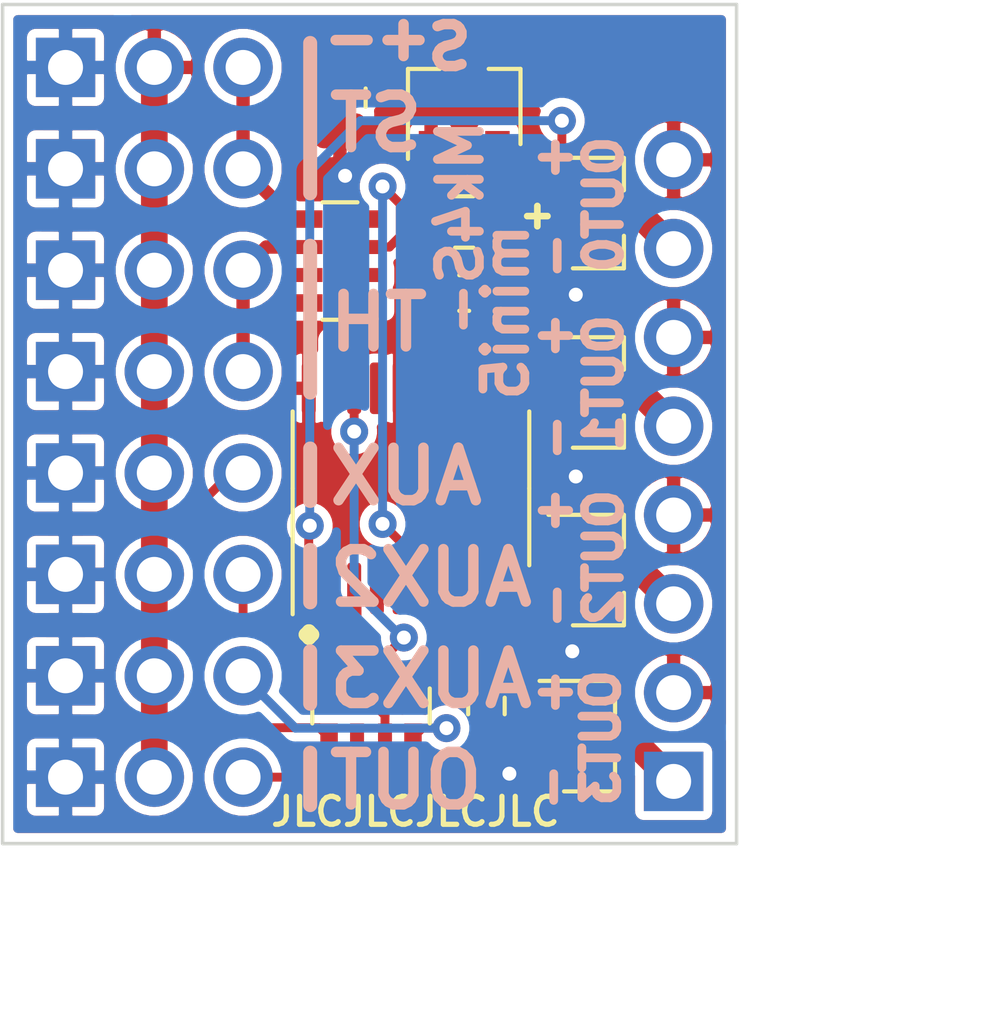
<source format=kicad_pcb>
(kicad_pcb (version 20171130) (host pcbnew 5.1.9-73d0e3b20d~88~ubuntu18.04.1)

  (general
    (thickness 1.6)
    (drawings 37)
    (tracks 111)
    (zones 0)
    (modules 21)
    (nets 24)
  )

  (page A4)
  (layers
    (0 F.Cu signal)
    (31 B.Cu signal)
    (32 B.Adhes user hide)
    (33 F.Adhes user hide)
    (34 B.Paste user hide)
    (35 F.Paste user hide)
    (36 B.SilkS user)
    (37 F.SilkS user)
    (38 B.Mask user hide)
    (39 F.Mask user hide)
    (40 Dwgs.User user hide)
    (41 Cmts.User user)
    (42 Eco1.User user hide)
    (43 Eco2.User user hide)
    (44 Edge.Cuts user)
    (45 Margin user)
    (46 B.CrtYd user)
    (47 F.CrtYd user)
    (48 B.Fab user hide)
    (49 F.Fab user hide)
  )

  (setup
    (last_trace_width 0.254)
    (user_trace_width 0.2032)
    (user_trace_width 0.381)
    (user_trace_width 0.508)
    (user_trace_width 0.762)
    (trace_clearance 0.2032)
    (zone_clearance 0.254)
    (zone_45_only no)
    (trace_min 0.2032)
    (via_size 0.8)
    (via_drill 0.4)
    (via_min_size 0.4)
    (via_min_drill 0.3)
    (uvia_size 0.3)
    (uvia_drill 0.1)
    (uvias_allowed no)
    (uvia_min_size 0.2)
    (uvia_min_drill 0.1)
    (edge_width 0.1)
    (segment_width 0.2)
    (pcb_text_width 0.3)
    (pcb_text_size 1.5 1.5)
    (mod_edge_width 0.15)
    (mod_text_size 1 1)
    (mod_text_width 0.15)
    (pad_size 1.7 1.7)
    (pad_drill 1)
    (pad_to_mask_clearance 0)
    (aux_axis_origin 100 100)
    (grid_origin 100 100)
    (visible_elements FFFFFF7F)
    (pcbplotparams
      (layerselection 0x010f8_ffffffff)
      (usegerberextensions false)
      (usegerberattributes true)
      (usegerberadvancedattributes true)
      (creategerberjobfile true)
      (excludeedgelayer true)
      (linewidth 0.100000)
      (plotframeref false)
      (viasonmask false)
      (mode 1)
      (useauxorigin false)
      (hpglpennumber 1)
      (hpglpenspeed 20)
      (hpglpendiameter 15.000000)
      (psnegative false)
      (psa4output false)
      (plotreference true)
      (plotvalue true)
      (plotinvisibletext false)
      (padsonsilk false)
      (subtractmaskfromsilk false)
      (outputformat 1)
      (mirror false)
      (drillshape 0)
      (scaleselection 1)
      (outputdirectory "gerber/"))
  )

  (net 0 "")
  (net 1 GND)
  (net 2 /VIN)
  (net 3 +3V3)
  (net 4 /TH-TX)
  (net 5 /OUT-ISP)
  (net 6 /ST-Rx-in)
  (net 7 /ST-RX)
  (net 8 /OUT0)
  (net 9 /OUT1)
  (net 10 /OUT2)
  (net 11 /OUT-ISP-in)
  (net 12 /TH-Tx-in)
  (net 13 /AUX2-in)
  (net 14 /AUX3-in)
  (net 15 /AUX3)
  (net 16 /AUX2)
  (net 17 /AUX-in)
  (net 18 /AUX)
  (net 19 "Net-(J3-Pad7)")
  (net 20 "Net-(J3-Pad5)")
  (net 21 "Net-(J3-Pad3)")
  (net 22 "Net-(J3-Pad1)")
  (net 23 /OUT3)

  (net_class Default "This is the default net class."
    (clearance 0.2032)
    (trace_width 0.254)
    (via_dia 0.8)
    (via_drill 0.4)
    (uvia_dia 0.3)
    (uvia_drill 0.1)
    (diff_pair_width 0.2032)
    (diff_pair_gap 0.254)
    (add_net +3V3)
    (add_net /AUX)
    (add_net /AUX-in)
    (add_net /AUX2)
    (add_net /AUX2-in)
    (add_net /AUX3)
    (add_net /AUX3-in)
    (add_net /OUT-ISP)
    (add_net /OUT-ISP-in)
    (add_net /OUT0)
    (add_net /OUT1)
    (add_net /OUT2)
    (add_net /OUT3)
    (add_net /ST-RX)
    (add_net /ST-Rx-in)
    (add_net /TH-TX)
    (add_net /TH-Tx-in)
    (add_net /VIN)
    (add_net GND)
    (add_net "Net-(J3-Pad1)")
    (add_net "Net-(J3-Pad3)")
    (add_net "Net-(J3-Pad5)")
    (add_net "Net-(J3-Pad7)")
  )

  (module Package_SO:TSSOP-20_4.4x6.5mm_P0.65mm (layer F.Cu) (tedit 5E476F32) (tstamp 5FF33E24)
    (at 111.684 89.84 90)
    (descr "TSSOP, 20 Pin (JEDEC MO-153 Var AC https://www.jedec.org/document_search?search_api_views_fulltext=MO-153), generated with kicad-footprint-generator ipc_gullwing_generator.py")
    (tags "TSSOP SO")
    (path /5EE5F15A)
    (attr smd)
    (fp_text reference U1 (at 0 -4.2 90) (layer F.SilkS) hide
      (effects (font (size 1 1) (thickness 0.15)))
    )
    (fp_text value LPC812M101JDH20 (at -4.732 4.356 90) (layer F.Fab)
      (effects (font (size 1 1) (thickness 0.15)))
    )
    (fp_line (start 0 3.385) (end 2.2 3.385) (layer F.SilkS) (width 0.12))
    (fp_line (start 0 3.385) (end -2.2 3.385) (layer F.SilkS) (width 0.12))
    (fp_line (start 0 -3.385) (end 2.2 -3.385) (layer F.SilkS) (width 0.12))
    (fp_line (start 0 -3.385) (end -3.6 -3.385) (layer F.SilkS) (width 0.12))
    (fp_line (start -1.2 -3.25) (end 2.2 -3.25) (layer F.Fab) (width 0.1))
    (fp_line (start 2.2 -3.25) (end 2.2 3.25) (layer F.Fab) (width 0.1))
    (fp_line (start 2.2 3.25) (end -2.2 3.25) (layer F.Fab) (width 0.1))
    (fp_line (start -2.2 3.25) (end -2.2 -2.25) (layer F.Fab) (width 0.1))
    (fp_line (start -2.2 -2.25) (end -1.2 -3.25) (layer F.Fab) (width 0.1))
    (fp_line (start -3.85 -3.5) (end -3.85 3.5) (layer F.CrtYd) (width 0.05))
    (fp_line (start -3.85 3.5) (end 3.85 3.5) (layer F.CrtYd) (width 0.05))
    (fp_line (start 3.85 3.5) (end 3.85 -3.5) (layer F.CrtYd) (width 0.05))
    (fp_line (start 3.85 -3.5) (end -3.85 -3.5) (layer F.CrtYd) (width 0.05))
    (fp_text user %R (at 0 0 90) (layer F.Fab)
      (effects (font (size 1 1) (thickness 0.15)))
    )
    (pad 20 smd roundrect (at 2.8625 -2.925 90) (size 1.475 0.4) (layers F.Cu F.Paste F.Mask) (roundrect_rratio 0.25)
      (net 1 GND))
    (pad 19 smd roundrect (at 2.8625 -2.275 90) (size 1.475 0.4) (layers F.Cu F.Paste F.Mask) (roundrect_rratio 0.25)
      (net 7 /ST-RX))
    (pad 18 smd roundrect (at 2.8625 -1.625 90) (size 1.475 0.4) (layers F.Cu F.Paste F.Mask) (roundrect_rratio 0.25)
      (net 16 /AUX2))
    (pad 17 smd roundrect (at 2.8625 -0.975 90) (size 1.475 0.4) (layers F.Cu F.Paste F.Mask) (roundrect_rratio 0.25))
    (pad 16 smd roundrect (at 2.8625 -0.325 90) (size 1.475 0.4) (layers F.Cu F.Paste F.Mask) (roundrect_rratio 0.25)
      (net 1 GND))
    (pad 15 smd roundrect (at 2.8625 0.325 90) (size 1.475 0.4) (layers F.Cu F.Paste F.Mask) (roundrect_rratio 0.25)
      (net 3 +3V3))
    (pad 14 smd roundrect (at 2.8625 0.975 90) (size 1.475 0.4) (layers F.Cu F.Paste F.Mask) (roundrect_rratio 0.25))
    (pad 13 smd roundrect (at 2.8625 1.625 90) (size 1.475 0.4) (layers F.Cu F.Paste F.Mask) (roundrect_rratio 0.25))
    (pad 12 smd roundrect (at 2.8625 2.275 90) (size 1.475 0.4) (layers F.Cu F.Paste F.Mask) (roundrect_rratio 0.25))
    (pad 11 smd roundrect (at 2.8625 2.925 90) (size 1.475 0.4) (layers F.Cu F.Paste F.Mask) (roundrect_rratio 0.25))
    (pad 10 smd roundrect (at -2.8625 2.925 90) (size 1.475 0.4) (layers F.Cu F.Paste F.Mask) (roundrect_rratio 0.25)
      (net 23 /OUT3))
    (pad 9 smd roundrect (at -2.8625 2.275 90) (size 1.475 0.4) (layers F.Cu F.Paste F.Mask) (roundrect_rratio 0.25))
    (pad 8 smd roundrect (at -2.8625 1.625 90) (size 1.475 0.4) (layers F.Cu F.Paste F.Mask) (roundrect_rratio 0.25)
      (net 15 /AUX3))
    (pad 7 smd roundrect (at -2.8625 0.975 90) (size 1.475 0.4) (layers F.Cu F.Paste F.Mask) (roundrect_rratio 0.25)
      (net 10 /OUT2))
    (pad 6 smd roundrect (at -2.8625 0.325 90) (size 1.475 0.4) (layers F.Cu F.Paste F.Mask) (roundrect_rratio 0.25)
      (net 9 /OUT1))
    (pad 5 smd roundrect (at -2.8625 -0.325 90) (size 1.475 0.4) (layers F.Cu F.Paste F.Mask) (roundrect_rratio 0.25)
      (net 4 /TH-TX))
    (pad 4 smd roundrect (at -2.8625 -0.975 90) (size 1.475 0.4) (layers F.Cu F.Paste F.Mask) (roundrect_rratio 0.25))
    (pad 3 smd roundrect (at -2.8625 -1.625 90) (size 1.475 0.4) (layers F.Cu F.Paste F.Mask) (roundrect_rratio 0.25)
      (net 5 /OUT-ISP))
    (pad 2 smd roundrect (at -2.8625 -2.275 90) (size 1.475 0.4) (layers F.Cu F.Paste F.Mask) (roundrect_rratio 0.25)
      (net 18 /AUX))
    (pad 1 smd roundrect (at -2.8625 -2.925 90) (size 1.475 0.4) (layers F.Cu F.Paste F.Mask) (roundrect_rratio 0.25)
      (net 8 /OUT0))
    (model ${KISYS3DMOD}/Package_SO.3dshapes/TSSOP-20_4.4x6.5mm_P0.65mm.wrl
      (at (xyz 0 0 0))
      (scale (xyz 1 1 1))
      (rotate (xyz 0 0 0))
    )
  )

  (module Package_TO_SOT_SMD:SOT-23 (layer F.Cu) (tedit 5A02FF57) (tstamp 6005D50A)
    (at 116.764 96.9266)
    (descr "SOT-23, Standard")
    (tags SOT-23)
    (path /60061D05)
    (attr smd)
    (fp_text reference T4 (at 0 -2.5) (layer F.SilkS) hide
      (effects (font (size 1 1) (thickness 0.15)))
    )
    (fp_text value PMV30UN (at 0 2.5) (layer F.Fab)
      (effects (font (size 1 1) (thickness 0.15)))
    )
    (fp_line (start 0.76 1.58) (end -0.7 1.58) (layer F.SilkS) (width 0.12))
    (fp_line (start 0.76 -1.58) (end -1.4 -1.58) (layer F.SilkS) (width 0.12))
    (fp_line (start -1.7 1.75) (end -1.7 -1.75) (layer F.CrtYd) (width 0.05))
    (fp_line (start 1.7 1.75) (end -1.7 1.75) (layer F.CrtYd) (width 0.05))
    (fp_line (start 1.7 -1.75) (end 1.7 1.75) (layer F.CrtYd) (width 0.05))
    (fp_line (start -1.7 -1.75) (end 1.7 -1.75) (layer F.CrtYd) (width 0.05))
    (fp_line (start 0.76 -1.58) (end 0.76 -0.65) (layer F.SilkS) (width 0.12))
    (fp_line (start 0.76 1.58) (end 0.76 0.65) (layer F.SilkS) (width 0.12))
    (fp_line (start -0.7 1.52) (end 0.7 1.52) (layer F.Fab) (width 0.1))
    (fp_line (start 0.7 -1.52) (end 0.7 1.52) (layer F.Fab) (width 0.1))
    (fp_line (start -0.7 -0.95) (end -0.15 -1.52) (layer F.Fab) (width 0.1))
    (fp_line (start -0.15 -1.52) (end 0.7 -1.52) (layer F.Fab) (width 0.1))
    (fp_line (start -0.7 -0.95) (end -0.7 1.5) (layer F.Fab) (width 0.1))
    (fp_text user %R (at 0 0 90) (layer F.Fab)
      (effects (font (size 0.5 0.5) (thickness 0.075)))
    )
    (pad 3 smd rect (at 1 0) (size 0.9 0.8) (layers F.Cu F.Paste F.Mask)
      (net 22 "Net-(J3-Pad1)"))
    (pad 2 smd rect (at -1 0.95) (size 0.9 0.8) (layers F.Cu F.Paste F.Mask)
      (net 1 GND))
    (pad 1 smd rect (at -1 -0.95) (size 0.9 0.8) (layers F.Cu F.Paste F.Mask)
      (net 23 /OUT3))
    (model ${KISYS3DMOD}/Package_TO_SOT_SMD.3dshapes/SOT-23.wrl
      (at (xyz 0 0 0))
      (scale (xyz 1 1 1))
      (rotate (xyz 0 0 0))
    )
  )

  (module rc-light-controller-tlc5940-lpc812:PinHeader_1x08_P2.54mm_Vertical_nosilk (layer B.Cu) (tedit 600569C8) (tstamp 5FF1376A)
    (at 119.2 98.222)
    (descr "Through hole straight pin header, 1x08, 2.54mm pitch, single row")
    (tags "Through hole pin header THT 1x08 2.54mm single row")
    (path /5FF85660)
    (fp_text reference J3 (at 0 2.33) (layer B.SilkS) hide
      (effects (font (size 1 1) (thickness 0.15)) (justify mirror))
    )
    (fp_text value "Pinheader straight 1x08" (at 0 -20.11) (layer B.Fab)
      (effects (font (size 1 1) (thickness 0.15)) (justify mirror))
    )
    (fp_line (start 1.8 1.8) (end -1.8 1.8) (layer B.CrtYd) (width 0.05))
    (fp_line (start 1.8 -19.55) (end 1.8 1.8) (layer B.CrtYd) (width 0.05))
    (fp_line (start -1.8 -19.55) (end 1.8 -19.55) (layer B.CrtYd) (width 0.05))
    (fp_line (start -1.8 1.8) (end -1.8 -19.55) (layer B.CrtYd) (width 0.05))
    (fp_line (start -1.27 0.635) (end -0.635 1.27) (layer B.Fab) (width 0.1))
    (fp_line (start -1.27 -19.05) (end -1.27 0.635) (layer B.Fab) (width 0.1))
    (fp_line (start 1.27 -19.05) (end -1.27 -19.05) (layer B.Fab) (width 0.1))
    (fp_line (start 1.27 1.27) (end 1.27 -19.05) (layer B.Fab) (width 0.1))
    (fp_line (start -0.635 1.27) (end 1.27 1.27) (layer B.Fab) (width 0.1))
    (fp_text user %R (at 0 -8.89 -90) (layer B.Fab)
      (effects (font (size 1 1) (thickness 0.15)) (justify mirror))
    )
    (pad 8 thru_hole oval (at 0 -17.78) (size 1.7 1.7) (drill 1) (layers *.Cu *.Mask)
      (net 2 /VIN))
    (pad 7 thru_hole oval (at 0 -15.24) (size 1.7 1.7) (drill 1) (layers *.Cu *.Mask)
      (net 19 "Net-(J3-Pad7)"))
    (pad 6 thru_hole oval (at 0 -12.7) (size 1.7 1.7) (drill 1) (layers *.Cu *.Mask)
      (net 2 /VIN))
    (pad 5 thru_hole oval (at 0 -10.16) (size 1.7 1.7) (drill 1) (layers *.Cu *.Mask)
      (net 20 "Net-(J3-Pad5)"))
    (pad 4 thru_hole oval (at 0 -7.62) (size 1.7 1.7) (drill 1) (layers *.Cu *.Mask)
      (net 2 /VIN))
    (pad 3 thru_hole oval (at 0 -5.08) (size 1.7 1.7) (drill 1) (layers *.Cu *.Mask)
      (net 21 "Net-(J3-Pad3)"))
    (pad 2 thru_hole oval (at 0 -2.54) (size 1.7 1.7) (drill 1) (layers *.Cu *.Mask)
      (net 2 /VIN))
    (pad 1 thru_hole rect (at 0 0) (size 1.7 1.7) (drill 1) (layers *.Cu *.Mask)
      (net 22 "Net-(J3-Pad1)"))
    (model ${KISYS3DMOD}/Connector_PinHeader_2.54mm.3dshapes/PinHeader_1x08_P2.54mm_Vertical.wrl
      (at (xyz 0 0 0))
      (scale (xyz 1 1 1))
      (rotate (xyz 0 0 0))
    )
  )

  (module rc-light-controller-tlc5940-lpc812:PinHeader_1x03_P2.54mm_Vertical_nosilk (layer B.Cu) (tedit 5FFA9011) (tstamp 5FF958B5)
    (at 101.8 98.1 270)
    (descr "Through hole straight pin header, 1x03, 2.54mm pitch, single row")
    (tags "Through hole pin header THT 1x03 2.54mm single row")
    (path /5FF48FE2)
    (fp_text reference J9 (at 0 2.33 90) (layer B.SilkS) hide
      (effects (font (size 1 1) (thickness 0.15)) (justify mirror))
    )
    (fp_text value Conn_01x03 (at 0 -7.41 90) (layer B.Fab)
      (effects (font (size 1 1) (thickness 0.15)) (justify mirror))
    )
    (fp_line (start 1.8 1.8) (end -1.8 1.8) (layer B.CrtYd) (width 0.05))
    (fp_line (start 1.8 -6.85) (end 1.8 1.8) (layer B.CrtYd) (width 0.05))
    (fp_line (start -1.8 -6.85) (end 1.8 -6.85) (layer B.CrtYd) (width 0.05))
    (fp_line (start -1.8 1.8) (end -1.8 -6.85) (layer B.CrtYd) (width 0.05))
    (fp_line (start -1.27 0.635) (end -0.635 1.27) (layer B.Fab) (width 0.1))
    (fp_line (start -1.27 -6.35) (end -1.27 0.635) (layer B.Fab) (width 0.1))
    (fp_line (start 1.27 -6.35) (end -1.27 -6.35) (layer B.Fab) (width 0.1))
    (fp_line (start 1.27 1.27) (end 1.27 -6.35) (layer B.Fab) (width 0.1))
    (fp_line (start -0.635 1.27) (end 1.27 1.27) (layer B.Fab) (width 0.1))
    (fp_text user %R (at 0 -2.54) (layer B.Fab)
      (effects (font (size 1 1) (thickness 0.15)) (justify mirror))
    )
    (pad 1 thru_hole rect (at 0 0 270) (size 1.7 1.7) (drill 1) (layers *.Cu *.Mask)
      (net 1 GND))
    (pad 2 thru_hole oval (at 0 -2.54 270) (size 1.7 1.7) (drill 1) (layers *.Cu *.Mask)
      (net 2 /VIN))
    (pad 3 thru_hole oval (at 0 -5.08 270) (size 1.7 1.7) (drill 1) (layers *.Cu *.Mask)
      (net 11 /OUT-ISP-in))
    (model ${KISYS3DMOD}/Connector_PinHeader_2.54mm.3dshapes/PinHeader_1x03_P2.54mm_Vertical.wrl
      (at (xyz 0 0 0))
      (scale (xyz 1 1 1))
      (rotate (xyz 0 0 0))
    )
  )

  (module rc-light-controller-tlc5940-lpc812:PinHeader_1x03_P2.54mm_Vertical_nosilk (layer B.Cu) (tedit 5FFA9011) (tstamp 5FF2E301)
    (at 101.8 95.2 270)
    (descr "Through hole straight pin header, 1x03, 2.54mm pitch, single row")
    (tags "Through hole pin header THT 1x03 2.54mm single row")
    (path /5FF48FD8)
    (fp_text reference J8 (at 0 2.33 90) (layer B.SilkS) hide
      (effects (font (size 1 1) (thickness 0.15)) (justify mirror))
    )
    (fp_text value Conn_01x03 (at 0 -7.41 90) (layer B.Fab)
      (effects (font (size 1 1) (thickness 0.15)) (justify mirror))
    )
    (fp_line (start 1.8 1.8) (end -1.8 1.8) (layer B.CrtYd) (width 0.05))
    (fp_line (start 1.8 -6.85) (end 1.8 1.8) (layer B.CrtYd) (width 0.05))
    (fp_line (start -1.8 -6.85) (end 1.8 -6.85) (layer B.CrtYd) (width 0.05))
    (fp_line (start -1.8 1.8) (end -1.8 -6.85) (layer B.CrtYd) (width 0.05))
    (fp_line (start -1.27 0.635) (end -0.635 1.27) (layer B.Fab) (width 0.1))
    (fp_line (start -1.27 -6.35) (end -1.27 0.635) (layer B.Fab) (width 0.1))
    (fp_line (start 1.27 -6.35) (end -1.27 -6.35) (layer B.Fab) (width 0.1))
    (fp_line (start 1.27 1.27) (end 1.27 -6.35) (layer B.Fab) (width 0.1))
    (fp_line (start -0.635 1.27) (end 1.27 1.27) (layer B.Fab) (width 0.1))
    (fp_text user %R (at 0 -2.54) (layer B.Fab)
      (effects (font (size 1 1) (thickness 0.15)) (justify mirror))
    )
    (pad 1 thru_hole rect (at 0 0 270) (size 1.7 1.7) (drill 1) (layers *.Cu *.Mask)
      (net 1 GND))
    (pad 2 thru_hole oval (at 0 -2.54 270) (size 1.7 1.7) (drill 1) (layers *.Cu *.Mask)
      (net 2 /VIN))
    (pad 3 thru_hole oval (at 0 -5.08 270) (size 1.7 1.7) (drill 1) (layers *.Cu *.Mask)
      (net 14 /AUX3-in))
    (model ${KISYS3DMOD}/Connector_PinHeader_2.54mm.3dshapes/PinHeader_1x03_P2.54mm_Vertical.wrl
      (at (xyz 0 0 0))
      (scale (xyz 1 1 1))
      (rotate (xyz 0 0 0))
    )
  )

  (module rc-light-controller-tlc5940-lpc812:PinHeader_1x03_P2.54mm_Vertical_nosilk (layer B.Cu) (tedit 5FFA9011) (tstamp 5FF2E2EA)
    (at 101.8 92.3 270)
    (descr "Through hole straight pin header, 1x03, 2.54mm pitch, single row")
    (tags "Through hole pin header THT 1x03 2.54mm single row")
    (path /5FF48FCE)
    (fp_text reference J7 (at 0 2.33 90) (layer B.SilkS) hide
      (effects (font (size 1 1) (thickness 0.15)) (justify mirror))
    )
    (fp_text value Conn_01x03 (at 0 -7.41 90) (layer B.Fab)
      (effects (font (size 1 1) (thickness 0.15)) (justify mirror))
    )
    (fp_line (start 1.8 1.8) (end -1.8 1.8) (layer B.CrtYd) (width 0.05))
    (fp_line (start 1.8 -6.85) (end 1.8 1.8) (layer B.CrtYd) (width 0.05))
    (fp_line (start -1.8 -6.85) (end 1.8 -6.85) (layer B.CrtYd) (width 0.05))
    (fp_line (start -1.8 1.8) (end -1.8 -6.85) (layer B.CrtYd) (width 0.05))
    (fp_line (start -1.27 0.635) (end -0.635 1.27) (layer B.Fab) (width 0.1))
    (fp_line (start -1.27 -6.35) (end -1.27 0.635) (layer B.Fab) (width 0.1))
    (fp_line (start 1.27 -6.35) (end -1.27 -6.35) (layer B.Fab) (width 0.1))
    (fp_line (start 1.27 1.27) (end 1.27 -6.35) (layer B.Fab) (width 0.1))
    (fp_line (start -0.635 1.27) (end 1.27 1.27) (layer B.Fab) (width 0.1))
    (fp_text user %R (at 0 -2.54) (layer B.Fab)
      (effects (font (size 1 1) (thickness 0.15)) (justify mirror))
    )
    (pad 1 thru_hole rect (at 0 0 270) (size 1.7 1.7) (drill 1) (layers *.Cu *.Mask)
      (net 1 GND))
    (pad 2 thru_hole oval (at 0 -2.54 270) (size 1.7 1.7) (drill 1) (layers *.Cu *.Mask)
      (net 2 /VIN))
    (pad 3 thru_hole oval (at 0 -5.08 270) (size 1.7 1.7) (drill 1) (layers *.Cu *.Mask)
      (net 13 /AUX2-in))
    (model ${KISYS3DMOD}/Connector_PinHeader_2.54mm.3dshapes/PinHeader_1x03_P2.54mm_Vertical.wrl
      (at (xyz 0 0 0))
      (scale (xyz 1 1 1))
      (rotate (xyz 0 0 0))
    )
  )

  (module rc-light-controller-tlc5940-lpc812:PinHeader_1x03_P2.54mm_Vertical_nosilk (layer B.Cu) (tedit 5FFA9011) (tstamp 5FF2E2D3)
    (at 101.8 89.4 270)
    (descr "Through hole straight pin header, 1x03, 2.54mm pitch, single row")
    (tags "Through hole pin header THT 1x03 2.54mm single row")
    (path /5FF48E1C)
    (fp_text reference J6 (at 0 2.33 90) (layer B.SilkS) hide
      (effects (font (size 1 1) (thickness 0.15)) (justify mirror))
    )
    (fp_text value Conn_01x03 (at 0 -7.41 90) (layer B.Fab)
      (effects (font (size 1 1) (thickness 0.15)) (justify mirror))
    )
    (fp_line (start 1.8 1.8) (end -1.8 1.8) (layer B.CrtYd) (width 0.05))
    (fp_line (start 1.8 -6.85) (end 1.8 1.8) (layer B.CrtYd) (width 0.05))
    (fp_line (start -1.8 -6.85) (end 1.8 -6.85) (layer B.CrtYd) (width 0.05))
    (fp_line (start -1.8 1.8) (end -1.8 -6.85) (layer B.CrtYd) (width 0.05))
    (fp_line (start -1.27 0.635) (end -0.635 1.27) (layer B.Fab) (width 0.1))
    (fp_line (start -1.27 -6.35) (end -1.27 0.635) (layer B.Fab) (width 0.1))
    (fp_line (start 1.27 -6.35) (end -1.27 -6.35) (layer B.Fab) (width 0.1))
    (fp_line (start 1.27 1.27) (end 1.27 -6.35) (layer B.Fab) (width 0.1))
    (fp_line (start -0.635 1.27) (end 1.27 1.27) (layer B.Fab) (width 0.1))
    (fp_text user %R (at 0 -2.54) (layer B.Fab)
      (effects (font (size 1 1) (thickness 0.15)) (justify mirror))
    )
    (pad 1 thru_hole rect (at 0 0 270) (size 1.7 1.7) (drill 1) (layers *.Cu *.Mask)
      (net 1 GND))
    (pad 2 thru_hole oval (at 0 -2.54 270) (size 1.7 1.7) (drill 1) (layers *.Cu *.Mask)
      (net 2 /VIN))
    (pad 3 thru_hole oval (at 0 -5.08 270) (size 1.7 1.7) (drill 1) (layers *.Cu *.Mask)
      (net 17 /AUX-in))
    (model ${KISYS3DMOD}/Connector_PinHeader_2.54mm.3dshapes/PinHeader_1x03_P2.54mm_Vertical.wrl
      (at (xyz 0 0 0))
      (scale (xyz 1 1 1))
      (rotate (xyz 0 0 0))
    )
  )

  (module rc-light-controller-tlc5940-lpc812:PinHeader_1x03_P2.54mm_Vertical_nosilk (layer B.Cu) (tedit 5FFA9011) (tstamp 5FF2E2BC)
    (at 101.8 86.5 270)
    (descr "Through hole straight pin header, 1x03, 2.54mm pitch, single row")
    (tags "Through hole pin header THT 1x03 2.54mm single row")
    (path /5FF3F40C)
    (fp_text reference J5 (at 0 2.33 90) (layer B.SilkS) hide
      (effects (font (size 1 1) (thickness 0.15)) (justify mirror))
    )
    (fp_text value Conn_01x03 (at 0 -7.41 90) (layer B.Fab)
      (effects (font (size 1 1) (thickness 0.15)) (justify mirror))
    )
    (fp_line (start 1.8 1.8) (end -1.8 1.8) (layer B.CrtYd) (width 0.05))
    (fp_line (start 1.8 -6.85) (end 1.8 1.8) (layer B.CrtYd) (width 0.05))
    (fp_line (start -1.8 -6.85) (end 1.8 -6.85) (layer B.CrtYd) (width 0.05))
    (fp_line (start -1.8 1.8) (end -1.8 -6.85) (layer B.CrtYd) (width 0.05))
    (fp_line (start -1.27 0.635) (end -0.635 1.27) (layer B.Fab) (width 0.1))
    (fp_line (start -1.27 -6.35) (end -1.27 0.635) (layer B.Fab) (width 0.1))
    (fp_line (start 1.27 -6.35) (end -1.27 -6.35) (layer B.Fab) (width 0.1))
    (fp_line (start 1.27 1.27) (end 1.27 -6.35) (layer B.Fab) (width 0.1))
    (fp_line (start -0.635 1.27) (end 1.27 1.27) (layer B.Fab) (width 0.1))
    (fp_text user %R (at 0 -2.54) (layer B.Fab)
      (effects (font (size 1 1) (thickness 0.15)) (justify mirror))
    )
    (pad 1 thru_hole rect (at 0 0 270) (size 1.7 1.7) (drill 1) (layers *.Cu *.Mask)
      (net 1 GND))
    (pad 2 thru_hole oval (at 0 -2.54 270) (size 1.7 1.7) (drill 1) (layers *.Cu *.Mask)
      (net 2 /VIN))
    (pad 3 thru_hole oval (at 0 -5.08 270) (size 1.7 1.7) (drill 1) (layers *.Cu *.Mask)
      (net 12 /TH-Tx-in))
    (model ${KISYS3DMOD}/Connector_PinHeader_2.54mm.3dshapes/PinHeader_1x03_P2.54mm_Vertical.wrl
      (at (xyz 0 0 0))
      (scale (xyz 1 1 1))
      (rotate (xyz 0 0 0))
    )
  )

  (module rc-light-controller-tlc5940-lpc812:PinHeader_1x03_P2.54mm_Vertical_nosilk (layer B.Cu) (tedit 5FFA9011) (tstamp 5FF2E2A5)
    (at 101.8 83.6 270)
    (descr "Through hole straight pin header, 1x03, 2.54mm pitch, single row")
    (tags "Through hole pin header THT 1x03 2.54mm single row")
    (path /5FF3EF14)
    (fp_text reference J4 (at 0 2.33 90) (layer B.SilkS) hide
      (effects (font (size 1 1) (thickness 0.15)) (justify mirror))
    )
    (fp_text value Conn_01x03 (at 0 -7.41 90) (layer B.Fab)
      (effects (font (size 1 1) (thickness 0.15)) (justify mirror))
    )
    (fp_line (start 1.8 1.8) (end -1.8 1.8) (layer B.CrtYd) (width 0.05))
    (fp_line (start 1.8 -6.85) (end 1.8 1.8) (layer B.CrtYd) (width 0.05))
    (fp_line (start -1.8 -6.85) (end 1.8 -6.85) (layer B.CrtYd) (width 0.05))
    (fp_line (start -1.8 1.8) (end -1.8 -6.85) (layer B.CrtYd) (width 0.05))
    (fp_line (start -1.27 0.635) (end -0.635 1.27) (layer B.Fab) (width 0.1))
    (fp_line (start -1.27 -6.35) (end -1.27 0.635) (layer B.Fab) (width 0.1))
    (fp_line (start 1.27 -6.35) (end -1.27 -6.35) (layer B.Fab) (width 0.1))
    (fp_line (start 1.27 1.27) (end 1.27 -6.35) (layer B.Fab) (width 0.1))
    (fp_line (start -0.635 1.27) (end 1.27 1.27) (layer B.Fab) (width 0.1))
    (fp_text user %R (at 0 -2.54) (layer B.Fab)
      (effects (font (size 1 1) (thickness 0.15)) (justify mirror))
    )
    (pad 1 thru_hole rect (at 0 0 270) (size 1.7 1.7) (drill 1) (layers *.Cu *.Mask)
      (net 1 GND))
    (pad 2 thru_hole oval (at 0 -2.54 270) (size 1.7 1.7) (drill 1) (layers *.Cu *.Mask)
      (net 2 /VIN))
    (pad 3 thru_hole oval (at 0 -5.08 270) (size 1.7 1.7) (drill 1) (layers *.Cu *.Mask)
      (net 12 /TH-Tx-in))
    (model ${KISYS3DMOD}/Connector_PinHeader_2.54mm.3dshapes/PinHeader_1x03_P2.54mm_Vertical.wrl
      (at (xyz 0 0 0))
      (scale (xyz 1 1 1))
      (rotate (xyz 0 0 0))
    )
  )

  (module rc-light-controller-tlc5940-lpc812:PinHeader_1x03_P2.54mm_Vertical_nosilk (layer B.Cu) (tedit 5FFA9011) (tstamp 5FF2E27C)
    (at 101.8 80.7 270)
    (descr "Through hole straight pin header, 1x03, 2.54mm pitch, single row")
    (tags "Through hole pin header THT 1x03 2.54mm single row")
    (path /5FF3EA5B)
    (fp_text reference J2 (at 0 2.33 90) (layer B.SilkS) hide
      (effects (font (size 1 1) (thickness 0.15)) (justify mirror))
    )
    (fp_text value Conn_01x03 (at 0 -7.41 90) (layer B.Fab)
      (effects (font (size 1 1) (thickness 0.15)) (justify mirror))
    )
    (fp_line (start 1.8 1.8) (end -1.8 1.8) (layer B.CrtYd) (width 0.05))
    (fp_line (start 1.8 -6.85) (end 1.8 1.8) (layer B.CrtYd) (width 0.05))
    (fp_line (start -1.8 -6.85) (end 1.8 -6.85) (layer B.CrtYd) (width 0.05))
    (fp_line (start -1.8 1.8) (end -1.8 -6.85) (layer B.CrtYd) (width 0.05))
    (fp_line (start -1.27 0.635) (end -0.635 1.27) (layer B.Fab) (width 0.1))
    (fp_line (start -1.27 -6.35) (end -1.27 0.635) (layer B.Fab) (width 0.1))
    (fp_line (start 1.27 -6.35) (end -1.27 -6.35) (layer B.Fab) (width 0.1))
    (fp_line (start 1.27 1.27) (end 1.27 -6.35) (layer B.Fab) (width 0.1))
    (fp_line (start -0.635 1.27) (end 1.27 1.27) (layer B.Fab) (width 0.1))
    (fp_text user %R (at 0 -2.54) (layer B.Fab)
      (effects (font (size 1 1) (thickness 0.15)) (justify mirror))
    )
    (pad 1 thru_hole rect (at 0 0 270) (size 1.7 1.7) (drill 1) (layers *.Cu *.Mask)
      (net 1 GND))
    (pad 2 thru_hole oval (at 0 -2.54 270) (size 1.7 1.7) (drill 1) (layers *.Cu *.Mask)
      (net 2 /VIN))
    (pad 3 thru_hole oval (at 0 -5.08 270) (size 1.7 1.7) (drill 1) (layers *.Cu *.Mask)
      (net 6 /ST-Rx-in))
    (model ${KISYS3DMOD}/Connector_PinHeader_2.54mm.3dshapes/PinHeader_1x03_P2.54mm_Vertical.wrl
      (at (xyz 0 0 0))
      (scale (xyz 1 1 1))
      (rotate (xyz 0 0 0))
    )
  )

  (module rc-light-controller-tlc5940-lpc812:PinHeader_1x03_P2.54mm_Vertical_nosilk (layer B.Cu) (tedit 5FFA9011) (tstamp 5FF2E265)
    (at 101.8 77.8 270)
    (descr "Through hole straight pin header, 1x03, 2.54mm pitch, single row")
    (tags "Through hole pin header THT 1x03 2.54mm single row")
    (path /5FF3C085)
    (fp_text reference J1 (at 0 2.33 90) (layer B.SilkS) hide
      (effects (font (size 1 1) (thickness 0.15)) (justify mirror))
    )
    (fp_text value Conn_01x03 (at 0 -7.41 90) (layer B.Fab)
      (effects (font (size 1 1) (thickness 0.15)) (justify mirror))
    )
    (fp_line (start 1.8 1.8) (end -1.8 1.8) (layer B.CrtYd) (width 0.05))
    (fp_line (start 1.8 -6.85) (end 1.8 1.8) (layer B.CrtYd) (width 0.05))
    (fp_line (start -1.8 -6.85) (end 1.8 -6.85) (layer B.CrtYd) (width 0.05))
    (fp_line (start -1.8 1.8) (end -1.8 -6.85) (layer B.CrtYd) (width 0.05))
    (fp_line (start -1.27 0.635) (end -0.635 1.27) (layer B.Fab) (width 0.1))
    (fp_line (start -1.27 -6.35) (end -1.27 0.635) (layer B.Fab) (width 0.1))
    (fp_line (start 1.27 -6.35) (end -1.27 -6.35) (layer B.Fab) (width 0.1))
    (fp_line (start 1.27 1.27) (end 1.27 -6.35) (layer B.Fab) (width 0.1))
    (fp_line (start -0.635 1.27) (end 1.27 1.27) (layer B.Fab) (width 0.1))
    (fp_text user %R (at 0 -2.54) (layer B.Fab)
      (effects (font (size 1 1) (thickness 0.15)) (justify mirror))
    )
    (pad 1 thru_hole rect (at 0 0 270) (size 1.7 1.7) (drill 1) (layers *.Cu *.Mask)
      (net 1 GND))
    (pad 2 thru_hole oval (at 0 -2.54 270) (size 1.7 1.7) (drill 1) (layers *.Cu *.Mask)
      (net 2 /VIN))
    (pad 3 thru_hole oval (at 0 -5.08 270) (size 1.7 1.7) (drill 1) (layers *.Cu *.Mask)
      (net 6 /ST-Rx-in))
    (model ${KISYS3DMOD}/Connector_PinHeader_2.54mm.3dshapes/PinHeader_1x03_P2.54mm_Vertical.wrl
      (at (xyz 0 0 0))
      (scale (xyz 1 1 1))
      (rotate (xyz 0 0 0))
    )
  )

  (module Package_TO_SOT_SMD:SOT-23 (layer F.Cu) (tedit 5A02FF57) (tstamp 5FF13790)
    (at 117.018 92.1768)
    (descr "SOT-23, Standard")
    (tags SOT-23)
    (path /8692C711)
    (attr smd)
    (fp_text reference T1 (at 0 -2.5) (layer F.SilkS) hide
      (effects (font (size 1 1) (thickness 0.15)))
    )
    (fp_text value PMV30UN (at 4.468 -0.062) (layer F.Fab)
      (effects (font (size 1 1) (thickness 0.15)))
    )
    (fp_line (start -0.7 -0.95) (end -0.7 1.5) (layer F.Fab) (width 0.1))
    (fp_line (start -0.15 -1.52) (end 0.7 -1.52) (layer F.Fab) (width 0.1))
    (fp_line (start -0.7 -0.95) (end -0.15 -1.52) (layer F.Fab) (width 0.1))
    (fp_line (start 0.7 -1.52) (end 0.7 1.52) (layer F.Fab) (width 0.1))
    (fp_line (start -0.7 1.52) (end 0.7 1.52) (layer F.Fab) (width 0.1))
    (fp_line (start 0.76 1.58) (end 0.76 0.65) (layer F.SilkS) (width 0.12))
    (fp_line (start 0.76 -1.58) (end 0.76 -0.65) (layer F.SilkS) (width 0.12))
    (fp_line (start -1.7 -1.75) (end 1.7 -1.75) (layer F.CrtYd) (width 0.05))
    (fp_line (start 1.7 -1.75) (end 1.7 1.75) (layer F.CrtYd) (width 0.05))
    (fp_line (start 1.7 1.75) (end -1.7 1.75) (layer F.CrtYd) (width 0.05))
    (fp_line (start -1.7 1.75) (end -1.7 -1.75) (layer F.CrtYd) (width 0.05))
    (fp_line (start 0.76 -1.58) (end -1.4 -1.58) (layer F.SilkS) (width 0.12))
    (fp_line (start 0.76 1.58) (end -0.7 1.58) (layer F.SilkS) (width 0.12))
    (fp_text user %R (at 0 0 90) (layer F.Fab)
      (effects (font (size 0.5 0.5) (thickness 0.075)))
    )
    (pad 3 smd rect (at 1 0) (size 0.9 0.8) (layers F.Cu F.Paste F.Mask)
      (net 21 "Net-(J3-Pad3)"))
    (pad 2 smd rect (at -1 0.95) (size 0.9 0.8) (layers F.Cu F.Paste F.Mask)
      (net 1 GND))
    (pad 1 smd rect (at -1 -0.95) (size 0.9 0.8) (layers F.Cu F.Paste F.Mask)
      (net 10 /OUT2))
    (model ${KISYS3DMOD}/Package_TO_SOT_SMD.3dshapes/SOT-23.wrl
      (at (xyz 0 0 0))
      (scale (xyz 1 1 1))
      (rotate (xyz 0 0 0))
    )
  )

  (module Resistor_SMD:R_Array_Convex_4x0603 (layer F.Cu) (tedit 58E0A8B2) (tstamp 5FF2E36C)
    (at 110.541 96.063 270)
    (descr "Chip Resistor Network, ROHM MNR14 (see mnr_g.pdf)")
    (tags "resistor array")
    (path /5FFCB31F)
    (attr smd)
    (fp_text reference RN2 (at 0 -2.8 90) (layer F.SilkS) hide
      (effects (font (size 1 1) (thickness 0.15)))
    )
    (fp_text value 1k (at 0 2.8 90) (layer F.Fab)
      (effects (font (size 1 1) (thickness 0.15)))
    )
    (fp_line (start -0.8 -1.6) (end 0.8 -1.6) (layer F.Fab) (width 0.1))
    (fp_line (start 0.8 -1.6) (end 0.8 1.6) (layer F.Fab) (width 0.1))
    (fp_line (start 0.8 1.6) (end -0.8 1.6) (layer F.Fab) (width 0.1))
    (fp_line (start -0.8 1.6) (end -0.8 -1.6) (layer F.Fab) (width 0.1))
    (fp_line (start 0.5 1.68) (end -0.5 1.68) (layer F.SilkS) (width 0.12))
    (fp_line (start 0.5 -1.68) (end -0.5 -1.68) (layer F.SilkS) (width 0.12))
    (fp_line (start -1.55 -1.85) (end 1.55 -1.85) (layer F.CrtYd) (width 0.05))
    (fp_line (start -1.55 -1.85) (end -1.55 1.85) (layer F.CrtYd) (width 0.05))
    (fp_line (start 1.55 1.85) (end 1.55 -1.85) (layer F.CrtYd) (width 0.05))
    (fp_line (start 1.55 1.85) (end -1.55 1.85) (layer F.CrtYd) (width 0.05))
    (fp_text user %R (at 0 0) (layer F.Fab)
      (effects (font (size 0.5 0.5) (thickness 0.075)))
    )
    (pad 5 smd rect (at 0.9 1.2 270) (size 0.8 0.5) (layers F.Cu F.Paste F.Mask)
      (net 17 /AUX-in))
    (pad 6 smd rect (at 0.9 0.4 270) (size 0.8 0.4) (layers F.Cu F.Paste F.Mask)
      (net 11 /OUT-ISP-in))
    (pad 8 smd rect (at 0.9 -1.2 270) (size 0.8 0.5) (layers F.Cu F.Paste F.Mask)
      (net 14 /AUX3-in))
    (pad 7 smd rect (at 0.9 -0.4 270) (size 0.8 0.4) (layers F.Cu F.Paste F.Mask)
      (net 13 /AUX2-in))
    (pad 4 smd rect (at -0.9 1.2 270) (size 0.8 0.5) (layers F.Cu F.Paste F.Mask)
      (net 18 /AUX))
    (pad 2 smd rect (at -0.9 -0.4 270) (size 0.8 0.4) (layers F.Cu F.Paste F.Mask)
      (net 16 /AUX2))
    (pad 3 smd rect (at -0.9 0.4 270) (size 0.8 0.4) (layers F.Cu F.Paste F.Mask)
      (net 5 /OUT-ISP))
    (pad 1 smd rect (at -0.9 -1.2 270) (size 0.8 0.5) (layers F.Cu F.Paste F.Mask)
      (net 15 /AUX3))
    (model ${KISYS3DMOD}/Resistor_SMD.3dshapes/R_Array_Convex_4x0603.wrl
      (at (xyz 0 0 0))
      (scale (xyz 1 1 1))
      (rotate (xyz 0 0 0))
    )
  )

  (module Resistor_SMD:R_0603_1608Metric (layer F.Cu) (tedit 5F68FEEE) (tstamp 5FF2E329)
    (at 113.843 96.063 270)
    (descr "Resistor SMD 0603 (1608 Metric), square (rectangular) end terminal, IPC_7351 nominal, (Body size source: IPC-SM-782 page 72, https://www.pcb-3d.com/wordpress/wp-content/uploads/ipc-sm-782a_amendment_1_and_2.pdf), generated with kicad-footprint-generator")
    (tags resistor)
    (path /5FFE7AD9)
    (attr smd)
    (fp_text reference R1 (at 0 -1.43 90) (layer F.SilkS) hide
      (effects (font (size 1 1) (thickness 0.15)))
    )
    (fp_text value 100k (at 0 1.43 90) (layer F.Fab)
      (effects (font (size 1 1) (thickness 0.15)))
    )
    (fp_line (start -0.8 0.4125) (end -0.8 -0.4125) (layer F.Fab) (width 0.1))
    (fp_line (start -0.8 -0.4125) (end 0.8 -0.4125) (layer F.Fab) (width 0.1))
    (fp_line (start 0.8 -0.4125) (end 0.8 0.4125) (layer F.Fab) (width 0.1))
    (fp_line (start 0.8 0.4125) (end -0.8 0.4125) (layer F.Fab) (width 0.1))
    (fp_line (start -0.237258 -0.5225) (end 0.237258 -0.5225) (layer F.SilkS) (width 0.12))
    (fp_line (start -0.237258 0.5225) (end 0.237258 0.5225) (layer F.SilkS) (width 0.12))
    (fp_line (start -1.48 0.73) (end -1.48 -0.73) (layer F.CrtYd) (width 0.05))
    (fp_line (start -1.48 -0.73) (end 1.48 -0.73) (layer F.CrtYd) (width 0.05))
    (fp_line (start 1.48 -0.73) (end 1.48 0.73) (layer F.CrtYd) (width 0.05))
    (fp_line (start 1.48 0.73) (end -1.48 0.73) (layer F.CrtYd) (width 0.05))
    (fp_text user %R (at 0 0 90) (layer F.Fab)
      (effects (font (size 0.4 0.4) (thickness 0.06)))
    )
    (pad 2 smd roundrect (at 0.825 0 270) (size 0.8 0.95) (layers F.Cu F.Paste F.Mask) (roundrect_rratio 0.25)
      (net 1 GND))
    (pad 1 smd roundrect (at -0.825 0 270) (size 0.8 0.95) (layers F.Cu F.Paste F.Mask) (roundrect_rratio 0.25)
      (net 15 /AUX3))
    (model ${KISYS3DMOD}/Resistor_SMD.3dshapes/R_0603_1608Metric.wrl
      (at (xyz 0 0 0))
      (scale (xyz 1 1 1))
      (rotate (xyz 0 0 0))
    )
  )

  (module Resistor_SMD:R_Array_Convex_4x0603 (layer F.Cu) (tedit 58E0A8B2) (tstamp 5FF178D9)
    (at 109.652 83.3376 180)
    (descr "Chip Resistor Network, ROHM MNR14 (see mnr_g.pdf)")
    (tags "resistor array")
    (path /5FF24B18)
    (attr smd)
    (fp_text reference RN1 (at 0 -2.8) (layer F.SilkS) hide
      (effects (font (size 1 1) (thickness 0.15)))
    )
    (fp_text value 1k (at 0 2.8) (layer F.Fab)
      (effects (font (size 1 1) (thickness 0.15)))
    )
    (fp_line (start -0.8 -1.6) (end 0.8 -1.6) (layer F.Fab) (width 0.1))
    (fp_line (start 0.8 -1.6) (end 0.8 1.6) (layer F.Fab) (width 0.1))
    (fp_line (start 0.8 1.6) (end -0.8 1.6) (layer F.Fab) (width 0.1))
    (fp_line (start -0.8 1.6) (end -0.8 -1.6) (layer F.Fab) (width 0.1))
    (fp_line (start 0.5 1.68) (end -0.5 1.68) (layer F.SilkS) (width 0.12))
    (fp_line (start 0.5 -1.68) (end -0.5 -1.68) (layer F.SilkS) (width 0.12))
    (fp_line (start -1.55 -1.85) (end 1.55 -1.85) (layer F.CrtYd) (width 0.05))
    (fp_line (start -1.55 -1.85) (end -1.55 1.85) (layer F.CrtYd) (width 0.05))
    (fp_line (start 1.55 1.85) (end 1.55 -1.85) (layer F.CrtYd) (width 0.05))
    (fp_line (start 1.55 1.85) (end -1.55 1.85) (layer F.CrtYd) (width 0.05))
    (fp_text user %R (at 0 0 90) (layer F.Fab)
      (effects (font (size 0.5 0.5) (thickness 0.075)))
    )
    (pad 5 smd rect (at 0.9 1.2 180) (size 0.8 0.5) (layers F.Cu F.Paste F.Mask)
      (net 6 /ST-Rx-in))
    (pad 6 smd rect (at 0.9 0.4 180) (size 0.8 0.4) (layers F.Cu F.Paste F.Mask)
      (net 12 /TH-Tx-in))
    (pad 8 smd rect (at 0.9 -1.2 180) (size 0.8 0.5) (layers F.Cu F.Paste F.Mask))
    (pad 7 smd rect (at 0.9 -0.4 180) (size 0.8 0.4) (layers F.Cu F.Paste F.Mask))
    (pad 4 smd rect (at -0.9 1.2 180) (size 0.8 0.5) (layers F.Cu F.Paste F.Mask)
      (net 7 /ST-RX))
    (pad 2 smd rect (at -0.9 -0.4 180) (size 0.8 0.4) (layers F.Cu F.Paste F.Mask))
    (pad 3 smd rect (at -0.9 0.4 180) (size 0.8 0.4) (layers F.Cu F.Paste F.Mask)
      (net 4 /TH-TX))
    (pad 1 smd rect (at -0.9 -1.2 180) (size 0.8 0.5) (layers F.Cu F.Paste F.Mask))
    (model ${KISYS3DMOD}/Resistor_SMD.3dshapes/R_Array_Convex_4x0603.wrl
      (at (xyz 0 0 0))
      (scale (xyz 1 1 1))
      (rotate (xyz 0 0 0))
    )
  )

  (module Package_TO_SOT_SMD:SOT-23W (layer F.Cu) (tedit 5A02FF57) (tstamp 5FF137F5)
    (at 113.208 78.918 90)
    (descr "SOT-23W http://www.allegromicro.com/~/media/Files/Datasheets/A112x-Datasheet.ashx?la=en&hash=7BC461E058CC246E0BAB62433B2F1ECA104CA9D3")
    (tags SOT-23W)
    (path /09B5DC2D)
    (attr smd)
    (fp_text reference U2 (at 0.252 -2.484 90) (layer F.SilkS) hide
      (effects (font (size 1 1) (thickness 0.15)))
    )
    (fp_text value MCP1703A-3302_SOT23 (at 0.252 -11.12) (layer F.Fab)
      (effects (font (size 1 1) (thickness 0.15)))
    )
    (fp_line (start 1.075 -1.61) (end 1.075 -0.7) (layer F.SilkS) (width 0.12))
    (fp_line (start 1.075 0.7) (end 1.075 1.61) (layer F.SilkS) (width 0.12))
    (fp_line (start -1.5 -1.61) (end 1.075 -1.61) (layer F.SilkS) (width 0.12))
    (fp_line (start -1.075 1.61) (end 1.075 1.61) (layer F.SilkS) (width 0.12))
    (fp_line (start -0.955 -0.49) (end -0.955 1.49) (layer F.Fab) (width 0.1))
    (fp_line (start 0.045 -1.49) (end 0.955 -1.49) (layer F.Fab) (width 0.1))
    (fp_line (start -0.955 -0.49) (end 0.045 -1.49) (layer F.Fab) (width 0.1))
    (fp_line (start 0.955 -1.49) (end 0.955 1.49) (layer F.Fab) (width 0.1))
    (fp_line (start -0.955 1.49) (end 0.955 1.49) (layer F.Fab) (width 0.1))
    (fp_line (start -1.95 -1.74) (end 1.95 -1.74) (layer F.CrtYd) (width 0.05))
    (fp_line (start 1.95 -1.74) (end 1.95 1.74) (layer F.CrtYd) (width 0.05))
    (fp_line (start 1.95 1.74) (end -1.95 1.74) (layer F.CrtYd) (width 0.05))
    (fp_line (start -1.95 1.74) (end -1.95 -1.74) (layer F.CrtYd) (width 0.05))
    (fp_text user %R (at 0 0) (layer F.Fab)
      (effects (font (size 0.5 0.5) (thickness 0.075)))
    )
    (pad 3 smd rect (at 1.2 0 90) (size 1 0.7) (layers F.Cu F.Paste F.Mask)
      (net 2 /VIN))
    (pad 2 smd rect (at -1.2 0.95 90) (size 1 0.7) (layers F.Cu F.Paste F.Mask)
      (net 3 +3V3))
    (pad 1 smd rect (at -1.2 -0.95 90) (size 1 0.7) (layers F.Cu F.Paste F.Mask)
      (net 1 GND))
    (model ${KISYS3DMOD}/Package_TO_SOT_SMD.3dshapes/SOT-23W.wrl
      (at (xyz 0 0 0))
      (scale (xyz 1 1 1))
      (rotate (xyz 0 0 0))
    )
  )

  (module Package_TO_SOT_SMD:SOT-23 (layer F.Cu) (tedit 5A02FF57) (tstamp 5FF137BA)
    (at 117.018 81.966)
    (descr "SOT-23, Standard")
    (tags SOT-23)
    (path /5EEE0AF7)
    (attr smd)
    (fp_text reference T3 (at 0 -2.5) (layer F.SilkS) hide
      (effects (font (size 1 1) (thickness 0.15)))
    )
    (fp_text value PMV30UN (at 4.468 0.064) (layer F.Fab)
      (effects (font (size 1 1) (thickness 0.15)))
    )
    (fp_line (start -0.7 -0.95) (end -0.7 1.5) (layer F.Fab) (width 0.1))
    (fp_line (start -0.15 -1.52) (end 0.7 -1.52) (layer F.Fab) (width 0.1))
    (fp_line (start -0.7 -0.95) (end -0.15 -1.52) (layer F.Fab) (width 0.1))
    (fp_line (start 0.7 -1.52) (end 0.7 1.52) (layer F.Fab) (width 0.1))
    (fp_line (start -0.7 1.52) (end 0.7 1.52) (layer F.Fab) (width 0.1))
    (fp_line (start 0.76 1.58) (end 0.76 0.65) (layer F.SilkS) (width 0.12))
    (fp_line (start 0.76 -1.58) (end 0.76 -0.65) (layer F.SilkS) (width 0.12))
    (fp_line (start -1.7 -1.75) (end 1.7 -1.75) (layer F.CrtYd) (width 0.05))
    (fp_line (start 1.7 -1.75) (end 1.7 1.75) (layer F.CrtYd) (width 0.05))
    (fp_line (start 1.7 1.75) (end -1.7 1.75) (layer F.CrtYd) (width 0.05))
    (fp_line (start -1.7 1.75) (end -1.7 -1.75) (layer F.CrtYd) (width 0.05))
    (fp_line (start 0.76 -1.58) (end -1.4 -1.58) (layer F.SilkS) (width 0.12))
    (fp_line (start 0.76 1.58) (end -0.7 1.58) (layer F.SilkS) (width 0.12))
    (fp_text user %R (at 0 0 90) (layer F.Fab)
      (effects (font (size 0.5 0.5) (thickness 0.075)))
    )
    (pad 3 smd rect (at 1 0) (size 0.9 0.8) (layers F.Cu F.Paste F.Mask)
      (net 19 "Net-(J3-Pad7)"))
    (pad 2 smd rect (at -1 0.95) (size 0.9 0.8) (layers F.Cu F.Paste F.Mask)
      (net 1 GND))
    (pad 1 smd rect (at -1 -0.95) (size 0.9 0.8) (layers F.Cu F.Paste F.Mask)
      (net 8 /OUT0))
    (model ${KISYS3DMOD}/Package_TO_SOT_SMD.3dshapes/SOT-23.wrl
      (at (xyz 0 0 0))
      (scale (xyz 1 1 1))
      (rotate (xyz 0 0 0))
    )
  )

  (module Package_TO_SOT_SMD:SOT-23 (layer F.Cu) (tedit 5A02FF57) (tstamp 5FF137A5)
    (at 117.018 87.0968)
    (descr "SOT-23, Standard")
    (tags SOT-23)
    (path /5EEDFD3A)
    (attr smd)
    (fp_text reference T2 (at 0 -2.5) (layer F.SilkS) hide
      (effects (font (size 1 1) (thickness 0.15)))
    )
    (fp_text value PMV30UN (at 4.468 0.128) (layer F.Fab)
      (effects (font (size 1 1) (thickness 0.15)))
    )
    (fp_line (start -0.7 -0.95) (end -0.7 1.5) (layer F.Fab) (width 0.1))
    (fp_line (start -0.15 -1.52) (end 0.7 -1.52) (layer F.Fab) (width 0.1))
    (fp_line (start -0.7 -0.95) (end -0.15 -1.52) (layer F.Fab) (width 0.1))
    (fp_line (start 0.7 -1.52) (end 0.7 1.52) (layer F.Fab) (width 0.1))
    (fp_line (start -0.7 1.52) (end 0.7 1.52) (layer F.Fab) (width 0.1))
    (fp_line (start 0.76 1.58) (end 0.76 0.65) (layer F.SilkS) (width 0.12))
    (fp_line (start 0.76 -1.58) (end 0.76 -0.65) (layer F.SilkS) (width 0.12))
    (fp_line (start -1.7 -1.75) (end 1.7 -1.75) (layer F.CrtYd) (width 0.05))
    (fp_line (start 1.7 -1.75) (end 1.7 1.75) (layer F.CrtYd) (width 0.05))
    (fp_line (start 1.7 1.75) (end -1.7 1.75) (layer F.CrtYd) (width 0.05))
    (fp_line (start -1.7 1.75) (end -1.7 -1.75) (layer F.CrtYd) (width 0.05))
    (fp_line (start 0.76 -1.58) (end -1.4 -1.58) (layer F.SilkS) (width 0.12))
    (fp_line (start 0.76 1.58) (end -0.7 1.58) (layer F.SilkS) (width 0.12))
    (fp_text user %R (at 0 0 90) (layer F.Fab)
      (effects (font (size 0.5 0.5) (thickness 0.075)))
    )
    (pad 3 smd rect (at 1 0) (size 0.9 0.8) (layers F.Cu F.Paste F.Mask)
      (net 20 "Net-(J3-Pad5)"))
    (pad 2 smd rect (at -1 0.95) (size 0.9 0.8) (layers F.Cu F.Paste F.Mask)
      (net 1 GND))
    (pad 1 smd rect (at -1 -0.95) (size 0.9 0.8) (layers F.Cu F.Paste F.Mask)
      (net 9 /OUT1))
    (model ${KISYS3DMOD}/Package_TO_SOT_SMD.3dshapes/SOT-23.wrl
      (at (xyz 0 0 0))
      (scale (xyz 1 1 1))
      (rotate (xyz 0 0 0))
    )
  )

  (module Capacitor_SMD:C_0603_1608Metric (layer F.Cu) (tedit 5F68FEEE) (tstamp 5FF164AB)
    (at 113.208 84.252 180)
    (descr "Capacitor SMD 0603 (1608 Metric), square (rectangular) end terminal, IPC_7351 nominal, (Body size source: IPC-SM-782 page 76, https://www.pcb-3d.com/wordpress/wp-content/uploads/ipc-sm-782a_amendment_1_and_2.pdf), generated with kicad-footprint-generator")
    (tags capacitor)
    (path /5F2418F7)
    (attr smd)
    (fp_text reference C3 (at 2.484 0.094 270) (layer F.SilkS) hide
      (effects (font (size 1 1) (thickness 0.15)))
    )
    (fp_text value 100n (at 3.754 0.094) (layer F.Fab)
      (effects (font (size 1 1) (thickness 0.15)))
    )
    (fp_line (start -0.8 0.4) (end -0.8 -0.4) (layer F.Fab) (width 0.1))
    (fp_line (start -0.8 -0.4) (end 0.8 -0.4) (layer F.Fab) (width 0.1))
    (fp_line (start 0.8 -0.4) (end 0.8 0.4) (layer F.Fab) (width 0.1))
    (fp_line (start 0.8 0.4) (end -0.8 0.4) (layer F.Fab) (width 0.1))
    (fp_line (start -0.14058 -0.51) (end 0.14058 -0.51) (layer F.SilkS) (width 0.12))
    (fp_line (start -0.14058 0.51) (end 0.14058 0.51) (layer F.SilkS) (width 0.12))
    (fp_line (start -1.48 0.73) (end -1.48 -0.73) (layer F.CrtYd) (width 0.05))
    (fp_line (start -1.48 -0.73) (end 1.48 -0.73) (layer F.CrtYd) (width 0.05))
    (fp_line (start 1.48 -0.73) (end 1.48 0.73) (layer F.CrtYd) (width 0.05))
    (fp_line (start 1.48 0.73) (end -1.48 0.73) (layer F.CrtYd) (width 0.05))
    (fp_text user %R (at 0 0) (layer F.Fab)
      (effects (font (size 0.4 0.4) (thickness 0.06)))
    )
    (pad 2 smd roundrect (at 0.775 0 180) (size 0.9 0.95) (layers F.Cu F.Paste F.Mask) (roundrect_rratio 0.25)
      (net 1 GND))
    (pad 1 smd roundrect (at -0.775 0 180) (size 0.9 0.95) (layers F.Cu F.Paste F.Mask) (roundrect_rratio 0.25)
      (net 3 +3V3))
    (model ${KISYS3DMOD}/Capacitor_SMD.3dshapes/C_0603_1608Metric.wrl
      (at (xyz 0 0 0))
      (scale (xyz 1 1 1))
      (rotate (xyz 0 0 0))
    )
  )

  (module Capacitor_SMD:C_0805_2012Metric (layer F.Cu) (tedit 5F68FEEE) (tstamp 5FF1372E)
    (at 113.208 82.22 180)
    (descr "Capacitor SMD 0805 (2012 Metric), square (rectangular) end terminal, IPC_7351 nominal, (Body size source: IPC-SM-782 page 76, https://www.pcb-3d.com/wordpress/wp-content/uploads/ipc-sm-782a_amendment_1_and_2.pdf, https://docs.google.com/spreadsheets/d/1BsfQQcO9C6DZCsRaXUlFlo91Tg2WpOkGARC1WS5S8t0/edit?usp=sharing), generated with kicad-footprint-generator")
    (tags capacitor)
    (path /5C870864)
    (attr smd)
    (fp_text reference C2 (at 2.484 0.054 270) (layer F.SilkS) hide
      (effects (font (size 1 1) (thickness 0.15)))
    )
    (fp_text value 47u/6V3 (at 5.278 0.054) (layer F.Fab)
      (effects (font (size 1 1) (thickness 0.15)))
    )
    (fp_line (start -1 0.625) (end -1 -0.625) (layer F.Fab) (width 0.1))
    (fp_line (start -1 -0.625) (end 1 -0.625) (layer F.Fab) (width 0.1))
    (fp_line (start 1 -0.625) (end 1 0.625) (layer F.Fab) (width 0.1))
    (fp_line (start 1 0.625) (end -1 0.625) (layer F.Fab) (width 0.1))
    (fp_line (start -0.261252 -0.735) (end 0.261252 -0.735) (layer F.SilkS) (width 0.12))
    (fp_line (start -0.261252 0.735) (end 0.261252 0.735) (layer F.SilkS) (width 0.12))
    (fp_line (start -1.7 0.98) (end -1.7 -0.98) (layer F.CrtYd) (width 0.05))
    (fp_line (start -1.7 -0.98) (end 1.7 -0.98) (layer F.CrtYd) (width 0.05))
    (fp_line (start 1.7 -0.98) (end 1.7 0.98) (layer F.CrtYd) (width 0.05))
    (fp_line (start 1.7 0.98) (end -1.7 0.98) (layer F.CrtYd) (width 0.05))
    (fp_text user %R (at 0 0) (layer F.Fab)
      (effects (font (size 0.5 0.5) (thickness 0.08)))
    )
    (pad 2 smd roundrect (at 0.95 0 180) (size 1 1.45) (layers F.Cu F.Paste F.Mask) (roundrect_rratio 0.25)
      (net 1 GND))
    (pad 1 smd roundrect (at -0.95 0 180) (size 1 1.45) (layers F.Cu F.Paste F.Mask) (roundrect_rratio 0.25)
      (net 3 +3V3))
    (model ${KISYS3DMOD}/Capacitor_SMD.3dshapes/C_0805_2012Metric.wrl
      (at (xyz 0 0 0))
      (scale (xyz 1 1 1))
      (rotate (xyz 0 0 0))
    )
  )

  (module Capacitor_SMD:C_0805_2012Metric (layer F.Cu) (tedit 5F68FEEE) (tstamp 5FF33EEE)
    (at 109.652 78.664 270)
    (descr "Capacitor SMD 0805 (2012 Metric), square (rectangular) end terminal, IPC_7351 nominal, (Body size source: IPC-SM-782 page 76, https://www.pcb-3d.com/wordpress/wp-content/uploads/ipc-sm-782a_amendment_1_and_2.pdf, https://docs.google.com/spreadsheets/d/1BsfQQcO9C6DZCsRaXUlFlo91Tg2WpOkGARC1WS5S8t0/edit?usp=sharing), generated with kicad-footprint-generator")
    (tags capacitor)
    (path /30D010B6)
    (attr smd)
    (fp_text reference C1 (at 2.484 -0.058 180) (layer F.SilkS) hide
      (effects (font (size 1 1) (thickness 0.15)))
    )
    (fp_text value 1u/16V (at 5.024 -0.058 90) (layer F.Fab)
      (effects (font (size 1 1) (thickness 0.15)))
    )
    (fp_line (start -1 0.625) (end -1 -0.625) (layer F.Fab) (width 0.1))
    (fp_line (start -1 -0.625) (end 1 -0.625) (layer F.Fab) (width 0.1))
    (fp_line (start 1 -0.625) (end 1 0.625) (layer F.Fab) (width 0.1))
    (fp_line (start 1 0.625) (end -1 0.625) (layer F.Fab) (width 0.1))
    (fp_line (start -0.261252 -0.735) (end 0.261252 -0.735) (layer F.SilkS) (width 0.12))
    (fp_line (start -0.261252 0.735) (end 0.261252 0.735) (layer F.SilkS) (width 0.12))
    (fp_line (start -1.7 0.98) (end -1.7 -0.98) (layer F.CrtYd) (width 0.05))
    (fp_line (start -1.7 -0.98) (end 1.7 -0.98) (layer F.CrtYd) (width 0.05))
    (fp_line (start 1.7 -0.98) (end 1.7 0.98) (layer F.CrtYd) (width 0.05))
    (fp_line (start 1.7 0.98) (end -1.7 0.98) (layer F.CrtYd) (width 0.05))
    (fp_text user %R (at 0 0 90) (layer F.Fab)
      (effects (font (size 0.5 0.5) (thickness 0.08)))
    )
    (pad 2 smd roundrect (at 0.95 0 270) (size 1 1.45) (layers F.Cu F.Paste F.Mask) (roundrect_rratio 0.25)
      (net 1 GND))
    (pad 1 smd roundrect (at -0.95 0 270) (size 1 1.45) (layers F.Cu F.Paste F.Mask) (roundrect_rratio 0.25)
      (net 2 /VIN))
    (model ${KISYS3DMOD}/Capacitor_SMD.3dshapes/C_0805_2012Metric.wrl
      (at (xyz 0 0 0))
      (scale (xyz 1 1 1))
      (rotate (xyz 0 0 0))
    )
  )

  (gr_text "Thickness 1mm" (at 109.95 102.75) (layer Cmts.User)
    (effects (font (size 1 1) (thickness 0.15)))
  )
  (gr_text - (at 115.7 97.6 90) (layer B.SilkS) (tstamp 6005DD76)
    (effects (font (size 1 1) (thickness 0.25)) (justify left mirror))
  )
  (gr_text + (at 116.6 95.6) (layer B.SilkS) (tstamp 6005DD75)
    (effects (font (size 1 1) (thickness 0.25)) (justify left mirror))
  )
  (gr_text OUT3 (at 117.1238 96.9746 90) (layer B.SilkS) (tstamp 6005DD74)
    (effects (font (size 1 1) (thickness 0.25)) (justify mirror))
  )
  (gr_text . (at 108.7644 93.2128) (layer F.SilkS) (tstamp 5FFA9F49)
    (effects (font (size 2 2) (thickness 0.4)))
  )
  (gr_text + (at 115.3 82) (layer F.SilkS)
    (effects (font (size 0.762 0.762) (thickness 0.1905)))
  )
  (gr_text mini5 (at 114.4 84.8 90) (layer B.SilkS) (tstamp 5FFB42DD)
    (effects (font (size 1.2 1.2) (thickness 0.25)) (justify mirror))
  )
  (gr_text Mk4S- (at 113.1 82.4 90) (layer B.SilkS) (tstamp 5FFB40B3)
    (effects (font (size 1.2 1.2) (thickness 0.25)) (justify mirror))
  )
  (gr_text -+S (at 111.3 77.1 180) (layer B.SilkS) (tstamp 5FFA963C)
    (effects (font (size 1.2 1.2) (thickness 0.3)) (justify mirror))
  )
  (gr_text - (at 115.8 82.4 90) (layer B.SilkS) (tstamp 5FFB1C42)
    (effects (font (size 1 1) (thickness 0.25)) (justify left mirror))
  )
  (gr_text - (at 115.8 87.6 90) (layer B.SilkS) (tstamp 5FFB1C40)
    (effects (font (size 1 1) (thickness 0.25)) (justify left mirror))
  )
  (gr_text - (at 115.8 92.4 90) (layer B.SilkS) (tstamp 5FFB19ED)
    (effects (font (size 1 1) (thickness 0.25)) (justify left mirror))
  )
  (gr_text OUT0 (at 117.2 81.72 90) (layer B.SilkS) (tstamp 5FF17EF6)
    (effects (font (size 1 1) (thickness 0.25)) (justify mirror))
  )
  (gr_text + (at 116.6 80.3) (layer B.SilkS) (tstamp 5FFB18FF)
    (effects (font (size 1 1) (thickness 0.25)) (justify left mirror))
  )
  (gr_text + (at 116.6 85.4) (layer B.SilkS) (tstamp 5FFB18FD)
    (effects (font (size 1 1) (thickness 0.25)) (justify left mirror))
  )
  (gr_line (start 108.8 97.4) (end 108.8 98.9) (layer B.SilkS) (width 0.4) (tstamp 5FFB152C))
  (gr_line (start 108.8 94.5) (end 108.8 96) (layer B.SilkS) (width 0.4) (tstamp 5FFB152A))
  (gr_line (start 108.8 91.6) (end 108.8 93.1) (layer B.SilkS) (width 0.4) (tstamp 5FFB1528))
  (gr_line (start 108.8 88.7) (end 108.8 90.2) (layer B.SilkS) (width 0.4) (tstamp 5FFB1521))
  (gr_line (start 108.8 82.9) (end 108.8 87.1) (layer B.SilkS) (width 0.4) (tstamp 5FFB1517))
  (gr_line (start 108.8 77.1) (end 108.8 81.4) (layer B.SilkS) (width 0.4))
  (gr_text AUX3 (at 109.2 95.3) (layer B.SilkS) (tstamp 5FF9702F)
    (effects (font (size 1.5 1.5) (thickness 0.3)) (justify right mirror))
  )
  (gr_text AUX2 (at 109.2 92.4) (layer B.SilkS) (tstamp 5FF9702D)
    (effects (font (size 1.5 1.5) (thickness 0.3)) (justify right mirror))
  )
  (gr_text JLCJLCJLCJLC (at 111.811 99.0856) (layer F.SilkS)
    (effects (font (size 0.8 0.8) (thickness 0.15)))
  )
  (gr_text TH (at 109.2 85.1) (layer B.SilkS) (tstamp 5FFABE6B)
    (effects (font (size 1.5 1.5) (thickness 0.3)) (justify right mirror))
  )
  (gr_text AUX (at 109.2 89.5) (layer B.SilkS)
    (effects (font (size 1.5 1.5) (thickness 0.3)) (justify right mirror))
  )
  (gr_text OUT (at 109.2 98.2) (layer B.SilkS)
    (effects (font (size 1.5 1.5) (thickness 0.3)) (justify right mirror))
  )
  (gr_text OUT2 (at 117.2 91.82 90) (layer B.SilkS) (tstamp 5FF17EFD)
    (effects (font (size 1 1) (thickness 0.25)) (justify mirror))
  )
  (gr_text OUT1 (at 117.2 86.82 90) (layer B.SilkS) (tstamp 5FF17EF9)
    (effects (font (size 1 1) (thickness 0.25)) (justify mirror))
  )
  (gr_text + (at 116.6 90.4) (layer B.SilkS) (tstamp 5FFB1F4B)
    (effects (font (size 1 1) (thickness 0.25)) (justify left mirror))
  )
  (gr_text ST (at 109.2 79.4) (layer B.SilkS)
    (effects (font (size 1.5 1.5) (thickness 0.3)) (justify right mirror))
  )
  (dimension 21 (width 0.15) (layer Cmts.User)
    (gr_text "21.000 mm" (at 110.5 105.8) (layer Cmts.User)
      (effects (font (size 1 1) (thickness 0.15)))
    )
    (feature1 (pts (xy 121 100) (xy 121 105.086421)))
    (feature2 (pts (xy 100 100) (xy 100 105.086421)))
    (crossbar (pts (xy 100 104.5) (xy 121 104.5)))
    (arrow1a (pts (xy 121 104.5) (xy 119.873496 105.086421)))
    (arrow1b (pts (xy 121 104.5) (xy 119.873496 103.913579)))
    (arrow2a (pts (xy 100 104.5) (xy 101.126504 105.086421)))
    (arrow2b (pts (xy 100 104.5) (xy 101.126504 103.913579)))
  )
  (dimension 24 (width 0.15) (layer Cmts.User)
    (gr_text "24.000 mm" (at 127.3 88 270) (layer Cmts.User)
      (effects (font (size 1 1) (thickness 0.15)))
    )
    (feature1 (pts (xy 121 100) (xy 126.586421 100)))
    (feature2 (pts (xy 121 76) (xy 126.586421 76)))
    (crossbar (pts (xy 126 76) (xy 126 100)))
    (arrow1a (pts (xy 126 100) (xy 125.413579 98.873496)))
    (arrow1b (pts (xy 126 100) (xy 126.586421 98.873496)))
    (arrow2a (pts (xy 126 76) (xy 125.413579 77.126504)))
    (arrow2b (pts (xy 126 76) (xy 126.586421 77.126504)))
  )
  (gr_line (start 121 76) (end 121 100) (layer Edge.Cuts) (width 0.1))
  (gr_line (start 100 76) (end 121 76) (layer Edge.Cuts) (width 0.1))
  (gr_line (start 100 100) (end 100 76) (layer Edge.Cuts) (width 0.1))
  (gr_line (start 121 100) (end 100.005 100) (layer Edge.Cuts) (width 0.1))

  (via (at 109.8 80.9) (size 0.8) (drill 0.4) (layers F.Cu B.Cu) (net 1))
  (via (at 116.4 84.3) (size 0.8) (drill 0.4) (layers F.Cu B.Cu) (net 1))
  (via (at 116.4 89.5) (size 0.8) (drill 0.4) (layers F.Cu B.Cu) (net 1))
  (via (at 116.3 94.5) (size 0.8) (drill 0.4) (layers F.Cu B.Cu) (net 1))
  (via (at 114.5 98) (size 0.8) (drill 0.4) (layers F.Cu B.Cu) (net 1))
  (segment (start 104.34 77.8) (end 104.34 80.7) (width 0.762) (layer F.Cu) (net 2) (status 30))
  (segment (start 104.34 80.7) (end 104.34 83.6) (width 0.762) (layer F.Cu) (net 2) (status 30))
  (segment (start 104.34 83.6) (end 104.34 86.5) (width 0.762) (layer F.Cu) (net 2) (status 30))
  (segment (start 104.34 86.5) (end 104.34 89.4) (width 0.762) (layer F.Cu) (net 2) (status 30))
  (segment (start 104.34 89.4) (end 104.34 92.3) (width 0.762) (layer F.Cu) (net 2) (status 30))
  (segment (start 104.34 92.3) (end 104.34 95.2) (width 0.762) (layer F.Cu) (net 2) (status 30))
  (segment (start 104.34 95.2) (end 104.34 98.1) (width 0.762) (layer F.Cu) (net 2) (status 30))
  (segment (start 114.158 80.118) (end 114.158 82.22) (width 0.381) (layer F.Cu) (net 3) (status 30))
  (segment (start 114.158 84.077) (end 113.983 84.252) (width 0.381) (layer F.Cu) (net 3) (status 30))
  (segment (start 114.158 82.22) (end 114.158 84.077) (width 0.381) (layer F.Cu) (net 3) (status 30))
  (segment (start 113.983 85.3058) (end 113.983 84.252) (width 0.254) (layer F.Cu) (net 3) (status 20))
  (segment (start 113.5636 85.7252) (end 113.983 85.3058) (width 0.254) (layer F.Cu) (net 3))
  (segment (start 112.2936 85.7252) (end 113.5636 85.7252) (width 0.254) (layer F.Cu) (net 3))
  (segment (start 112.009 86.9775) (end 112.009 86.0098) (width 0.254) (layer F.Cu) (net 3) (status 10))
  (segment (start 112.009 86.0098) (end 112.2936 85.7252) (width 0.254) (layer F.Cu) (net 3))
  (segment (start 111.359 91.3438) (end 111.359 92.7025) (width 0.254) (layer F.Cu) (net 4) (status 20))
  (via (at 110.8712 90.856) (size 0.8) (drill 0.4) (layers F.Cu B.Cu) (net 4))
  (segment (start 110.8712 90.856) (end 111.359 91.3438) (width 0.254) (layer F.Cu) (net 4))
  (segment (start 111.068 82.9376) (end 110.552 82.9376) (width 0.254) (layer F.Cu) (net 4) (status 20))
  (segment (start 111.3792 81.712) (end 111.3792 82.6264) (width 0.254) (layer F.Cu) (net 4))
  (segment (start 110.8712 81.204) (end 110.8712 90.856) (width 0.254) (layer B.Cu) (net 4))
  (segment (start 111.3792 82.6264) (end 111.068 82.9376) (width 0.254) (layer F.Cu) (net 4))
  (via (at 110.8712 81.204) (size 0.8) (drill 0.4) (layers F.Cu B.Cu) (net 4))
  (segment (start 110.8712 81.204) (end 111.3792 81.712) (width 0.254) (layer F.Cu) (net 4))
  (segment (start 110.141 92.7845) (end 110.059 92.7025) (width 0.254) (layer F.Cu) (net 5) (status 30))
  (segment (start 110.141 95.163) (end 110.141 92.7845) (width 0.254) (layer F.Cu) (net 5) (status 30))
  (segment (start 106.88 77.8) (end 106.88 80.7) (width 0.381) (layer F.Cu) (net 6) (status 30))
  (segment (start 108.3176 82.1376) (end 106.88 80.7) (width 0.381) (layer F.Cu) (net 6) (status 20))
  (segment (start 108.752 82.1376) (end 108.3176 82.1376) (width 0.381) (layer F.Cu) (net 6) (status 10))
  (segment (start 110.552 82.1376) (end 110.0392 82.1376) (width 0.254) (layer F.Cu) (net 7) (status 10))
  (segment (start 110.0392 82.1376) (end 109.652 82.5248) (width 0.254) (layer F.Cu) (net 7))
  (segment (start 109.652 82.5248) (end 109.652 85.3696) (width 0.254) (layer F.Cu) (net 7))
  (segment (start 109.409 85.6126) (end 109.409 86.9775) (width 0.254) (layer F.Cu) (net 7) (status 20))
  (segment (start 109.652 85.3696) (end 109.409 85.6126) (width 0.254) (layer F.Cu) (net 7))
  (via (at 116.002 79.3244) (size 0.8) (drill 0.4) (layers F.Cu B.Cu) (net 8))
  (via (at 108.7884 90.9068) (size 0.8) (drill 0.4) (layers F.Cu B.Cu) (net 8))
  (segment (start 108.759 90.9362) (end 108.7884 90.9068) (width 0.254) (layer F.Cu) (net 8))
  (segment (start 108.759 92.7025) (end 108.759 90.9362) (width 0.254) (layer F.Cu) (net 8) (status 10))
  (segment (start 116.002 80.873) (end 116.018 80.889) (width 0.254) (layer F.Cu) (net 8) (status 30))
  (segment (start 108.7884 80.7722) (end 108.7884 90.9068) (width 0.254) (layer B.Cu) (net 8))
  (segment (start 116.002 79.3244) (end 110.2362 79.3244) (width 0.254) (layer B.Cu) (net 8))
  (segment (start 110.2362 79.3244) (end 108.7884 80.7722) (width 0.254) (layer B.Cu) (net 8))
  (segment (start 116.002 81) (end 116.018 81.016) (width 0.254) (layer F.Cu) (net 8) (status 30))
  (segment (start 116.002 79.3244) (end 116.002 81) (width 0.254) (layer F.Cu) (net 8) (status 20))
  (segment (start 115.1892 88.2652) (end 115.1892 86.9756) (width 0.254) (layer F.Cu) (net 9))
  (segment (start 112.009 92.7025) (end 112.009 91.4454) (width 0.254) (layer F.Cu) (net 9))
  (segment (start 115.1892 86.9756) (end 116.018 86.1468) (width 0.254) (layer F.Cu) (net 9))
  (segment (start 112.009 91.4454) (end 115.1892 88.2652) (width 0.254) (layer F.Cu) (net 9))
  (segment (start 116.018 91.2268) (end 113.1166 91.2268) (width 0.254) (layer F.Cu) (net 10) (status 10))
  (segment (start 112.659 91.6844) (end 112.659 92.7025) (width 0.254) (layer F.Cu) (net 10) (status 20))
  (segment (start 113.1166 91.2268) (end 112.659 91.6844) (width 0.254) (layer F.Cu) (net 10))
  (segment (start 106.88 98.1) (end 109.901 98.1) (width 0.254) (layer F.Cu) (net 11) (status 10))
  (segment (start 110.141 97.86) (end 110.141 96.963) (width 0.254) (layer F.Cu) (net 11) (status 20))
  (segment (start 109.901 98.1) (end 110.141 97.86) (width 0.254) (layer F.Cu) (net 11))
  (segment (start 106.88 83.6) (end 106.88 84.401) (width 0.381) (layer F.Cu) (net 12) (status 30))
  (segment (start 106.88 84.401) (end 106.88 86.5) (width 0.381) (layer F.Cu) (net 12) (status 30))
  (segment (start 107.335 84.055) (end 106.88 83.6) (width 0.381) (layer F.Cu) (net 12) (status 30))
  (segment (start 107.5424 82.9376) (end 106.88 83.6) (width 0.381) (layer F.Cu) (net 12) (status 20))
  (segment (start 108.752 82.9376) (end 107.5424 82.9376) (width 0.381) (layer F.Cu) (net 12) (status 10))
  (segment (start 110.922 96.982) (end 110.941 96.963) (width 0.254) (layer F.Cu) (net 13) (status 30))
  (segment (start 110.941 96.336) (end 110.941 96.963) (width 0.254) (layer F.Cu) (net 13) (status 20))
  (segment (start 110.668 96.063) (end 110.941 96.336) (width 0.254) (layer F.Cu) (net 13))
  (segment (start 108.7122 96.063) (end 110.668 96.063) (width 0.254) (layer F.Cu) (net 13))
  (segment (start 106.88 92.3) (end 106.88 93.545) (width 0.254) (layer F.Cu) (net 13) (status 10))
  (segment (start 108.4074 94.6406) (end 108.4074 95.7582) (width 0.254) (layer F.Cu) (net 13))
  (segment (start 106.88 93.545) (end 107.1374 93.8024) (width 0.254) (layer F.Cu) (net 13))
  (segment (start 107.1374 93.8024) (end 107.5692 93.8024) (width 0.254) (layer F.Cu) (net 13))
  (segment (start 107.5692 93.8024) (end 108.4074 94.6406) (width 0.254) (layer F.Cu) (net 13))
  (segment (start 108.4074 95.7582) (end 108.7122 96.063) (width 0.254) (layer F.Cu) (net 13))
  (via (at 112.7 96.698) (size 0.8) (drill 0.4) (layers F.Cu B.Cu) (net 14))
  (segment (start 108.378 96.698) (end 112.7 96.698) (width 0.254) (layer B.Cu) (net 14))
  (segment (start 106.88 95.2) (end 108.378 96.698) (width 0.254) (layer B.Cu) (net 14) (status 10))
  (segment (start 112.006 96.698) (end 112.7 96.698) (width 0.254) (layer F.Cu) (net 14))
  (segment (start 111.741 96.963) (end 112.006 96.698) (width 0.254) (layer F.Cu) (net 14) (status 10))
  (segment (start 113.768 95.163) (end 113.843 95.238) (width 0.254) (layer F.Cu) (net 15) (status 30))
  (segment (start 111.741 95.163) (end 113.768 95.163) (width 0.254) (layer F.Cu) (net 15) (status 30))
  (segment (start 113.843 94.412) (end 113.843 95.238) (width 0.254) (layer F.Cu) (net 15) (status 20))
  (segment (start 113.309 92.7025) (end 113.309 93.878) (width 0.254) (layer F.Cu) (net 15) (status 10))
  (segment (start 113.309 93.878) (end 113.843 94.412) (width 0.254) (layer F.Cu) (net 15))
  (segment (start 110.0584 86.9781) (end 110.059 86.9775) (width 0.254) (layer F.Cu) (net 16) (status 30))
  (segment (start 110.0584 88.2144) (end 110.0584 86.9781) (width 0.254) (layer F.Cu) (net 16) (status 20))
  (via (at 110.0584 88.2144) (size 0.8) (drill 0.4) (layers F.Cu B.Cu) (net 16))
  (segment (start 110.941 94.647) (end 110.941 95.163) (width 0.254) (layer F.Cu) (net 16) (status 20))
  (via (at 111.4808 94.1072) (size 0.8) (drill 0.4) (layers F.Cu B.Cu) (net 16))
  (segment (start 111.4808 94.1072) (end 110.941 94.647) (width 0.254) (layer F.Cu) (net 16))
  (segment (start 110.0584 92.7356) (end 110.0584 88.2144) (width 0.254) (layer B.Cu) (net 16))
  (segment (start 111.4808 94.1072) (end 111.43 94.1072) (width 0.254) (layer B.Cu) (net 16))
  (segment (start 111.43 94.1072) (end 110.0584 92.7356) (width 0.254) (layer B.Cu) (net 16))
  (segment (start 109.0633 96.6853) (end 109.341 96.963) (width 0.254) (layer F.Cu) (net 17) (status 20))
  (segment (start 105.6134 95.9614) (end 106.3373 96.6853) (width 0.254) (layer F.Cu) (net 17))
  (segment (start 106.88 89.4) (end 106.536 89.4) (width 0.254) (layer F.Cu) (net 17) (status 30))
  (segment (start 106.3373 96.6853) (end 109.0633 96.6853) (width 0.254) (layer F.Cu) (net 17))
  (segment (start 105.6134 90.3226) (end 105.6134 95.9614) (width 0.254) (layer F.Cu) (net 17))
  (segment (start 106.536 89.4) (end 105.6134 90.3226) (width 0.254) (layer F.Cu) (net 17) (status 10))
  (segment (start 109.341 92.7705) (end 109.409 92.7025) (width 0.254) (layer F.Cu) (net 18) (status 30))
  (segment (start 109.341 95.163) (end 109.341 92.7705) (width 0.254) (layer F.Cu) (net 18) (status 30))
  (segment (start 118.184 81.966) (end 119.2 82.982) (width 0.762) (layer F.Cu) (net 19))
  (segment (start 118.018 81.966) (end 118.184 81.966) (width 0.762) (layer F.Cu) (net 19))
  (segment (start 118.2348 87.0968) (end 119.2 88.062) (width 0.762) (layer F.Cu) (net 20))
  (segment (start 118.018 87.0968) (end 118.2348 87.0968) (width 0.762) (layer F.Cu) (net 20))
  (segment (start 118.2348 92.1768) (end 119.2 93.142) (width 0.762) (layer F.Cu) (net 21))
  (segment (start 118.018 92.1768) (end 118.2348 92.1768) (width 0.762) (layer F.Cu) (net 21))
  (segment (start 117.9046 96.9266) (end 119.2 98.222) (width 0.762) (layer F.Cu) (net 22))
  (segment (start 117.764 96.9266) (end 117.9046 96.9266) (width 0.762) (layer F.Cu) (net 22))
  (segment (start 114.609 94.8216) (end 115.764 95.9766) (width 0.254) (layer F.Cu) (net 23) (status 20))
  (segment (start 114.609 92.7025) (end 114.609 94.8216) (width 0.254) (layer F.Cu) (net 23) (status 10))

  (zone (net 1) (net_name GND) (layer F.Cu) (tstamp 600BAFCF) (hatch edge 0.508)
    (connect_pads (clearance 0.254))
    (min_thickness 0.254)
    (fill yes (arc_segments 32) (thermal_gap 0.254) (thermal_bridge_width 0.381))
    (polygon
      (pts
        (xy 120.701 99.746) (xy 100.254 99.746) (xy 100.254 76.251) (xy 120.701 76.251)
      )
    )
    (filled_polygon
      (pts
        (xy 103.175 77.395802) (xy 103.156307 77.440931) (xy 103.109 77.678757) (xy 103.109 77.921243) (xy 103.156307 78.159069)
        (xy 103.175 78.204198) (xy 103.175 78.664) (xy 103.182321 78.738329) (xy 103.204002 78.809802) (xy 103.23921 78.875672)
        (xy 103.286592 78.933408) (xy 103.344328 78.98079) (xy 103.410198 79.015998) (xy 103.481671 79.037679) (xy 103.556 79.045)
        (xy 103.578 79.045) (xy 103.578001 79.728641) (xy 103.555283 79.74382) (xy 103.38382 79.915283) (xy 103.249102 80.116903)
        (xy 103.156307 80.340931) (xy 103.109 80.578757) (xy 103.109 80.821243) (xy 103.156307 81.059069) (xy 103.249102 81.283097)
        (xy 103.38382 81.484717) (xy 103.555283 81.65618) (xy 103.578 81.671359) (xy 103.578001 82.628641) (xy 103.555283 82.64382)
        (xy 103.38382 82.815283) (xy 103.249102 83.016903) (xy 103.156307 83.240931) (xy 103.109 83.478757) (xy 103.109 83.721243)
        (xy 103.156307 83.959069) (xy 103.249102 84.183097) (xy 103.38382 84.384717) (xy 103.555283 84.55618) (xy 103.578 84.571359)
        (xy 103.578001 85.528641) (xy 103.555283 85.54382) (xy 103.38382 85.715283) (xy 103.249102 85.916903) (xy 103.156307 86.140931)
        (xy 103.109 86.378757) (xy 103.109 86.621243) (xy 103.156307 86.859069) (xy 103.249102 87.083097) (xy 103.38382 87.284717)
        (xy 103.555283 87.45618) (xy 103.578 87.471359) (xy 103.578001 88.428641) (xy 103.555283 88.44382) (xy 103.38382 88.615283)
        (xy 103.249102 88.816903) (xy 103.156307 89.040931) (xy 103.109 89.278757) (xy 103.109 89.521243) (xy 103.156307 89.759069)
        (xy 103.249102 89.983097) (xy 103.38382 90.184717) (xy 103.555283 90.35618) (xy 103.578 90.371359) (xy 103.578001 91.328641)
        (xy 103.555283 91.34382) (xy 103.38382 91.515283) (xy 103.249102 91.716903) (xy 103.156307 91.940931) (xy 103.109 92.178757)
        (xy 103.109 92.421243) (xy 103.156307 92.659069) (xy 103.249102 92.883097) (xy 103.38382 93.084717) (xy 103.555283 93.25618)
        (xy 103.578 93.271359) (xy 103.578001 94.228641) (xy 103.555283 94.24382) (xy 103.38382 94.415283) (xy 103.249102 94.616903)
        (xy 103.156307 94.840931) (xy 103.109 95.078757) (xy 103.109 95.321243) (xy 103.156307 95.559069) (xy 103.249102 95.783097)
        (xy 103.38382 95.984717) (xy 103.555283 96.15618) (xy 103.578 96.171359) (xy 103.578001 97.128641) (xy 103.555283 97.14382)
        (xy 103.38382 97.315283) (xy 103.249102 97.516903) (xy 103.156307 97.740931) (xy 103.109 97.978757) (xy 103.109 98.221243)
        (xy 103.156307 98.459069) (xy 103.249102 98.683097) (xy 103.38382 98.884717) (xy 103.555283 99.05618) (xy 103.756903 99.190898)
        (xy 103.980931 99.283693) (xy 104.218757 99.331) (xy 104.461243 99.331) (xy 104.699069 99.283693) (xy 104.923097 99.190898)
        (xy 105.124717 99.05618) (xy 105.29618 98.884717) (xy 105.430898 98.683097) (xy 105.523693 98.459069) (xy 105.571 98.221243)
        (xy 105.571 97.978757) (xy 105.523693 97.740931) (xy 105.430898 97.516903) (xy 105.29618 97.315283) (xy 105.124717 97.14382)
        (xy 105.102 97.128641) (xy 105.102 96.171359) (xy 105.124717 96.15618) (xy 105.137693 96.143204) (xy 105.1418 96.156743)
        (xy 105.188971 96.244995) (xy 105.23655 96.30297) (xy 105.252453 96.322348) (xy 105.27183 96.33825) (xy 105.96045 97.02687)
        (xy 105.976352 97.046248) (xy 105.995729 97.06215) (xy 106.053704 97.109729) (xy 106.10515 97.137227) (xy 106.095283 97.14382)
        (xy 105.92382 97.315283) (xy 105.789102 97.516903) (xy 105.696307 97.740931) (xy 105.649 97.978757) (xy 105.649 98.221243)
        (xy 105.696307 98.459069) (xy 105.789102 98.683097) (xy 105.92382 98.884717) (xy 106.095283 99.05618) (xy 106.296903 99.190898)
        (xy 106.520931 99.283693) (xy 106.758757 99.331) (xy 107.001243 99.331) (xy 107.239069 99.283693) (xy 107.463097 99.190898)
        (xy 107.664717 99.05618) (xy 107.83618 98.884717) (xy 107.970898 98.683097) (xy 108.002004 98.608) (xy 109.876056 98.608)
        (xy 109.901 98.610457) (xy 109.925944 98.608) (xy 109.925947 98.608) (xy 110.000585 98.600649) (xy 110.096343 98.571601)
        (xy 110.184595 98.524429) (xy 110.261948 98.460948) (xy 110.277855 98.441565) (xy 110.44282 98.2766) (xy 114.931157 98.2766)
        (xy 114.938513 98.351289) (xy 114.960299 98.423108) (xy 114.995678 98.489296) (xy 115.043289 98.547311) (xy 115.101304 98.594922)
        (xy 115.167492 98.630301) (xy 115.239311 98.652087) (xy 115.314 98.659443) (xy 115.60525 98.6576) (xy 115.7005 98.56235)
        (xy 115.7005 97.9401) (xy 115.8275 97.9401) (xy 115.8275 98.56235) (xy 115.92275 98.6576) (xy 116.214 98.659443)
        (xy 116.288689 98.652087) (xy 116.360508 98.630301) (xy 116.426696 98.594922) (xy 116.484711 98.547311) (xy 116.532322 98.489296)
        (xy 116.567701 98.423108) (xy 116.589487 98.351289) (xy 116.596843 98.2766) (xy 116.595 98.03535) (xy 116.49975 97.9401)
        (xy 115.8275 97.9401) (xy 115.7005 97.9401) (xy 115.02825 97.9401) (xy 114.933 98.03535) (xy 114.931157 98.2766)
        (xy 110.44282 98.2766) (xy 110.482565 98.236855) (xy 110.501948 98.220948) (xy 110.565429 98.143595) (xy 110.612601 98.055343)
        (xy 110.641649 97.959585) (xy 110.649 97.884947) (xy 110.649 97.884945) (xy 110.651457 97.860001) (xy 110.649 97.835057)
        (xy 110.649 97.733236) (xy 110.666311 97.738487) (xy 110.741 97.745843) (xy 111.141 97.745843) (xy 111.215689 97.738487)
        (xy 111.287508 97.716701) (xy 111.316 97.701471) (xy 111.344492 97.716701) (xy 111.416311 97.738487) (xy 111.491 97.745843)
        (xy 111.991 97.745843) (xy 112.065689 97.738487) (xy 112.137508 97.716701) (xy 112.203696 97.681322) (xy 112.261711 97.633711)
        (xy 112.309322 97.575696) (xy 112.344701 97.509508) (xy 112.366487 97.437689) (xy 112.369561 97.406476) (xy 112.472191 97.448987)
        (xy 112.623078 97.479) (xy 112.776922 97.479) (xy 112.927809 97.448987) (xy 113.008546 97.415544) (xy 113.014299 97.434508)
        (xy 113.049678 97.500696) (xy 113.097289 97.558711) (xy 113.155304 97.606322) (xy 113.221492 97.641701) (xy 113.293311 97.663487)
        (xy 113.368 97.670843) (xy 113.68425 97.669) (xy 113.7795 97.57375) (xy 113.7795 96.9515) (xy 113.9065 96.9515)
        (xy 113.9065 97.57375) (xy 114.00175 97.669) (xy 114.318 97.670843) (xy 114.392689 97.663487) (xy 114.464508 97.641701)
        (xy 114.530696 97.606322) (xy 114.588711 97.558711) (xy 114.636322 97.500696) (xy 114.649201 97.4766) (xy 114.931157 97.4766)
        (xy 114.933 97.71785) (xy 115.02825 97.8131) (xy 115.7005 97.8131) (xy 115.7005 97.19085) (xy 115.8275 97.19085)
        (xy 115.8275 97.8131) (xy 116.49975 97.8131) (xy 116.595 97.71785) (xy 116.596843 97.4766) (xy 116.589487 97.401911)
        (xy 116.567701 97.330092) (xy 116.532322 97.263904) (xy 116.484711 97.205889) (xy 116.426696 97.158278) (xy 116.360508 97.122899)
        (xy 116.288689 97.101113) (xy 116.214 97.093757) (xy 115.92275 97.0956) (xy 115.8275 97.19085) (xy 115.7005 97.19085)
        (xy 115.60525 97.0956) (xy 115.314 97.093757) (xy 115.239311 97.101113) (xy 115.167492 97.122899) (xy 115.101304 97.158278)
        (xy 115.043289 97.205889) (xy 114.995678 97.263904) (xy 114.960299 97.330092) (xy 114.938513 97.401911) (xy 114.931157 97.4766)
        (xy 114.649201 97.4766) (xy 114.671701 97.434508) (xy 114.693487 97.362689) (xy 114.700843 97.288) (xy 114.699 97.04675)
        (xy 114.60375 96.9515) (xy 113.9065 96.9515) (xy 113.7795 96.9515) (xy 113.7595 96.9515) (xy 113.7595 96.8245)
        (xy 113.7795 96.8245) (xy 113.7795 96.20225) (xy 113.9065 96.20225) (xy 113.9065 96.8245) (xy 114.60375 96.8245)
        (xy 114.699 96.72925) (xy 114.700843 96.488) (xy 114.693487 96.413311) (xy 114.671701 96.341492) (xy 114.636322 96.275304)
        (xy 114.588711 96.217289) (xy 114.530696 96.169678) (xy 114.464508 96.134299) (xy 114.392689 96.112513) (xy 114.318 96.105157)
        (xy 114.00175 96.107) (xy 113.9065 96.20225) (xy 113.7795 96.20225) (xy 113.68425 96.107) (xy 113.368 96.105157)
        (xy 113.293311 96.112513) (xy 113.236306 96.129805) (xy 113.197859 96.091358) (xy 113.069942 96.005887) (xy 112.927809 95.947013)
        (xy 112.776922 95.917) (xy 112.623078 95.917) (xy 112.472191 95.947013) (xy 112.330058 96.005887) (xy 112.202141 96.091358)
        (xy 112.103499 96.19) (xy 112.073888 96.19) (xy 112.065689 96.187513) (xy 111.991 96.180157) (xy 111.491 96.180157)
        (xy 111.42651 96.186509) (xy 111.412601 96.140657) (xy 111.365429 96.052405) (xy 111.301948 95.975052) (xy 111.282565 95.959145)
        (xy 111.25115 95.92773) (xy 111.287508 95.916701) (xy 111.316 95.901471) (xy 111.344492 95.916701) (xy 111.416311 95.938487)
        (xy 111.491 95.945843) (xy 111.991 95.945843) (xy 112.065689 95.938487) (xy 112.137508 95.916701) (xy 112.203696 95.881322)
        (xy 112.261711 95.833711) (xy 112.309322 95.775696) (xy 112.344701 95.709508) (xy 112.356382 95.671) (xy 113.034845 95.671)
        (xy 113.083384 95.76181) (xy 113.155868 95.850132) (xy 113.24419 95.922616) (xy 113.344956 95.976477) (xy 113.454293 96.009644)
        (xy 113.568 96.020843) (xy 114.118 96.020843) (xy 114.231707 96.009644) (xy 114.341044 95.976477) (xy 114.44181 95.922616)
        (xy 114.530132 95.850132) (xy 114.602616 95.76181) (xy 114.656477 95.661044) (xy 114.673595 95.604615) (xy 114.931157 95.862177)
        (xy 114.931157 96.3766) (xy 114.938513 96.451289) (xy 114.960299 96.523108) (xy 114.995678 96.589296) (xy 115.043289 96.647311)
        (xy 115.101304 96.694922) (xy 115.167492 96.730301) (xy 115.239311 96.752087) (xy 115.314 96.759443) (xy 116.214 96.759443)
        (xy 116.288689 96.752087) (xy 116.360508 96.730301) (xy 116.426696 96.694922) (xy 116.484711 96.647311) (xy 116.532322 96.589296)
        (xy 116.567701 96.523108) (xy 116.589487 96.451289) (xy 116.596843 96.3766) (xy 116.596843 95.5766) (xy 116.589487 95.501911)
        (xy 116.567701 95.430092) (xy 116.532322 95.363904) (xy 116.484711 95.305889) (xy 116.426696 95.258278) (xy 116.360508 95.222899)
        (xy 116.288689 95.201113) (xy 116.214 95.193757) (xy 115.699577 95.193757) (xy 115.117 94.61118) (xy 115.117 93.596035)
        (xy 115.155089 93.524776) (xy 115.182565 93.434198) (xy 115.186142 93.397883) (xy 115.185157 93.5268) (xy 115.192513 93.601489)
        (xy 115.214299 93.673308) (xy 115.249678 93.739496) (xy 115.297289 93.797511) (xy 115.355304 93.845122) (xy 115.421492 93.880501)
        (xy 115.493311 93.902287) (xy 115.568 93.909643) (xy 115.85925 93.9078) (xy 115.9545 93.81255) (xy 115.9545 93.1903)
        (xy 116.0815 93.1903) (xy 116.0815 93.81255) (xy 116.17675 93.9078) (xy 116.468 93.909643) (xy 116.542689 93.902287)
        (xy 116.614508 93.880501) (xy 116.680696 93.845122) (xy 116.738711 93.797511) (xy 116.786322 93.739496) (xy 116.821701 93.673308)
        (xy 116.843487 93.601489) (xy 116.850843 93.5268) (xy 116.849 93.28555) (xy 116.75375 93.1903) (xy 116.0815 93.1903)
        (xy 115.9545 93.1903) (xy 115.9345 93.1903) (xy 115.9345 93.0633) (xy 115.9545 93.0633) (xy 115.9545 92.44105)
        (xy 116.0815 92.44105) (xy 116.0815 93.0633) (xy 116.75375 93.0633) (xy 116.849 92.96805) (xy 116.850843 92.7268)
        (xy 116.843487 92.652111) (xy 116.821701 92.580292) (xy 116.786322 92.514104) (xy 116.738711 92.456089) (xy 116.680696 92.408478)
        (xy 116.614508 92.373099) (xy 116.542689 92.351313) (xy 116.468 92.343957) (xy 116.17675 92.3458) (xy 116.0815 92.44105)
        (xy 115.9545 92.44105) (xy 115.85925 92.3458) (xy 115.568 92.343957) (xy 115.493311 92.351313) (xy 115.421492 92.373099)
        (xy 115.355304 92.408478) (xy 115.297289 92.456089) (xy 115.249678 92.514104) (xy 115.214299 92.580292) (xy 115.192513 92.652111)
        (xy 115.191843 92.658914) (xy 115.191843 92.065) (xy 115.182565 91.970802) (xy 115.155089 91.880224) (xy 115.110469 91.796747)
        (xy 115.059631 91.7348) (xy 115.202618 91.7348) (xy 115.214299 91.773308) (xy 115.249678 91.839496) (xy 115.297289 91.897511)
        (xy 115.355304 91.945122) (xy 115.421492 91.980501) (xy 115.493311 92.002287) (xy 115.568 92.009643) (xy 116.468 92.009643)
        (xy 116.542689 92.002287) (xy 116.614508 91.980501) (xy 116.680696 91.945122) (xy 116.738711 91.897511) (xy 116.786322 91.839496)
        (xy 116.821701 91.773308) (xy 116.843487 91.701489) (xy 116.850843 91.6268) (xy 116.850843 90.8268) (xy 116.843487 90.752111)
        (xy 116.821701 90.680292) (xy 116.786322 90.614104) (xy 116.738711 90.556089) (xy 116.680696 90.508478) (xy 116.614508 90.473099)
        (xy 116.542689 90.451313) (xy 116.468 90.443957) (xy 115.568 90.443957) (xy 115.493311 90.451313) (xy 115.421492 90.473099)
        (xy 115.355304 90.508478) (xy 115.297289 90.556089) (xy 115.249678 90.614104) (xy 115.214299 90.680292) (xy 115.202618 90.7188)
        (xy 113.45402 90.7188) (xy 115.389448 88.783373) (xy 115.421492 88.800501) (xy 115.493311 88.822287) (xy 115.568 88.829643)
        (xy 115.85925 88.8278) (xy 115.9545 88.73255) (xy 115.9545 88.1103) (xy 116.0815 88.1103) (xy 116.0815 88.73255)
        (xy 116.17675 88.8278) (xy 116.468 88.829643) (xy 116.542689 88.822287) (xy 116.614508 88.800501) (xy 116.680696 88.765122)
        (xy 116.738711 88.717511) (xy 116.786322 88.659496) (xy 116.821701 88.593308) (xy 116.843487 88.521489) (xy 116.850843 88.4468)
        (xy 116.849 88.20555) (xy 116.75375 88.1103) (xy 116.0815 88.1103) (xy 115.9545 88.1103) (xy 115.9345 88.1103)
        (xy 115.9345 87.9833) (xy 115.9545 87.9833) (xy 115.9545 87.36105) (xy 116.0815 87.36105) (xy 116.0815 87.9833)
        (xy 116.75375 87.9833) (xy 116.849 87.88805) (xy 116.850843 87.6468) (xy 116.843487 87.572111) (xy 116.821701 87.500292)
        (xy 116.786322 87.434104) (xy 116.738711 87.376089) (xy 116.680696 87.328478) (xy 116.614508 87.293099) (xy 116.542689 87.271313)
        (xy 116.468 87.263957) (xy 116.17675 87.2658) (xy 116.0815 87.36105) (xy 115.9545 87.36105) (xy 115.85925 87.2658)
        (xy 115.6972 87.264775) (xy 115.6972 87.18602) (xy 115.953577 86.929643) (xy 116.468 86.929643) (xy 116.542689 86.922287)
        (xy 116.614508 86.900501) (xy 116.680696 86.865122) (xy 116.738711 86.817511) (xy 116.786322 86.759496) (xy 116.821701 86.693308)
        (xy 116.843487 86.621489) (xy 116.850843 86.5468) (xy 116.850843 85.7468) (xy 116.843487 85.672111) (xy 116.821701 85.600292)
        (xy 116.786322 85.534104) (xy 116.738711 85.476089) (xy 116.680696 85.428478) (xy 116.614508 85.393099) (xy 116.542689 85.371313)
        (xy 116.468 85.363957) (xy 115.568 85.363957) (xy 115.493311 85.371313) (xy 115.421492 85.393099) (xy 115.355304 85.428478)
        (xy 115.297289 85.476089) (xy 115.249678 85.534104) (xy 115.214299 85.600292) (xy 115.192513 85.672111) (xy 115.185157 85.7468)
        (xy 115.185157 86.261223) (xy 115.18418 86.2622) (xy 115.182565 86.245802) (xy 115.155089 86.155224) (xy 115.110469 86.071747)
        (xy 115.050422 85.998578) (xy 114.977253 85.938531) (xy 114.893776 85.893911) (xy 114.803198 85.866435) (xy 114.709 85.857157)
        (xy 114.509 85.857157) (xy 114.414802 85.866435) (xy 114.324224 85.893911) (xy 114.284 85.915411) (xy 114.243776 85.893911)
        (xy 114.153198 85.866435) (xy 114.141898 85.865322) (xy 114.32457 85.682651) (xy 114.343948 85.666748) (xy 114.377704 85.625616)
        (xy 114.407429 85.589396) (xy 114.4546 85.501145) (xy 114.472661 85.441606) (xy 114.483649 85.405385) (xy 114.491 85.330747)
        (xy 114.491 85.330745) (xy 114.493457 85.305801) (xy 114.491 85.280857) (xy 114.491 85.03664) (xy 114.545699 85.007403)
        (xy 114.63781 84.93181) (xy 114.713403 84.839699) (xy 114.769574 84.734611) (xy 114.804163 84.620584) (xy 114.815843 84.502)
        (xy 114.815843 84.002) (xy 114.804163 83.883416) (xy 114.769574 83.769389) (xy 114.7295 83.694416) (xy 114.7295 83.316)
        (xy 115.185157 83.316) (xy 115.192513 83.390689) (xy 115.214299 83.462508) (xy 115.249678 83.528696) (xy 115.297289 83.586711)
        (xy 115.355304 83.634322) (xy 115.421492 83.669701) (xy 115.493311 83.691487) (xy 115.568 83.698843) (xy 115.85925 83.697)
        (xy 115.9545 83.60175) (xy 115.9545 82.9795) (xy 116.0815 82.9795) (xy 116.0815 83.60175) (xy 116.17675 83.697)
        (xy 116.468 83.698843) (xy 116.542689 83.691487) (xy 116.614508 83.669701) (xy 116.680696 83.634322) (xy 116.738711 83.586711)
        (xy 116.786322 83.528696) (xy 116.821701 83.462508) (xy 116.843487 83.390689) (xy 116.850843 83.316) (xy 116.849 83.07475)
        (xy 116.75375 82.9795) (xy 116.0815 82.9795) (xy 115.9545 82.9795) (xy 115.28225 82.9795) (xy 115.187 83.07475)
        (xy 115.185157 83.316) (xy 114.7295 83.316) (xy 114.7295 83.237273) (xy 114.759589 83.22119) (xy 114.855488 83.142488)
        (xy 114.93419 83.046589) (xy 114.992671 82.937179) (xy 115.028683 82.818462) (xy 115.040843 82.695) (xy 115.040843 82.516)
        (xy 115.185157 82.516) (xy 115.187 82.75725) (xy 115.28225 82.8525) (xy 115.9545 82.8525) (xy 115.9545 82.23025)
        (xy 116.0815 82.23025) (xy 116.0815 82.8525) (xy 116.75375 82.8525) (xy 116.849 82.75725) (xy 116.850843 82.516)
        (xy 116.843487 82.441311) (xy 116.821701 82.369492) (xy 116.786322 82.303304) (xy 116.738711 82.245289) (xy 116.680696 82.197678)
        (xy 116.614508 82.162299) (xy 116.542689 82.140513) (xy 116.468 82.133157) (xy 116.17675 82.135) (xy 116.0815 82.23025)
        (xy 115.9545 82.23025) (xy 115.85925 82.135) (xy 115.568 82.133157) (xy 115.493311 82.140513) (xy 115.421492 82.162299)
        (xy 115.355304 82.197678) (xy 115.297289 82.245289) (xy 115.249678 82.303304) (xy 115.214299 82.369492) (xy 115.192513 82.441311)
        (xy 115.185157 82.516) (xy 115.040843 82.516) (xy 115.040843 81.745) (xy 115.028683 81.621538) (xy 114.992671 81.502821)
        (xy 114.93419 81.393411) (xy 114.855488 81.297512) (xy 114.759589 81.21881) (xy 114.7295 81.202727) (xy 114.7295 80.929097)
        (xy 114.778711 80.888711) (xy 114.826322 80.830696) (xy 114.861701 80.764508) (xy 114.883487 80.692689) (xy 114.890843 80.618)
        (xy 114.890843 79.618) (xy 114.883487 79.543311) (xy 114.861701 79.471492) (xy 114.826322 79.405304) (xy 114.778711 79.347289)
        (xy 114.720696 79.299678) (xy 114.654508 79.264299) (xy 114.582689 79.242513) (xy 114.508 79.235157) (xy 113.808 79.235157)
        (xy 113.733311 79.242513) (xy 113.661492 79.264299) (xy 113.595304 79.299678) (xy 113.537289 79.347289) (xy 113.489678 79.405304)
        (xy 113.454299 79.471492) (xy 113.432513 79.543311) (xy 113.425157 79.618) (xy 113.425157 80.618) (xy 113.432513 80.692689)
        (xy 113.454299 80.764508) (xy 113.489678 80.830696) (xy 113.537289 80.888711) (xy 113.5865 80.929097) (xy 113.586501 81.202727)
        (xy 113.556411 81.21881) (xy 113.460512 81.297512) (xy 113.38181 81.393411) (xy 113.323329 81.502821) (xy 113.287317 81.621538)
        (xy 113.275157 81.745) (xy 113.275157 82.695) (xy 113.287317 82.818462) (xy 113.323329 82.937179) (xy 113.38181 83.046589)
        (xy 113.460512 83.142488) (xy 113.556411 83.22119) (xy 113.586501 83.237273) (xy 113.586501 83.421888) (xy 113.525389 83.440426)
        (xy 113.420301 83.496597) (xy 113.32819 83.57219) (xy 113.252597 83.664301) (xy 113.248999 83.671033) (xy 113.236701 83.630492)
        (xy 113.201322 83.564304) (xy 113.153711 83.506289) (xy 113.095696 83.458678) (xy 113.029508 83.423299) (xy 112.957689 83.401513)
        (xy 112.883 83.394157) (xy 112.59175 83.396) (xy 112.4965 83.49125) (xy 112.4965 84.1885) (xy 112.5165 84.1885)
        (xy 112.5165 84.3155) (xy 112.4965 84.3155) (xy 112.4965 85.01275) (xy 112.59175 85.108) (xy 112.883 85.109843)
        (xy 112.957689 85.102487) (xy 113.029508 85.080701) (xy 113.095696 85.045322) (xy 113.153711 84.997711) (xy 113.201322 84.939696)
        (xy 113.236701 84.873508) (xy 113.248999 84.832967) (xy 113.252597 84.839699) (xy 113.32819 84.93181) (xy 113.420301 85.007403)
        (xy 113.475 85.036641) (xy 113.475 85.095379) (xy 113.35318 85.2172) (xy 112.318543 85.2172) (xy 112.293599 85.214743)
        (xy 112.268655 85.2172) (xy 112.268653 85.2172) (xy 112.194015 85.224551) (xy 112.098257 85.253599) (xy 112.098255 85.2536)
        (xy 112.010004 85.300771) (xy 111.991074 85.316307) (xy 111.932652 85.364252) (xy 111.916745 85.383635) (xy 111.66743 85.63295)
        (xy 111.648053 85.648852) (xy 111.632151 85.668229) (xy 111.63215 85.66823) (xy 111.584571 85.726205) (xy 111.557207 85.777401)
        (xy 111.5374 85.814457) (xy 111.523972 85.858722) (xy 111.51775 85.859) (xy 111.4225 85.95425) (xy 111.4225 86.914)
        (xy 111.426157 86.914) (xy 111.426157 87.041) (xy 111.4225 87.041) (xy 111.4225 88.00075) (xy 111.51775 88.096)
        (xy 111.559 88.097843) (xy 111.633689 88.090487) (xy 111.705508 88.068701) (xy 111.721986 88.059893) (xy 111.724224 88.061089)
        (xy 111.814802 88.088565) (xy 111.909 88.097843) (xy 112.109 88.097843) (xy 112.203198 88.088565) (xy 112.293776 88.061089)
        (xy 112.334 88.039589) (xy 112.374224 88.061089) (xy 112.464802 88.088565) (xy 112.559 88.097843) (xy 112.759 88.097843)
        (xy 112.853198 88.088565) (xy 112.943776 88.061089) (xy 112.984 88.039589) (xy 113.024224 88.061089) (xy 113.114802 88.088565)
        (xy 113.209 88.097843) (xy 113.409 88.097843) (xy 113.503198 88.088565) (xy 113.593776 88.061089) (xy 113.634 88.039589)
        (xy 113.674224 88.061089) (xy 113.764802 88.088565) (xy 113.859 88.097843) (xy 114.059 88.097843) (xy 114.153198 88.088565)
        (xy 114.243776 88.061089) (xy 114.284 88.039589) (xy 114.324224 88.061089) (xy 114.414802 88.088565) (xy 114.509 88.097843)
        (xy 114.638136 88.097843) (xy 111.734904 91.001076) (xy 111.719948 90.982852) (xy 111.70057 90.966949) (xy 111.6522 90.918579)
        (xy 111.6522 90.779078) (xy 111.622187 90.628191) (xy 111.563313 90.486058) (xy 111.477842 90.358141) (xy 111.369059 90.249358)
        (xy 111.241142 90.163887) (xy 111.099009 90.105013) (xy 110.948122 90.075) (xy 110.794278 90.075) (xy 110.643391 90.105013)
        (xy 110.501258 90.163887) (xy 110.373341 90.249358) (xy 110.264558 90.358141) (xy 110.179087 90.486058) (xy 110.120213 90.628191)
        (xy 110.0902 90.779078) (xy 110.0902 90.932922) (xy 110.120213 91.083809) (xy 110.179087 91.225942) (xy 110.264558 91.353859)
        (xy 110.373341 91.462642) (xy 110.501258 91.548113) (xy 110.588356 91.58419) (xy 110.514802 91.591435) (xy 110.424224 91.618911)
        (xy 110.384 91.640411) (xy 110.343776 91.618911) (xy 110.253198 91.591435) (xy 110.159 91.582157) (xy 109.959 91.582157)
        (xy 109.864802 91.591435) (xy 109.774224 91.618911) (xy 109.734 91.640411) (xy 109.693776 91.618911) (xy 109.603198 91.591435)
        (xy 109.509 91.582157) (xy 109.309 91.582157) (xy 109.267 91.586294) (xy 109.267 91.52631) (xy 109.286259 91.513442)
        (xy 109.395042 91.404659) (xy 109.480513 91.276742) (xy 109.539387 91.134609) (xy 109.5694 90.983722) (xy 109.5694 90.829878)
        (xy 109.539387 90.678991) (xy 109.480513 90.536858) (xy 109.395042 90.408941) (xy 109.286259 90.300158) (xy 109.158342 90.214687)
        (xy 109.016209 90.155813) (xy 108.865322 90.1258) (xy 108.711478 90.1258) (xy 108.560591 90.155813) (xy 108.418458 90.214687)
        (xy 108.290541 90.300158) (xy 108.181758 90.408941) (xy 108.096287 90.536858) (xy 108.037413 90.678991) (xy 108.0074 90.829878)
        (xy 108.0074 90.983722) (xy 108.037413 91.134609) (xy 108.096287 91.276742) (xy 108.181758 91.404659) (xy 108.251001 91.473902)
        (xy 108.251001 91.808965) (xy 108.212911 91.880224) (xy 108.185435 91.970802) (xy 108.176157 92.065) (xy 108.176157 93.34)
        (xy 108.185435 93.434198) (xy 108.212911 93.524776) (xy 108.257531 93.608253) (xy 108.317578 93.681422) (xy 108.390747 93.741469)
        (xy 108.474224 93.786089) (xy 108.564802 93.813565) (xy 108.659 93.822843) (xy 108.833001 93.822843) (xy 108.833 94.359196)
        (xy 108.831829 94.357005) (xy 108.768348 94.279652) (xy 108.748965 94.263745) (xy 107.946055 93.460835) (xy 107.930148 93.441452)
        (xy 107.852795 93.377971) (xy 107.764543 93.330799) (xy 107.668785 93.301751) (xy 107.605799 93.295548) (xy 107.664717 93.25618)
        (xy 107.83618 93.084717) (xy 107.970898 92.883097) (xy 108.063693 92.659069) (xy 108.111 92.421243) (xy 108.111 92.178757)
        (xy 108.063693 91.940931) (xy 107.970898 91.716903) (xy 107.83618 91.515283) (xy 107.664717 91.34382) (xy 107.463097 91.209102)
        (xy 107.239069 91.116307) (xy 107.001243 91.069) (xy 106.758757 91.069) (xy 106.520931 91.116307) (xy 106.296903 91.209102)
        (xy 106.1214 91.326369) (xy 106.1214 90.53302) (xy 106.216947 90.437473) (xy 106.296903 90.490898) (xy 106.520931 90.583693)
        (xy 106.758757 90.631) (xy 107.001243 90.631) (xy 107.239069 90.583693) (xy 107.463097 90.490898) (xy 107.664717 90.35618)
        (xy 107.83618 90.184717) (xy 107.970898 89.983097) (xy 108.063693 89.759069) (xy 108.111 89.521243) (xy 108.111 89.278757)
        (xy 108.063693 89.040931) (xy 107.970898 88.816903) (xy 107.83618 88.615283) (xy 107.664717 88.44382) (xy 107.463097 88.309102)
        (xy 107.239069 88.216307) (xy 107.001243 88.169) (xy 106.758757 88.169) (xy 106.520931 88.216307) (xy 106.296903 88.309102)
        (xy 106.095283 88.44382) (xy 105.92382 88.615283) (xy 105.789102 88.816903) (xy 105.696307 89.040931) (xy 105.649 89.278757)
        (xy 105.649 89.521243) (xy 105.656854 89.560726) (xy 105.539878 89.677702) (xy 105.571 89.521243) (xy 105.571 89.278757)
        (xy 105.523693 89.040931) (xy 105.430898 88.816903) (xy 105.29618 88.615283) (xy 105.124717 88.44382) (xy 105.102 88.428641)
        (xy 105.102 87.471359) (xy 105.124717 87.45618) (xy 105.29618 87.284717) (xy 105.430898 87.083097) (xy 105.523693 86.859069)
        (xy 105.571 86.621243) (xy 105.571 86.378757) (xy 105.523693 86.140931) (xy 105.430898 85.916903) (xy 105.29618 85.715283)
        (xy 105.124717 85.54382) (xy 105.102 85.528641) (xy 105.102 84.571359) (xy 105.124717 84.55618) (xy 105.29618 84.384717)
        (xy 105.430898 84.183097) (xy 105.523693 83.959069) (xy 105.571 83.721243) (xy 105.571 83.478757) (xy 105.523693 83.240931)
        (xy 105.430898 83.016903) (xy 105.29618 82.815283) (xy 105.124717 82.64382) (xy 105.102 82.628641) (xy 105.102 81.671359)
        (xy 105.124717 81.65618) (xy 105.29618 81.484717) (xy 105.430898 81.283097) (xy 105.523693 81.059069) (xy 105.571 80.821243)
        (xy 105.571 80.578757) (xy 105.523693 80.340931) (xy 105.430898 80.116903) (xy 105.29618 79.915283) (xy 105.124717 79.74382)
        (xy 105.102 79.728641) (xy 105.102 79.045) (xy 106.3085 79.045) (xy 106.308501 79.604298) (xy 106.296903 79.609102)
        (xy 106.095283 79.74382) (xy 105.92382 79.915283) (xy 105.789102 80.116903) (xy 105.696307 80.340931) (xy 105.649 80.578757)
        (xy 105.649 80.821243) (xy 105.696307 81.059069) (xy 105.789102 81.283097) (xy 105.92382 81.484717) (xy 106.095283 81.65618)
        (xy 106.296903 81.790898) (xy 106.520931 81.883693) (xy 106.758757 81.931) (xy 107.001243 81.931) (xy 107.239069 81.883693)
        (xy 107.250667 81.878889) (xy 107.737877 82.3661) (xy 107.570473 82.3661) (xy 107.542399 82.363335) (xy 107.430366 82.374369)
        (xy 107.322638 82.407048) (xy 107.276392 82.431767) (xy 107.239069 82.416307) (xy 107.001243 82.369) (xy 106.758757 82.369)
        (xy 106.520931 82.416307) (xy 106.296903 82.509102) (xy 106.095283 82.64382) (xy 105.92382 82.815283) (xy 105.789102 83.016903)
        (xy 105.696307 83.240931) (xy 105.649 83.478757) (xy 105.649 83.721243) (xy 105.696307 83.959069) (xy 105.789102 84.183097)
        (xy 105.92382 84.384717) (xy 106.095283 84.55618) (xy 106.296903 84.690898) (xy 106.3085 84.695702) (xy 106.3085 85.404298)
        (xy 106.296903 85.409102) (xy 106.095283 85.54382) (xy 105.92382 85.715283) (xy 105.789102 85.916903) (xy 105.696307 86.140931)
        (xy 105.649 86.378757) (xy 105.649 86.621243) (xy 105.696307 86.859069) (xy 105.789102 87.083097) (xy 105.92382 87.284717)
        (xy 106.095283 87.45618) (xy 106.296903 87.590898) (xy 106.520931 87.683693) (xy 106.758757 87.731) (xy 107.001243 87.731)
        (xy 107.081679 87.715) (xy 108.176157 87.715) (xy 108.183513 87.789689) (xy 108.205299 87.861508) (xy 108.240678 87.927696)
        (xy 108.288289 87.985711) (xy 108.346304 88.033322) (xy 108.412492 88.068701) (xy 108.484311 88.090487) (xy 108.559 88.097843)
        (xy 108.60025 88.096) (xy 108.6955 88.00075) (xy 108.6955 87.041) (xy 108.27325 87.041) (xy 108.178 87.13625)
        (xy 108.176157 87.715) (xy 107.081679 87.715) (xy 107.239069 87.683693) (xy 107.463097 87.590898) (xy 107.664717 87.45618)
        (xy 107.83618 87.284717) (xy 107.970898 87.083097) (xy 108.063693 86.859069) (xy 108.111 86.621243) (xy 108.111 86.378757)
        (xy 108.0834 86.24) (xy 108.176157 86.24) (xy 108.178 86.81875) (xy 108.27325 86.914) (xy 108.6955 86.914)
        (xy 108.6955 85.95425) (xy 108.60025 85.859) (xy 108.559 85.857157) (xy 108.484311 85.864513) (xy 108.412492 85.886299)
        (xy 108.346304 85.921678) (xy 108.288289 85.969289) (xy 108.240678 86.027304) (xy 108.205299 86.093492) (xy 108.183513 86.165311)
        (xy 108.176157 86.24) (xy 108.0834 86.24) (xy 108.063693 86.140931) (xy 107.970898 85.916903) (xy 107.83618 85.715283)
        (xy 107.664717 85.54382) (xy 107.463097 85.409102) (xy 107.4515 85.404298) (xy 107.4515 84.695702) (xy 107.463097 84.690898)
        (xy 107.664717 84.55618) (xy 107.83618 84.384717) (xy 107.970898 84.183097) (xy 108.005962 84.098444) (xy 108.013529 84.1126)
        (xy 107.998299 84.141092) (xy 107.976513 84.212911) (xy 107.969157 84.2876) (xy 107.969157 84.7876) (xy 107.976513 84.862289)
        (xy 107.998299 84.934108) (xy 108.033678 85.000296) (xy 108.081289 85.058311) (xy 108.139304 85.105922) (xy 108.205492 85.141301)
        (xy 108.277311 85.163087) (xy 108.352 85.170443) (xy 109.132737 85.170443) (xy 109.067436 85.235745) (xy 109.048052 85.251652)
        (xy 108.984571 85.329005) (xy 108.937399 85.417258) (xy 108.908351 85.513016) (xy 108.903237 85.564943) (xy 108.898543 85.6126)
        (xy 108.901 85.637545) (xy 108.901 85.87575) (xy 108.8225 85.95425) (xy 108.8225 86.914) (xy 108.826157 86.914)
        (xy 108.826157 87.041) (xy 108.8225 87.041) (xy 108.8225 88.00075) (xy 108.91775 88.096) (xy 108.959 88.097843)
        (xy 109.033689 88.090487) (xy 109.105508 88.068701) (xy 109.121986 88.059893) (xy 109.124224 88.061089) (xy 109.214802 88.088565)
        (xy 109.28574 88.095552) (xy 109.2774 88.137478) (xy 109.2774 88.291322) (xy 109.307413 88.442209) (xy 109.366287 88.584342)
        (xy 109.451758 88.712259) (xy 109.560541 88.821042) (xy 109.688458 88.906513) (xy 109.830591 88.965387) (xy 109.981478 88.9954)
        (xy 110.135322 88.9954) (xy 110.286209 88.965387) (xy 110.428342 88.906513) (xy 110.556259 88.821042) (xy 110.665042 88.712259)
        (xy 110.750513 88.584342) (xy 110.809387 88.442209) (xy 110.8394 88.291322) (xy 110.8394 88.137478) (xy 110.831084 88.095668)
        (xy 110.903198 88.088565) (xy 110.993776 88.061089) (xy 110.996014 88.059893) (xy 111.012492 88.068701) (xy 111.084311 88.090487)
        (xy 111.159 88.097843) (xy 111.20025 88.096) (xy 111.2955 88.00075) (xy 111.2955 87.041) (xy 111.291843 87.041)
        (xy 111.291843 86.914) (xy 111.2955 86.914) (xy 111.2955 85.95425) (xy 111.20025 85.859) (xy 111.159 85.857157)
        (xy 111.084311 85.864513) (xy 111.012492 85.886299) (xy 110.996014 85.895107) (xy 110.993776 85.893911) (xy 110.903198 85.866435)
        (xy 110.809 85.857157) (xy 110.609 85.857157) (xy 110.514802 85.866435) (xy 110.424224 85.893911) (xy 110.384 85.915411)
        (xy 110.343776 85.893911) (xy 110.253198 85.866435) (xy 110.159 85.857157) (xy 109.959 85.857157) (xy 109.917 85.861294)
        (xy 109.917 85.823019) (xy 109.99356 85.746459) (xy 110.012948 85.730548) (xy 110.076429 85.653195) (xy 110.123601 85.564943)
        (xy 110.152649 85.469185) (xy 110.16 85.394547) (xy 110.16 85.394544) (xy 110.162457 85.3696) (xy 110.16 85.344656)
        (xy 110.16 85.170443) (xy 110.952 85.170443) (xy 111.026689 85.163087) (xy 111.098508 85.141301) (xy 111.164696 85.105922)
        (xy 111.222711 85.058311) (xy 111.270322 85.000296) (xy 111.305701 84.934108) (xy 111.327487 84.862289) (xy 111.334843 84.7876)
        (xy 111.334843 84.727) (xy 111.600157 84.727) (xy 111.607513 84.801689) (xy 111.629299 84.873508) (xy 111.664678 84.939696)
        (xy 111.712289 84.997711) (xy 111.770304 85.045322) (xy 111.836492 85.080701) (xy 111.908311 85.102487) (xy 111.983 85.109843)
        (xy 112.27425 85.108) (xy 112.3695 85.01275) (xy 112.3695 84.3155) (xy 111.69725 84.3155) (xy 111.602 84.41075)
        (xy 111.600157 84.727) (xy 111.334843 84.727) (xy 111.334843 84.2876) (xy 111.327487 84.212911) (xy 111.305701 84.141092)
        (xy 111.290471 84.1126) (xy 111.305701 84.084108) (xy 111.327487 84.012289) (xy 111.334843 83.9376) (xy 111.334843 83.777)
        (xy 111.600157 83.777) (xy 111.602 84.09325) (xy 111.69725 84.1885) (xy 112.3695 84.1885) (xy 112.3695 83.49125)
        (xy 112.27425 83.396) (xy 111.983 83.394157) (xy 111.908311 83.401513) (xy 111.836492 83.423299) (xy 111.770304 83.458678)
        (xy 111.712289 83.506289) (xy 111.664678 83.564304) (xy 111.629299 83.630492) (xy 111.607513 83.702311) (xy 111.600157 83.777)
        (xy 111.334843 83.777) (xy 111.334843 83.5376) (xy 111.327487 83.462911) (xy 111.305701 83.391092) (xy 111.303817 83.387567)
        (xy 111.351595 83.362029) (xy 111.428948 83.298548) (xy 111.444855 83.279165) (xy 111.498834 83.225186) (xy 111.545304 83.263322)
        (xy 111.611492 83.298701) (xy 111.683311 83.320487) (xy 111.758 83.327843) (xy 112.09925 83.326) (xy 112.1945 83.23075)
        (xy 112.1945 82.2835) (xy 112.3215 82.2835) (xy 112.3215 83.23075) (xy 112.41675 83.326) (xy 112.758 83.327843)
        (xy 112.832689 83.320487) (xy 112.904508 83.298701) (xy 112.970696 83.263322) (xy 113.028711 83.215711) (xy 113.076322 83.157696)
        (xy 113.111701 83.091508) (xy 113.133487 83.019689) (xy 113.140843 82.945) (xy 113.139 82.37875) (xy 113.04375 82.2835)
        (xy 112.3215 82.2835) (xy 112.1945 82.2835) (xy 112.1745 82.2835) (xy 112.1745 82.1565) (xy 112.1945 82.1565)
        (xy 112.1945 81.20925) (xy 112.3215 81.20925) (xy 112.3215 82.1565) (xy 113.04375 82.1565) (xy 113.139 82.06125)
        (xy 113.140843 81.495) (xy 113.133487 81.420311) (xy 113.111701 81.348492) (xy 113.076322 81.282304) (xy 113.028711 81.224289)
        (xy 112.970696 81.176678) (xy 112.904508 81.141299) (xy 112.832689 81.119513) (xy 112.758 81.112157) (xy 112.41675 81.114)
        (xy 112.3215 81.20925) (xy 112.1945 81.20925) (xy 112.09925 81.114) (xy 111.758 81.112157) (xy 111.683311 81.119513)
        (xy 111.6522 81.12895) (xy 111.6522 81.127078) (xy 111.622187 80.976191) (xy 111.563313 80.834058) (xy 111.477842 80.706141)
        (xy 111.389701 80.618) (xy 111.525157 80.618) (xy 111.532513 80.692689) (xy 111.554299 80.764508) (xy 111.589678 80.830696)
        (xy 111.637289 80.888711) (xy 111.695304 80.936322) (xy 111.761492 80.971701) (xy 111.833311 80.993487) (xy 111.908 81.000843)
        (xy 112.09925 80.999) (xy 112.1945 80.90375) (xy 112.1945 80.1815) (xy 112.3215 80.1815) (xy 112.3215 80.90375)
        (xy 112.41675 80.999) (xy 112.608 81.000843) (xy 112.682689 80.993487) (xy 112.754508 80.971701) (xy 112.820696 80.936322)
        (xy 112.878711 80.888711) (xy 112.926322 80.830696) (xy 112.961701 80.764508) (xy 112.983487 80.692689) (xy 112.990843 80.618)
        (xy 112.989 80.27675) (xy 112.89375 80.1815) (xy 112.3215 80.1815) (xy 112.1945 80.1815) (xy 111.62225 80.1815)
        (xy 111.527 80.27675) (xy 111.525157 80.618) (xy 111.389701 80.618) (xy 111.369059 80.597358) (xy 111.241142 80.511887)
        (xy 111.099009 80.453013) (xy 110.948122 80.423) (xy 110.794278 80.423) (xy 110.643391 80.453013) (xy 110.501258 80.511887)
        (xy 110.373341 80.597358) (xy 110.264558 80.706141) (xy 110.179087 80.834058) (xy 110.120213 80.976191) (xy 110.0902 81.127078)
        (xy 110.0902 81.280922) (xy 110.120213 81.431809) (xy 110.150491 81.504906) (xy 110.077311 81.512113) (xy 110.005492 81.533899)
        (xy 109.939304 81.569278) (xy 109.881289 81.616889) (xy 109.838743 81.668733) (xy 109.755604 81.713171) (xy 109.706659 81.753339)
        (xy 109.678252 81.776652) (xy 109.662349 81.79603) (xy 109.534843 81.923536) (xy 109.534843 81.8876) (xy 109.527487 81.812911)
        (xy 109.505701 81.741092) (xy 109.470322 81.674904) (xy 109.422711 81.616889) (xy 109.364696 81.569278) (xy 109.298508 81.533899)
        (xy 109.226689 81.512113) (xy 109.152 81.504757) (xy 108.49298 81.504757) (xy 108.058889 81.070667) (xy 108.063693 81.059069)
        (xy 108.111 80.821243) (xy 108.111 80.578757) (xy 108.063693 80.340931) (xy 107.970898 80.116903) (xy 107.968959 80.114)
        (xy 108.544157 80.114) (xy 108.551513 80.188689) (xy 108.573299 80.260508) (xy 108.608678 80.326696) (xy 108.656289 80.384711)
        (xy 108.714304 80.432322) (xy 108.780492 80.467701) (xy 108.852311 80.489487) (xy 108.927 80.496843) (xy 109.49325 80.495)
        (xy 109.5885 80.39975) (xy 109.5885 79.6775) (xy 109.7155 79.6775) (xy 109.7155 80.39975) (xy 109.81075 80.495)
        (xy 110.377 80.496843) (xy 110.451689 80.489487) (xy 110.523508 80.467701) (xy 110.589696 80.432322) (xy 110.647711 80.384711)
        (xy 110.695322 80.326696) (xy 110.730701 80.260508) (xy 110.752487 80.188689) (xy 110.759843 80.114) (xy 110.758 79.77275)
        (xy 110.66275 79.6775) (xy 109.7155 79.6775) (xy 109.5885 79.6775) (xy 108.64125 79.6775) (xy 108.546 79.77275)
        (xy 108.544157 80.114) (xy 107.968959 80.114) (xy 107.83618 79.915283) (xy 107.664717 79.74382) (xy 107.476414 79.618)
        (xy 111.525157 79.618) (xy 111.527 79.95925) (xy 111.62225 80.0545) (xy 112.1945 80.0545) (xy 112.1945 79.33225)
        (xy 112.3215 79.33225) (xy 112.3215 80.0545) (xy 112.89375 80.0545) (xy 112.989 79.95925) (xy 112.990843 79.618)
        (xy 112.983487 79.543311) (xy 112.961701 79.471492) (xy 112.926322 79.405304) (xy 112.878711 79.347289) (xy 112.820696 79.299678)
        (xy 112.754508 79.264299) (xy 112.682689 79.242513) (xy 112.608 79.235157) (xy 112.41675 79.237) (xy 112.3215 79.33225)
        (xy 112.1945 79.33225) (xy 112.09925 79.237) (xy 111.908 79.235157) (xy 111.833311 79.242513) (xy 111.761492 79.264299)
        (xy 111.695304 79.299678) (xy 111.637289 79.347289) (xy 111.589678 79.405304) (xy 111.554299 79.471492) (xy 111.532513 79.543311)
        (xy 111.525157 79.618) (xy 107.476414 79.618) (xy 107.463097 79.609102) (xy 107.4515 79.604298) (xy 107.4515 79.045)
        (xy 108.550953 79.045) (xy 108.544157 79.114) (xy 108.546 79.45525) (xy 108.64125 79.5505) (xy 109.5885 79.5505)
        (xy 109.5885 79.5305) (xy 109.7155 79.5305) (xy 109.7155 79.5505) (xy 110.66275 79.5505) (xy 110.758 79.45525)
        (xy 110.759843 79.114) (xy 110.753047 79.045) (xy 115.272383 79.045) (xy 115.251013 79.096591) (xy 115.221 79.247478)
        (xy 115.221 79.401322) (xy 115.251013 79.552209) (xy 115.309887 79.694342) (xy 115.395358 79.822259) (xy 115.494 79.920901)
        (xy 115.494001 80.240445) (xy 115.493311 80.240513) (xy 115.421492 80.262299) (xy 115.355304 80.297678) (xy 115.297289 80.345289)
        (xy 115.249678 80.403304) (xy 115.214299 80.469492) (xy 115.192513 80.541311) (xy 115.185157 80.616) (xy 115.185157 81.416)
        (xy 115.192513 81.490689) (xy 115.214299 81.562508) (xy 115.249678 81.628696) (xy 115.297289 81.686711) (xy 115.355304 81.734322)
        (xy 115.421492 81.769701) (xy 115.493311 81.791487) (xy 115.568 81.798843) (xy 116.468 81.798843) (xy 116.542689 81.791487)
        (xy 116.614508 81.769701) (xy 116.680696 81.734322) (xy 116.738711 81.686711) (xy 116.786322 81.628696) (xy 116.821701 81.562508)
        (xy 116.843487 81.490689) (xy 116.850843 81.416) (xy 116.850843 80.616) (xy 116.843487 80.541311) (xy 116.821701 80.469492)
        (xy 116.786322 80.403304) (xy 116.738711 80.345289) (xy 116.680696 80.297678) (xy 116.614508 80.262299) (xy 116.542689 80.240513)
        (xy 116.51 80.237294) (xy 116.51 79.920901) (xy 116.608642 79.822259) (xy 116.694113 79.694342) (xy 116.752987 79.552209)
        (xy 116.783 79.401322) (xy 116.783 79.247478) (xy 116.752987 79.096591) (xy 116.731617 79.045) (xy 117.241184 79.045)
        (xy 117.907 79.710816) (xy 117.907 81.183157) (xy 117.568 81.183157) (xy 117.493311 81.190513) (xy 117.421492 81.212299)
        (xy 117.355304 81.247678) (xy 117.297289 81.295289) (xy 117.249678 81.353304) (xy 117.214299 81.419492) (xy 117.192513 81.491311)
        (xy 117.185157 81.566) (xy 117.185157 82.366) (xy 117.192513 82.440689) (xy 117.214299 82.512508) (xy 117.249678 82.578696)
        (xy 117.297289 82.636711) (xy 117.355304 82.684322) (xy 117.421492 82.719701) (xy 117.493311 82.741487) (xy 117.568 82.748843)
        (xy 117.889213 82.748843) (xy 117.907 82.76663) (xy 117.907 86.313957) (xy 117.568 86.313957) (xy 117.493311 86.321313)
        (xy 117.421492 86.343099) (xy 117.355304 86.378478) (xy 117.297289 86.426089) (xy 117.249678 86.484104) (xy 117.214299 86.550292)
        (xy 117.192513 86.622111) (xy 117.185157 86.6968) (xy 117.185157 87.4968) (xy 117.192513 87.571489) (xy 117.214299 87.643308)
        (xy 117.249678 87.709496) (xy 117.297289 87.767511) (xy 117.355304 87.815122) (xy 117.421492 87.850501) (xy 117.493311 87.872287)
        (xy 117.568 87.879643) (xy 117.907 87.879643) (xy 117.907 91.393957) (xy 117.568 91.393957) (xy 117.493311 91.401313)
        (xy 117.421492 91.423099) (xy 117.355304 91.458478) (xy 117.297289 91.506089) (xy 117.249678 91.564104) (xy 117.214299 91.630292)
        (xy 117.192513 91.702111) (xy 117.185157 91.7768) (xy 117.185157 92.5768) (xy 117.192513 92.651489) (xy 117.214299 92.723308)
        (xy 117.249678 92.789496) (xy 117.297289 92.847511) (xy 117.355304 92.895122) (xy 117.421492 92.930501) (xy 117.493311 92.952287)
        (xy 117.568 92.959643) (xy 117.907 92.959643) (xy 117.907 96.143757) (xy 117.314 96.143757) (xy 117.239311 96.151113)
        (xy 117.167492 96.172899) (xy 117.101304 96.208278) (xy 117.043289 96.255889) (xy 116.995678 96.313904) (xy 116.960299 96.380092)
        (xy 116.938513 96.451911) (xy 116.931157 96.5266) (xy 116.931157 97.3266) (xy 116.938513 97.401289) (xy 116.960299 97.473108)
        (xy 116.995678 97.539296) (xy 117.043289 97.597311) (xy 117.101304 97.644922) (xy 117.167492 97.680301) (xy 117.239311 97.702087)
        (xy 117.314 97.709443) (xy 117.609813 97.709443) (xy 117.967157 98.066787) (xy 117.967157 99.072) (xy 117.974513 99.146689)
        (xy 117.996299 99.218508) (xy 118.031678 99.284696) (xy 118.079289 99.342711) (xy 118.137304 99.390322) (xy 118.203492 99.425701)
        (xy 118.275311 99.447487) (xy 118.35 99.454843) (xy 120.05 99.454843) (xy 120.124689 99.447487) (xy 120.196508 99.425701)
        (xy 120.262696 99.390322) (xy 120.320711 99.342711) (xy 120.368322 99.284696) (xy 120.403701 99.218508) (xy 120.425487 99.146689)
        (xy 120.432843 99.072) (xy 120.432843 97.372) (xy 120.425487 97.297311) (xy 120.403701 97.225492) (xy 120.368322 97.159304)
        (xy 120.320711 97.101289) (xy 120.266316 97.056649) (xy 120.569001 97.07258) (xy 120.569001 99.569) (xy 100.431 99.569)
        (xy 100.431 98.95) (xy 100.567157 98.95) (xy 100.574513 99.024689) (xy 100.596299 99.096508) (xy 100.631678 99.162696)
        (xy 100.679289 99.220711) (xy 100.737304 99.268322) (xy 100.803492 99.303701) (xy 100.875311 99.325487) (xy 100.95 99.332843)
        (xy 101.64125 99.331) (xy 101.7365 99.23575) (xy 101.7365 98.1635) (xy 101.8635 98.1635) (xy 101.8635 99.23575)
        (xy 101.95875 99.331) (xy 102.65 99.332843) (xy 102.724689 99.325487) (xy 102.796508 99.303701) (xy 102.862696 99.268322)
        (xy 102.920711 99.220711) (xy 102.968322 99.162696) (xy 103.003701 99.096508) (xy 103.025487 99.024689) (xy 103.032843 98.95)
        (xy 103.031 98.25875) (xy 102.93575 98.1635) (xy 101.8635 98.1635) (xy 101.7365 98.1635) (xy 100.66425 98.1635)
        (xy 100.569 98.25875) (xy 100.567157 98.95) (xy 100.431 98.95) (xy 100.431 97.25) (xy 100.567157 97.25)
        (xy 100.569 97.94125) (xy 100.66425 98.0365) (xy 101.7365 98.0365) (xy 101.7365 96.96425) (xy 101.8635 96.96425)
        (xy 101.8635 98.0365) (xy 102.93575 98.0365) (xy 103.031 97.94125) (xy 103.032843 97.25) (xy 103.025487 97.175311)
        (xy 103.003701 97.103492) (xy 102.968322 97.037304) (xy 102.920711 96.979289) (xy 102.862696 96.931678) (xy 102.796508 96.896299)
        (xy 102.724689 96.874513) (xy 102.65 96.867157) (xy 101.95875 96.869) (xy 101.8635 96.96425) (xy 101.7365 96.96425)
        (xy 101.64125 96.869) (xy 100.95 96.867157) (xy 100.875311 96.874513) (xy 100.803492 96.896299) (xy 100.737304 96.931678)
        (xy 100.679289 96.979289) (xy 100.631678 97.037304) (xy 100.596299 97.103492) (xy 100.574513 97.175311) (xy 100.567157 97.25)
        (xy 100.431 97.25) (xy 100.431 96.05) (xy 100.567157 96.05) (xy 100.574513 96.124689) (xy 100.596299 96.196508)
        (xy 100.631678 96.262696) (xy 100.679289 96.320711) (xy 100.737304 96.368322) (xy 100.803492 96.403701) (xy 100.875311 96.425487)
        (xy 100.95 96.432843) (xy 101.64125 96.431) (xy 101.7365 96.33575) (xy 101.7365 95.2635) (xy 101.8635 95.2635)
        (xy 101.8635 96.33575) (xy 101.95875 96.431) (xy 102.65 96.432843) (xy 102.724689 96.425487) (xy 102.796508 96.403701)
        (xy 102.862696 96.368322) (xy 102.920711 96.320711) (xy 102.968322 96.262696) (xy 103.003701 96.196508) (xy 103.025487 96.124689)
        (xy 103.032843 96.05) (xy 103.031 95.35875) (xy 102.93575 95.2635) (xy 101.8635 95.2635) (xy 101.7365 95.2635)
        (xy 100.66425 95.2635) (xy 100.569 95.35875) (xy 100.567157 96.05) (xy 100.431 96.05) (xy 100.431 94.35)
        (xy 100.567157 94.35) (xy 100.569 95.04125) (xy 100.66425 95.1365) (xy 101.7365 95.1365) (xy 101.7365 94.06425)
        (xy 101.8635 94.06425) (xy 101.8635 95.1365) (xy 102.93575 95.1365) (xy 103.031 95.04125) (xy 103.032843 94.35)
        (xy 103.025487 94.275311) (xy 103.003701 94.203492) (xy 102.968322 94.137304) (xy 102.920711 94.079289) (xy 102.862696 94.031678)
        (xy 102.796508 93.996299) (xy 102.724689 93.974513) (xy 102.65 93.967157) (xy 101.95875 93.969) (xy 101.8635 94.06425)
        (xy 101.7365 94.06425) (xy 101.64125 93.969) (xy 100.95 93.967157) (xy 100.875311 93.974513) (xy 100.803492 93.996299)
        (xy 100.737304 94.031678) (xy 100.679289 94.079289) (xy 100.631678 94.137304) (xy 100.596299 94.203492) (xy 100.574513 94.275311)
        (xy 100.567157 94.35) (xy 100.431 94.35) (xy 100.431 93.15) (xy 100.567157 93.15) (xy 100.574513 93.224689)
        (xy 100.596299 93.296508) (xy 100.631678 93.362696) (xy 100.679289 93.420711) (xy 100.737304 93.468322) (xy 100.803492 93.503701)
        (xy 100.875311 93.525487) (xy 100.95 93.532843) (xy 101.64125 93.531) (xy 101.7365 93.43575) (xy 101.7365 92.3635)
        (xy 101.8635 92.3635) (xy 101.8635 93.43575) (xy 101.95875 93.531) (xy 102.65 93.532843) (xy 102.724689 93.525487)
        (xy 102.796508 93.503701) (xy 102.862696 93.468322) (xy 102.920711 93.420711) (xy 102.968322 93.362696) (xy 103.003701 93.296508)
        (xy 103.025487 93.224689) (xy 103.032843 93.15) (xy 103.031 92.45875) (xy 102.93575 92.3635) (xy 101.8635 92.3635)
        (xy 101.7365 92.3635) (xy 100.66425 92.3635) (xy 100.569 92.45875) (xy 100.567157 93.15) (xy 100.431 93.15)
        (xy 100.431 91.45) (xy 100.567157 91.45) (xy 100.569 92.14125) (xy 100.66425 92.2365) (xy 101.7365 92.2365)
        (xy 101.7365 91.16425) (xy 101.8635 91.16425) (xy 101.8635 92.2365) (xy 102.93575 92.2365) (xy 103.031 92.14125)
        (xy 103.032843 91.45) (xy 103.025487 91.375311) (xy 103.003701 91.303492) (xy 102.968322 91.237304) (xy 102.920711 91.179289)
        (xy 102.862696 91.131678) (xy 102.796508 91.096299) (xy 102.724689 91.074513) (xy 102.65 91.067157) (xy 101.95875 91.069)
        (xy 101.8635 91.16425) (xy 101.7365 91.16425) (xy 101.64125 91.069) (xy 100.95 91.067157) (xy 100.875311 91.074513)
        (xy 100.803492 91.096299) (xy 100.737304 91.131678) (xy 100.679289 91.179289) (xy 100.631678 91.237304) (xy 100.596299 91.303492)
        (xy 100.574513 91.375311) (xy 100.567157 91.45) (xy 100.431 91.45) (xy 100.431 90.25) (xy 100.567157 90.25)
        (xy 100.574513 90.324689) (xy 100.596299 90.396508) (xy 100.631678 90.462696) (xy 100.679289 90.520711) (xy 100.737304 90.568322)
        (xy 100.803492 90.603701) (xy 100.875311 90.625487) (xy 100.95 90.632843) (xy 101.64125 90.631) (xy 101.7365 90.53575)
        (xy 101.7365 89.4635) (xy 101.8635 89.4635) (xy 101.8635 90.53575) (xy 101.95875 90.631) (xy 102.65 90.632843)
        (xy 102.724689 90.625487) (xy 102.796508 90.603701) (xy 102.862696 90.568322) (xy 102.920711 90.520711) (xy 102.968322 90.462696)
        (xy 103.003701 90.396508) (xy 103.025487 90.324689) (xy 103.032843 90.25) (xy 103.031 89.55875) (xy 102.93575 89.4635)
        (xy 101.8635 89.4635) (xy 101.7365 89.4635) (xy 100.66425 89.4635) (xy 100.569 89.55875) (xy 100.567157 90.25)
        (xy 100.431 90.25) (xy 100.431 88.55) (xy 100.567157 88.55) (xy 100.569 89.24125) (xy 100.66425 89.3365)
        (xy 101.7365 89.3365) (xy 101.7365 88.26425) (xy 101.8635 88.26425) (xy 101.8635 89.3365) (xy 102.93575 89.3365)
        (xy 103.031 89.24125) (xy 103.032843 88.55) (xy 103.025487 88.475311) (xy 103.003701 88.403492) (xy 102.968322 88.337304)
        (xy 102.920711 88.279289) (xy 102.862696 88.231678) (xy 102.796508 88.196299) (xy 102.724689 88.174513) (xy 102.65 88.167157)
        (xy 101.95875 88.169) (xy 101.8635 88.26425) (xy 101.7365 88.26425) (xy 101.64125 88.169) (xy 100.95 88.167157)
        (xy 100.875311 88.174513) (xy 100.803492 88.196299) (xy 100.737304 88.231678) (xy 100.679289 88.279289) (xy 100.631678 88.337304)
        (xy 100.596299 88.403492) (xy 100.574513 88.475311) (xy 100.567157 88.55) (xy 100.431 88.55) (xy 100.431 87.35)
        (xy 100.567157 87.35) (xy 100.574513 87.424689) (xy 100.596299 87.496508) (xy 100.631678 87.562696) (xy 100.679289 87.620711)
        (xy 100.737304 87.668322) (xy 100.803492 87.703701) (xy 100.875311 87.725487) (xy 100.95 87.732843) (xy 101.64125 87.731)
        (xy 101.7365 87.63575) (xy 101.7365 86.5635) (xy 101.8635 86.5635) (xy 101.8635 87.63575) (xy 101.95875 87.731)
        (xy 102.65 87.732843) (xy 102.724689 87.725487) (xy 102.796508 87.703701) (xy 102.862696 87.668322) (xy 102.920711 87.620711)
        (xy 102.968322 87.562696) (xy 103.003701 87.496508) (xy 103.025487 87.424689) (xy 103.032843 87.35) (xy 103.031 86.65875)
        (xy 102.93575 86.5635) (xy 101.8635 86.5635) (xy 101.7365 86.5635) (xy 100.66425 86.5635) (xy 100.569 86.65875)
        (xy 100.567157 87.35) (xy 100.431 87.35) (xy 100.431 85.65) (xy 100.567157 85.65) (xy 100.569 86.34125)
        (xy 100.66425 86.4365) (xy 101.7365 86.4365) (xy 101.7365 85.36425) (xy 101.8635 85.36425) (xy 101.8635 86.4365)
        (xy 102.93575 86.4365) (xy 103.031 86.34125) (xy 103.032843 85.65) (xy 103.025487 85.575311) (xy 103.003701 85.503492)
        (xy 102.968322 85.437304) (xy 102.920711 85.379289) (xy 102.862696 85.331678) (xy 102.796508 85.296299) (xy 102.724689 85.274513)
        (xy 102.65 85.267157) (xy 101.95875 85.269) (xy 101.8635 85.36425) (xy 101.7365 85.36425) (xy 101.64125 85.269)
        (xy 100.95 85.267157) (xy 100.875311 85.274513) (xy 100.803492 85.296299) (xy 100.737304 85.331678) (xy 100.679289 85.379289)
        (xy 100.631678 85.437304) (xy 100.596299 85.503492) (xy 100.574513 85.575311) (xy 100.567157 85.65) (xy 100.431 85.65)
        (xy 100.431 84.45) (xy 100.567157 84.45) (xy 100.574513 84.524689) (xy 100.596299 84.596508) (xy 100.631678 84.662696)
        (xy 100.679289 84.720711) (xy 100.737304 84.768322) (xy 100.803492 84.803701) (xy 100.875311 84.825487) (xy 100.95 84.832843)
        (xy 101.64125 84.831) (xy 101.7365 84.73575) (xy 101.7365 83.6635) (xy 101.8635 83.6635) (xy 101.8635 84.73575)
        (xy 101.95875 84.831) (xy 102.65 84.832843) (xy 102.724689 84.825487) (xy 102.796508 84.803701) (xy 102.862696 84.768322)
        (xy 102.920711 84.720711) (xy 102.968322 84.662696) (xy 103.003701 84.596508) (xy 103.025487 84.524689) (xy 103.032843 84.45)
        (xy 103.031 83.75875) (xy 102.93575 83.6635) (xy 101.8635 83.6635) (xy 101.7365 83.6635) (xy 100.66425 83.6635)
        (xy 100.569 83.75875) (xy 100.567157 84.45) (xy 100.431 84.45) (xy 100.431 82.75) (xy 100.567157 82.75)
        (xy 100.569 83.44125) (xy 100.66425 83.5365) (xy 101.7365 83.5365) (xy 101.7365 82.46425) (xy 101.8635 82.46425)
        (xy 101.8635 83.5365) (xy 102.93575 83.5365) (xy 103.031 83.44125) (xy 103.032843 82.75) (xy 103.025487 82.675311)
        (xy 103.003701 82.603492) (xy 102.968322 82.537304) (xy 102.920711 82.479289) (xy 102.862696 82.431678) (xy 102.796508 82.396299)
        (xy 102.724689 82.374513) (xy 102.65 82.367157) (xy 101.95875 82.369) (xy 101.8635 82.46425) (xy 101.7365 82.46425)
        (xy 101.64125 82.369) (xy 100.95 82.367157) (xy 100.875311 82.374513) (xy 100.803492 82.396299) (xy 100.737304 82.431678)
        (xy 100.679289 82.479289) (xy 100.631678 82.537304) (xy 100.596299 82.603492) (xy 100.574513 82.675311) (xy 100.567157 82.75)
        (xy 100.431 82.75) (xy 100.431 81.55) (xy 100.567157 81.55) (xy 100.574513 81.624689) (xy 100.596299 81.696508)
        (xy 100.631678 81.762696) (xy 100.679289 81.820711) (xy 100.737304 81.868322) (xy 100.803492 81.903701) (xy 100.875311 81.925487)
        (xy 100.95 81.932843) (xy 101.64125 81.931) (xy 101.7365 81.83575) (xy 101.7365 80.7635) (xy 101.8635 80.7635)
        (xy 101.8635 81.83575) (xy 101.95875 81.931) (xy 102.65 81.932843) (xy 102.724689 81.925487) (xy 102.796508 81.903701)
        (xy 102.862696 81.868322) (xy 102.920711 81.820711) (xy 102.968322 81.762696) (xy 103.003701 81.696508) (xy 103.025487 81.624689)
        (xy 103.032843 81.55) (xy 103.031 80.85875) (xy 102.93575 80.7635) (xy 101.8635 80.7635) (xy 101.7365 80.7635)
        (xy 100.66425 80.7635) (xy 100.569 80.85875) (xy 100.567157 81.55) (xy 100.431 81.55) (xy 100.431 79.85)
        (xy 100.567157 79.85) (xy 100.569 80.54125) (xy 100.66425 80.6365) (xy 101.7365 80.6365) (xy 101.7365 79.56425)
        (xy 101.8635 79.56425) (xy 101.8635 80.6365) (xy 102.93575 80.6365) (xy 103.031 80.54125) (xy 103.032843 79.85)
        (xy 103.025487 79.775311) (xy 103.003701 79.703492) (xy 102.968322 79.637304) (xy 102.920711 79.579289) (xy 102.862696 79.531678)
        (xy 102.796508 79.496299) (xy 102.724689 79.474513) (xy 102.65 79.467157) (xy 101.95875 79.469) (xy 101.8635 79.56425)
        (xy 101.7365 79.56425) (xy 101.64125 79.469) (xy 100.95 79.467157) (xy 100.875311 79.474513) (xy 100.803492 79.496299)
        (xy 100.737304 79.531678) (xy 100.679289 79.579289) (xy 100.631678 79.637304) (xy 100.596299 79.703492) (xy 100.574513 79.775311)
        (xy 100.567157 79.85) (xy 100.431 79.85) (xy 100.431 78.65) (xy 100.567157 78.65) (xy 100.574513 78.724689)
        (xy 100.596299 78.796508) (xy 100.631678 78.862696) (xy 100.679289 78.920711) (xy 100.737304 78.968322) (xy 100.803492 79.003701)
        (xy 100.875311 79.025487) (xy 100.95 79.032843) (xy 101.64125 79.031) (xy 101.7365 78.93575) (xy 101.7365 77.8635)
        (xy 101.8635 77.8635) (xy 101.8635 78.93575) (xy 101.95875 79.031) (xy 102.65 79.032843) (xy 102.724689 79.025487)
        (xy 102.796508 79.003701) (xy 102.862696 78.968322) (xy 102.920711 78.920711) (xy 102.968322 78.862696) (xy 103.003701 78.796508)
        (xy 103.025487 78.724689) (xy 103.032843 78.65) (xy 103.031 77.95875) (xy 102.93575 77.8635) (xy 101.8635 77.8635)
        (xy 101.7365 77.8635) (xy 100.66425 77.8635) (xy 100.569 77.95875) (xy 100.567157 78.65) (xy 100.431 78.65)
        (xy 100.431 76.95) (xy 100.567157 76.95) (xy 100.569 77.64125) (xy 100.66425 77.7365) (xy 101.7365 77.7365)
        (xy 101.7365 76.66425) (xy 101.8635 76.66425) (xy 101.8635 77.7365) (xy 102.93575 77.7365) (xy 103.031 77.64125)
        (xy 103.032843 76.95) (xy 103.025487 76.875311) (xy 103.003701 76.803492) (xy 102.968322 76.737304) (xy 102.920711 76.679289)
        (xy 102.862696 76.631678) (xy 102.796508 76.596299) (xy 102.724689 76.574513) (xy 102.65 76.567157) (xy 101.95875 76.569)
        (xy 101.8635 76.66425) (xy 101.7365 76.66425) (xy 101.64125 76.569) (xy 100.95 76.567157) (xy 100.875311 76.574513)
        (xy 100.803492 76.596299) (xy 100.737304 76.631678) (xy 100.679289 76.679289) (xy 100.631678 76.737304) (xy 100.596299 76.803492)
        (xy 100.574513 76.875311) (xy 100.567157 76.95) (xy 100.431 76.95) (xy 100.431 76.431) (xy 103.175 76.431)
      )
    )
  )
  (zone (net 1) (net_name GND) (layer B.Cu) (tstamp 600BAFCC) (hatch edge 0.508)
    (connect_pads (clearance 0.254))
    (min_thickness 0.254)
    (fill yes (arc_segments 32) (thermal_gap 0.254) (thermal_bridge_width 0.381))
    (polygon
      (pts
        (xy 120.701 99.746) (xy 100.254 99.746) (xy 100.254 76.251) (xy 120.701 76.251)
      )
    )
    (filled_polygon
      (pts
        (xy 120.569001 99.569) (xy 100.431 99.569) (xy 100.431 98.95) (xy 100.567157 98.95) (xy 100.574513 99.024689)
        (xy 100.596299 99.096508) (xy 100.631678 99.162696) (xy 100.679289 99.220711) (xy 100.737304 99.268322) (xy 100.803492 99.303701)
        (xy 100.875311 99.325487) (xy 100.95 99.332843) (xy 101.64125 99.331) (xy 101.7365 99.23575) (xy 101.7365 98.1635)
        (xy 101.8635 98.1635) (xy 101.8635 99.23575) (xy 101.95875 99.331) (xy 102.65 99.332843) (xy 102.724689 99.325487)
        (xy 102.796508 99.303701) (xy 102.862696 99.268322) (xy 102.920711 99.220711) (xy 102.968322 99.162696) (xy 103.003701 99.096508)
        (xy 103.025487 99.024689) (xy 103.032843 98.95) (xy 103.031 98.25875) (xy 102.93575 98.1635) (xy 101.8635 98.1635)
        (xy 101.7365 98.1635) (xy 100.66425 98.1635) (xy 100.569 98.25875) (xy 100.567157 98.95) (xy 100.431 98.95)
        (xy 100.431 97.25) (xy 100.567157 97.25) (xy 100.569 97.94125) (xy 100.66425 98.0365) (xy 101.7365 98.0365)
        (xy 101.7365 96.96425) (xy 101.8635 96.96425) (xy 101.8635 98.0365) (xy 102.93575 98.0365) (xy 102.993493 97.978757)
        (xy 103.109 97.978757) (xy 103.109 98.221243) (xy 103.156307 98.459069) (xy 103.249102 98.683097) (xy 103.38382 98.884717)
        (xy 103.555283 99.05618) (xy 103.756903 99.190898) (xy 103.980931 99.283693) (xy 104.218757 99.331) (xy 104.461243 99.331)
        (xy 104.699069 99.283693) (xy 104.923097 99.190898) (xy 105.124717 99.05618) (xy 105.29618 98.884717) (xy 105.430898 98.683097)
        (xy 105.523693 98.459069) (xy 105.571 98.221243) (xy 105.571 97.978757) (xy 105.649 97.978757) (xy 105.649 98.221243)
        (xy 105.696307 98.459069) (xy 105.789102 98.683097) (xy 105.92382 98.884717) (xy 106.095283 99.05618) (xy 106.296903 99.190898)
        (xy 106.520931 99.283693) (xy 106.758757 99.331) (xy 107.001243 99.331) (xy 107.239069 99.283693) (xy 107.463097 99.190898)
        (xy 107.664717 99.05618) (xy 107.83618 98.884717) (xy 107.970898 98.683097) (xy 108.063693 98.459069) (xy 108.111 98.221243)
        (xy 108.111 97.978757) (xy 108.063693 97.740931) (xy 107.970898 97.516903) (xy 107.83618 97.315283) (xy 107.664717 97.14382)
        (xy 107.463097 97.009102) (xy 107.239069 96.916307) (xy 107.001243 96.869) (xy 106.758757 96.869) (xy 106.520931 96.916307)
        (xy 106.296903 97.009102) (xy 106.095283 97.14382) (xy 105.92382 97.315283) (xy 105.789102 97.516903) (xy 105.696307 97.740931)
        (xy 105.649 97.978757) (xy 105.571 97.978757) (xy 105.523693 97.740931) (xy 105.430898 97.516903) (xy 105.29618 97.315283)
        (xy 105.124717 97.14382) (xy 104.923097 97.009102) (xy 104.699069 96.916307) (xy 104.461243 96.869) (xy 104.218757 96.869)
        (xy 103.980931 96.916307) (xy 103.756903 97.009102) (xy 103.555283 97.14382) (xy 103.38382 97.315283) (xy 103.249102 97.516903)
        (xy 103.156307 97.740931) (xy 103.109 97.978757) (xy 102.993493 97.978757) (xy 103.031 97.94125) (xy 103.032843 97.25)
        (xy 103.025487 97.175311) (xy 103.003701 97.103492) (xy 102.968322 97.037304) (xy 102.920711 96.979289) (xy 102.862696 96.931678)
        (xy 102.796508 96.896299) (xy 102.724689 96.874513) (xy 102.65 96.867157) (xy 101.95875 96.869) (xy 101.8635 96.96425)
        (xy 101.7365 96.96425) (xy 101.64125 96.869) (xy 100.95 96.867157) (xy 100.875311 96.874513) (xy 100.803492 96.896299)
        (xy 100.737304 96.931678) (xy 100.679289 96.979289) (xy 100.631678 97.037304) (xy 100.596299 97.103492) (xy 100.574513 97.175311)
        (xy 100.567157 97.25) (xy 100.431 97.25) (xy 100.431 96.05) (xy 100.567157 96.05) (xy 100.574513 96.124689)
        (xy 100.596299 96.196508) (xy 100.631678 96.262696) (xy 100.679289 96.320711) (xy 100.737304 96.368322) (xy 100.803492 96.403701)
        (xy 100.875311 96.425487) (xy 100.95 96.432843) (xy 101.64125 96.431) (xy 101.7365 96.33575) (xy 101.7365 95.2635)
        (xy 101.8635 95.2635) (xy 101.8635 96.33575) (xy 101.95875 96.431) (xy 102.65 96.432843) (xy 102.724689 96.425487)
        (xy 102.796508 96.403701) (xy 102.862696 96.368322) (xy 102.920711 96.320711) (xy 102.968322 96.262696) (xy 103.003701 96.196508)
        (xy 103.025487 96.124689) (xy 103.032843 96.05) (xy 103.031 95.35875) (xy 102.93575 95.2635) (xy 101.8635 95.2635)
        (xy 101.7365 95.2635) (xy 100.66425 95.2635) (xy 100.569 95.35875) (xy 100.567157 96.05) (xy 100.431 96.05)
        (xy 100.431 94.35) (xy 100.567157 94.35) (xy 100.569 95.04125) (xy 100.66425 95.1365) (xy 101.7365 95.1365)
        (xy 101.7365 94.06425) (xy 101.8635 94.06425) (xy 101.8635 95.1365) (xy 102.93575 95.1365) (xy 102.993493 95.078757)
        (xy 103.109 95.078757) (xy 103.109 95.321243) (xy 103.156307 95.559069) (xy 103.249102 95.783097) (xy 103.38382 95.984717)
        (xy 103.555283 96.15618) (xy 103.756903 96.290898) (xy 103.980931 96.383693) (xy 104.218757 96.431) (xy 104.461243 96.431)
        (xy 104.699069 96.383693) (xy 104.923097 96.290898) (xy 105.124717 96.15618) (xy 105.29618 95.984717) (xy 105.430898 95.783097)
        (xy 105.523693 95.559069) (xy 105.571 95.321243) (xy 105.571 95.078757) (xy 105.649 95.078757) (xy 105.649 95.321243)
        (xy 105.696307 95.559069) (xy 105.789102 95.783097) (xy 105.92382 95.984717) (xy 106.095283 96.15618) (xy 106.296903 96.290898)
        (xy 106.520931 96.383693) (xy 106.758757 96.431) (xy 107.001243 96.431) (xy 107.239069 96.383693) (xy 107.314167 96.352587)
        (xy 108.001145 97.039565) (xy 108.017052 97.058948) (xy 108.066288 97.099354) (xy 108.094404 97.122429) (xy 108.134424 97.14382)
        (xy 108.182657 97.169601) (xy 108.278415 97.198649) (xy 108.353053 97.206) (xy 108.353056 97.206) (xy 108.378 97.208457)
        (xy 108.402944 97.206) (xy 112.103499 97.206) (xy 112.202141 97.304642) (xy 112.330058 97.390113) (xy 112.472191 97.448987)
        (xy 112.623078 97.479) (xy 112.776922 97.479) (xy 112.927809 97.448987) (xy 113.069942 97.390113) (xy 113.09705 97.372)
        (xy 117.967157 97.372) (xy 117.967157 99.072) (xy 117.974513 99.146689) (xy 117.996299 99.218508) (xy 118.031678 99.284696)
        (xy 118.079289 99.342711) (xy 118.137304 99.390322) (xy 118.203492 99.425701) (xy 118.275311 99.447487) (xy 118.35 99.454843)
        (xy 120.05 99.454843) (xy 120.124689 99.447487) (xy 120.196508 99.425701) (xy 120.262696 99.390322) (xy 120.320711 99.342711)
        (xy 120.368322 99.284696) (xy 120.403701 99.218508) (xy 120.425487 99.146689) (xy 120.432843 99.072) (xy 120.432843 97.372)
        (xy 120.425487 97.297311) (xy 120.403701 97.225492) (xy 120.368322 97.159304) (xy 120.320711 97.101289) (xy 120.262696 97.053678)
        (xy 120.196508 97.018299) (xy 120.124689 96.996513) (xy 120.05 96.989157) (xy 118.35 96.989157) (xy 118.275311 96.996513)
        (xy 118.203492 97.018299) (xy 118.137304 97.053678) (xy 118.079289 97.101289) (xy 118.031678 97.159304) (xy 117.996299 97.225492)
        (xy 117.974513 97.297311) (xy 117.967157 97.372) (xy 113.09705 97.372) (xy 113.197859 97.304642) (xy 113.306642 97.195859)
        (xy 113.392113 97.067942) (xy 113.450987 96.925809) (xy 113.481 96.774922) (xy 113.481 96.621078) (xy 113.450987 96.470191)
        (xy 113.392113 96.328058) (xy 113.306642 96.200141) (xy 113.197859 96.091358) (xy 113.069942 96.005887) (xy 112.927809 95.947013)
        (xy 112.776922 95.917) (xy 112.623078 95.917) (xy 112.472191 95.947013) (xy 112.330058 96.005887) (xy 112.202141 96.091358)
        (xy 112.103499 96.19) (xy 108.58842 96.19) (xy 108.032587 95.634167) (xy 108.062993 95.560757) (xy 117.969 95.560757)
        (xy 117.969 95.803243) (xy 118.016307 96.041069) (xy 118.109102 96.265097) (xy 118.24382 96.466717) (xy 118.415283 96.63818)
        (xy 118.616903 96.772898) (xy 118.840931 96.865693) (xy 119.078757 96.913) (xy 119.321243 96.913) (xy 119.559069 96.865693)
        (xy 119.783097 96.772898) (xy 119.984717 96.63818) (xy 120.15618 96.466717) (xy 120.290898 96.265097) (xy 120.383693 96.041069)
        (xy 120.431 95.803243) (xy 120.431 95.560757) (xy 120.383693 95.322931) (xy 120.290898 95.098903) (xy 120.15618 94.897283)
        (xy 119.984717 94.72582) (xy 119.783097 94.591102) (xy 119.559069 94.498307) (xy 119.321243 94.451) (xy 119.078757 94.451)
        (xy 118.840931 94.498307) (xy 118.616903 94.591102) (xy 118.415283 94.72582) (xy 118.24382 94.897283) (xy 118.109102 95.098903)
        (xy 118.016307 95.322931) (xy 117.969 95.560757) (xy 108.062993 95.560757) (xy 108.063693 95.559069) (xy 108.111 95.321243)
        (xy 108.111 95.078757) (xy 108.063693 94.840931) (xy 107.970898 94.616903) (xy 107.83618 94.415283) (xy 107.664717 94.24382)
        (xy 107.463097 94.109102) (xy 107.239069 94.016307) (xy 107.001243 93.969) (xy 106.758757 93.969) (xy 106.520931 94.016307)
        (xy 106.296903 94.109102) (xy 106.095283 94.24382) (xy 105.92382 94.415283) (xy 105.789102 94.616903) (xy 105.696307 94.840931)
        (xy 105.649 95.078757) (xy 105.571 95.078757) (xy 105.523693 94.840931) (xy 105.430898 94.616903) (xy 105.29618 94.415283)
        (xy 105.124717 94.24382) (xy 104.923097 94.109102) (xy 104.699069 94.016307) (xy 104.461243 93.969) (xy 104.218757 93.969)
        (xy 103.980931 94.016307) (xy 103.756903 94.109102) (xy 103.555283 94.24382) (xy 103.38382 94.415283) (xy 103.249102 94.616903)
        (xy 103.156307 94.840931) (xy 103.109 95.078757) (xy 102.993493 95.078757) (xy 103.031 95.04125) (xy 103.032843 94.35)
        (xy 103.025487 94.275311) (xy 103.003701 94.203492) (xy 102.968322 94.137304) (xy 102.920711 94.079289) (xy 102.862696 94.031678)
        (xy 102.796508 93.996299) (xy 102.724689 93.974513) (xy 102.65 93.967157) (xy 101.95875 93.969) (xy 101.8635 94.06425)
        (xy 101.7365 94.06425) (xy 101.64125 93.969) (xy 100.95 93.967157) (xy 100.875311 93.974513) (xy 100.803492 93.996299)
        (xy 100.737304 94.031678) (xy 100.679289 94.079289) (xy 100.631678 94.137304) (xy 100.596299 94.203492) (xy 100.574513 94.275311)
        (xy 100.567157 94.35) (xy 100.431 94.35) (xy 100.431 93.15) (xy 100.567157 93.15) (xy 100.574513 93.224689)
        (xy 100.596299 93.296508) (xy 100.631678 93.362696) (xy 100.679289 93.420711) (xy 100.737304 93.468322) (xy 100.803492 93.503701)
        (xy 100.875311 93.525487) (xy 100.95 93.532843) (xy 101.64125 93.531) (xy 101.7365 93.43575) (xy 101.7365 92.3635)
        (xy 101.8635 92.3635) (xy 101.8635 93.43575) (xy 101.95875 93.531) (xy 102.65 93.532843) (xy 102.724689 93.525487)
        (xy 102.796508 93.503701) (xy 102.862696 93.468322) (xy 102.920711 93.420711) (xy 102.968322 93.362696) (xy 103.003701 93.296508)
        (xy 103.025487 93.224689) (xy 103.032843 93.15) (xy 103.031 92.45875) (xy 102.93575 92.3635) (xy 101.8635 92.3635)
        (xy 101.7365 92.3635) (xy 100.66425 92.3635) (xy 100.569 92.45875) (xy 100.567157 93.15) (xy 100.431 93.15)
        (xy 100.431 91.45) (xy 100.567157 91.45) (xy 100.569 92.14125) (xy 100.66425 92.2365) (xy 101.7365 92.2365)
        (xy 101.7365 91.16425) (xy 101.8635 91.16425) (xy 101.8635 92.2365) (xy 102.93575 92.2365) (xy 102.993493 92.178757)
        (xy 103.109 92.178757) (xy 103.109 92.421243) (xy 103.156307 92.659069) (xy 103.249102 92.883097) (xy 103.38382 93.084717)
        (xy 103.555283 93.25618) (xy 103.756903 93.390898) (xy 103.980931 93.483693) (xy 104.218757 93.531) (xy 104.461243 93.531)
        (xy 104.699069 93.483693) (xy 104.923097 93.390898) (xy 105.124717 93.25618) (xy 105.29618 93.084717) (xy 105.430898 92.883097)
        (xy 105.523693 92.659069) (xy 105.571 92.421243) (xy 105.571 92.178757) (xy 105.649 92.178757) (xy 105.649 92.421243)
        (xy 105.696307 92.659069) (xy 105.789102 92.883097) (xy 105.92382 93.084717) (xy 106.095283 93.25618) (xy 106.296903 93.390898)
        (xy 106.520931 93.483693) (xy 106.758757 93.531) (xy 107.001243 93.531) (xy 107.239069 93.483693) (xy 107.463097 93.390898)
        (xy 107.664717 93.25618) (xy 107.83618 93.084717) (xy 107.970898 92.883097) (xy 108.063693 92.659069) (xy 108.111 92.421243)
        (xy 108.111 92.178757) (xy 108.063693 91.940931) (xy 107.970898 91.716903) (xy 107.83618 91.515283) (xy 107.664717 91.34382)
        (xy 107.463097 91.209102) (xy 107.239069 91.116307) (xy 107.001243 91.069) (xy 106.758757 91.069) (xy 106.520931 91.116307)
        (xy 106.296903 91.209102) (xy 106.095283 91.34382) (xy 105.92382 91.515283) (xy 105.789102 91.716903) (xy 105.696307 91.940931)
        (xy 105.649 92.178757) (xy 105.571 92.178757) (xy 105.523693 91.940931) (xy 105.430898 91.716903) (xy 105.29618 91.515283)
        (xy 105.124717 91.34382) (xy 104.923097 91.209102) (xy 104.699069 91.116307) (xy 104.461243 91.069) (xy 104.218757 91.069)
        (xy 103.980931 91.116307) (xy 103.756903 91.209102) (xy 103.555283 91.34382) (xy 103.38382 91.515283) (xy 103.249102 91.716903)
        (xy 103.156307 91.940931) (xy 103.109 92.178757) (xy 102.993493 92.178757) (xy 103.031 92.14125) (xy 103.032843 91.45)
        (xy 103.025487 91.375311) (xy 103.003701 91.303492) (xy 102.968322 91.237304) (xy 102.920711 91.179289) (xy 102.862696 91.131678)
        (xy 102.796508 91.096299) (xy 102.724689 91.074513) (xy 102.65 91.067157) (xy 101.95875 91.069) (xy 101.8635 91.16425)
        (xy 101.7365 91.16425) (xy 101.64125 91.069) (xy 100.95 91.067157) (xy 100.875311 91.074513) (xy 100.803492 91.096299)
        (xy 100.737304 91.131678) (xy 100.679289 91.179289) (xy 100.631678 91.237304) (xy 100.596299 91.303492) (xy 100.574513 91.375311)
        (xy 100.567157 91.45) (xy 100.431 91.45) (xy 100.431 90.829878) (xy 108.0074 90.829878) (xy 108.0074 90.983722)
        (xy 108.037413 91.134609) (xy 108.096287 91.276742) (xy 108.181758 91.404659) (xy 108.290541 91.513442) (xy 108.418458 91.598913)
        (xy 108.560591 91.657787) (xy 108.711478 91.6878) (xy 108.865322 91.6878) (xy 109.016209 91.657787) (xy 109.158342 91.598913)
        (xy 109.286259 91.513442) (xy 109.395042 91.404659) (xy 109.480513 91.276742) (xy 109.539387 91.134609) (xy 109.5504 91.079241)
        (xy 109.5504 92.710656) (xy 109.547943 92.7356) (xy 109.5504 92.760544) (xy 109.5504 92.760546) (xy 109.557751 92.835184)
        (xy 109.586799 92.930942) (xy 109.633971 93.019195) (xy 109.697452 93.096548) (xy 109.716835 93.112455) (xy 110.6998 94.095421)
        (xy 110.6998 94.184122) (xy 110.729813 94.335009) (xy 110.788687 94.477142) (xy 110.874158 94.605059) (xy 110.982941 94.713842)
        (xy 111.110858 94.799313) (xy 111.252991 94.858187) (xy 111.403878 94.8882) (xy 111.557722 94.8882) (xy 111.708609 94.858187)
        (xy 111.850742 94.799313) (xy 111.978659 94.713842) (xy 112.087442 94.605059) (xy 112.172913 94.477142) (xy 112.231787 94.335009)
        (xy 112.2618 94.184122) (xy 112.2618 94.030278) (xy 112.231787 93.879391) (xy 112.172913 93.737258) (xy 112.087442 93.609341)
        (xy 111.978659 93.500558) (xy 111.850742 93.415087) (xy 111.708609 93.356213) (xy 111.557722 93.3262) (xy 111.403878 93.3262)
        (xy 111.373469 93.332249) (xy 111.061977 93.020757) (xy 117.969 93.020757) (xy 117.969 93.263243) (xy 118.016307 93.501069)
        (xy 118.109102 93.725097) (xy 118.24382 93.926717) (xy 118.415283 94.09818) (xy 118.616903 94.232898) (xy 118.840931 94.325693)
        (xy 119.078757 94.373) (xy 119.321243 94.373) (xy 119.559069 94.325693) (xy 119.783097 94.232898) (xy 119.984717 94.09818)
        (xy 120.15618 93.926717) (xy 120.290898 93.725097) (xy 120.383693 93.501069) (xy 120.431 93.263243) (xy 120.431 93.020757)
        (xy 120.383693 92.782931) (xy 120.290898 92.558903) (xy 120.15618 92.357283) (xy 119.984717 92.18582) (xy 119.783097 92.051102)
        (xy 119.559069 91.958307) (xy 119.321243 91.911) (xy 119.078757 91.911) (xy 118.840931 91.958307) (xy 118.616903 92.051102)
        (xy 118.415283 92.18582) (xy 118.24382 92.357283) (xy 118.109102 92.558903) (xy 118.016307 92.782931) (xy 117.969 93.020757)
        (xy 111.061977 93.020757) (xy 110.5664 92.52518) (xy 110.5664 91.575096) (xy 110.643391 91.606987) (xy 110.794278 91.637)
        (xy 110.948122 91.637) (xy 111.099009 91.606987) (xy 111.241142 91.548113) (xy 111.369059 91.462642) (xy 111.477842 91.353859)
        (xy 111.563313 91.225942) (xy 111.622187 91.083809) (xy 111.6522 90.932922) (xy 111.6522 90.779078) (xy 111.622187 90.628191)
        (xy 111.563313 90.486058) (xy 111.559772 90.480757) (xy 117.969 90.480757) (xy 117.969 90.723243) (xy 118.016307 90.961069)
        (xy 118.109102 91.185097) (xy 118.24382 91.386717) (xy 118.415283 91.55818) (xy 118.616903 91.692898) (xy 118.840931 91.785693)
        (xy 119.078757 91.833) (xy 119.321243 91.833) (xy 119.559069 91.785693) (xy 119.783097 91.692898) (xy 119.984717 91.55818)
        (xy 120.15618 91.386717) (xy 120.290898 91.185097) (xy 120.383693 90.961069) (xy 120.431 90.723243) (xy 120.431 90.480757)
        (xy 120.383693 90.242931) (xy 120.290898 90.018903) (xy 120.15618 89.817283) (xy 119.984717 89.64582) (xy 119.783097 89.511102)
        (xy 119.559069 89.418307) (xy 119.321243 89.371) (xy 119.078757 89.371) (xy 118.840931 89.418307) (xy 118.616903 89.511102)
        (xy 118.415283 89.64582) (xy 118.24382 89.817283) (xy 118.109102 90.018903) (xy 118.016307 90.242931) (xy 117.969 90.480757)
        (xy 111.559772 90.480757) (xy 111.477842 90.358141) (xy 111.3792 90.259499) (xy 111.3792 87.940757) (xy 117.969 87.940757)
        (xy 117.969 88.183243) (xy 118.016307 88.421069) (xy 118.109102 88.645097) (xy 118.24382 88.846717) (xy 118.415283 89.01818)
        (xy 118.616903 89.152898) (xy 118.840931 89.245693) (xy 119.078757 89.293) (xy 119.321243 89.293) (xy 119.559069 89.245693)
        (xy 119.783097 89.152898) (xy 119.984717 89.01818) (xy 120.15618 88.846717) (xy 120.290898 88.645097) (xy 120.383693 88.421069)
        (xy 120.431 88.183243) (xy 120.431 87.940757) (xy 120.383693 87.702931) (xy 120.290898 87.478903) (xy 120.15618 87.277283)
        (xy 119.984717 87.10582) (xy 119.783097 86.971102) (xy 119.559069 86.878307) (xy 119.321243 86.831) (xy 119.078757 86.831)
        (xy 118.840931 86.878307) (xy 118.616903 86.971102) (xy 118.415283 87.10582) (xy 118.24382 87.277283) (xy 118.109102 87.478903)
        (xy 118.016307 87.702931) (xy 117.969 87.940757) (xy 111.3792 87.940757) (xy 111.3792 85.400757) (xy 117.969 85.400757)
        (xy 117.969 85.643243) (xy 118.016307 85.881069) (xy 118.109102 86.105097) (xy 118.24382 86.306717) (xy 118.415283 86.47818)
        (xy 118.616903 86.612898) (xy 118.840931 86.705693) (xy 119.078757 86.753) (xy 119.321243 86.753) (xy 119.559069 86.705693)
        (xy 119.783097 86.612898) (xy 119.984717 86.47818) (xy 120.15618 86.306717) (xy 120.290898 86.105097) (xy 120.383693 85.881069)
        (xy 120.431 85.643243) (xy 120.431 85.400757) (xy 120.383693 85.162931) (xy 120.290898 84.938903) (xy 120.15618 84.737283)
        (xy 119.984717 84.56582) (xy 119.783097 84.431102) (xy 119.559069 84.338307) (xy 119.321243 84.291) (xy 119.078757 84.291)
        (xy 118.840931 84.338307) (xy 118.616903 84.431102) (xy 118.415283 84.56582) (xy 118.24382 84.737283) (xy 118.109102 84.938903)
        (xy 118.016307 85.162931) (xy 117.969 85.400757) (xy 111.3792 85.400757) (xy 111.3792 82.860757) (xy 117.969 82.860757)
        (xy 117.969 83.103243) (xy 118.016307 83.341069) (xy 118.109102 83.565097) (xy 118.24382 83.766717) (xy 118.415283 83.93818)
        (xy 118.616903 84.072898) (xy 118.840931 84.165693) (xy 119.078757 84.213) (xy 119.321243 84.213) (xy 119.559069 84.165693)
        (xy 119.783097 84.072898) (xy 119.984717 83.93818) (xy 120.15618 83.766717) (xy 120.290898 83.565097) (xy 120.383693 83.341069)
        (xy 120.431 83.103243) (xy 120.431 82.860757) (xy 120.383693 82.622931) (xy 120.290898 82.398903) (xy 120.15618 82.197283)
        (xy 119.984717 82.02582) (xy 119.783097 81.891102) (xy 119.559069 81.798307) (xy 119.321243 81.751) (xy 119.078757 81.751)
        (xy 118.840931 81.798307) (xy 118.616903 81.891102) (xy 118.415283 82.02582) (xy 118.24382 82.197283) (xy 118.109102 82.398903)
        (xy 118.016307 82.622931) (xy 117.969 82.860757) (xy 111.3792 82.860757) (xy 111.3792 81.800501) (xy 111.477842 81.701859)
        (xy 111.563313 81.573942) (xy 111.622187 81.431809) (xy 111.6522 81.280922) (xy 111.6522 81.127078) (xy 111.622187 80.976191)
        (xy 111.563313 80.834058) (xy 111.477842 80.706141) (xy 111.369059 80.597358) (xy 111.241142 80.511887) (xy 111.099009 80.453013)
        (xy 110.948122 80.423) (xy 110.794278 80.423) (xy 110.643391 80.453013) (xy 110.501258 80.511887) (xy 110.373341 80.597358)
        (xy 110.264558 80.706141) (xy 110.179087 80.834058) (xy 110.120213 80.976191) (xy 110.0902 81.127078) (xy 110.0902 81.280922)
        (xy 110.120213 81.431809) (xy 110.179087 81.573942) (xy 110.264558 81.701859) (xy 110.3632 81.800501) (xy 110.363201 87.495304)
        (xy 110.286209 87.463413) (xy 110.135322 87.4334) (xy 109.981478 87.4334) (xy 109.830591 87.463413) (xy 109.688458 87.522287)
        (xy 109.560541 87.607758) (xy 109.451758 87.716541) (xy 109.366287 87.844458) (xy 109.307413 87.986591) (xy 109.2964 88.041958)
        (xy 109.2964 80.98262) (xy 109.958263 80.320757) (xy 117.969 80.320757) (xy 117.969 80.563243) (xy 118.016307 80.801069)
        (xy 118.109102 81.025097) (xy 118.24382 81.226717) (xy 118.415283 81.39818) (xy 118.616903 81.532898) (xy 118.840931 81.625693)
        (xy 119.078757 81.673) (xy 119.321243 81.673) (xy 119.559069 81.625693) (xy 119.783097 81.532898) (xy 119.984717 81.39818)
        (xy 120.15618 81.226717) (xy 120.290898 81.025097) (xy 120.383693 80.801069) (xy 120.431 80.563243) (xy 120.431 80.320757)
        (xy 120.383693 80.082931) (xy 120.290898 79.858903) (xy 120.15618 79.657283) (xy 119.984717 79.48582) (xy 119.783097 79.351102)
        (xy 119.559069 79.258307) (xy 119.321243 79.211) (xy 119.078757 79.211) (xy 118.840931 79.258307) (xy 118.616903 79.351102)
        (xy 118.415283 79.48582) (xy 118.24382 79.657283) (xy 118.109102 79.858903) (xy 118.016307 80.082931) (xy 117.969 80.320757)
        (xy 109.958263 80.320757) (xy 110.446621 79.8324) (xy 115.405499 79.8324) (xy 115.504141 79.931042) (xy 115.632058 80.016513)
        (xy 115.774191 80.075387) (xy 115.925078 80.1054) (xy 116.078922 80.1054) (xy 116.229809 80.075387) (xy 116.371942 80.016513)
        (xy 116.499859 79.931042) (xy 116.608642 79.822259) (xy 116.694113 79.694342) (xy 116.752987 79.552209) (xy 116.783 79.401322)
        (xy 116.783 79.247478) (xy 116.752987 79.096591) (xy 116.694113 78.954458) (xy 116.608642 78.826541) (xy 116.499859 78.717758)
        (xy 116.371942 78.632287) (xy 116.229809 78.573413) (xy 116.078922 78.5434) (xy 115.925078 78.5434) (xy 115.774191 78.573413)
        (xy 115.632058 78.632287) (xy 115.504141 78.717758) (xy 115.405499 78.8164) (xy 110.261143 78.8164) (xy 110.236199 78.813943)
        (xy 110.211255 78.8164) (xy 110.211253 78.8164) (xy 110.136615 78.823751) (xy 110.040857 78.852799) (xy 110.040855 78.8528)
        (xy 109.952604 78.899971) (xy 109.909007 78.93575) (xy 109.875252 78.963452) (xy 109.85935 78.982829) (xy 108.446835 80.395345)
        (xy 108.427452 80.411252) (xy 108.363971 80.488605) (xy 108.316799 80.576858) (xy 108.287751 80.672616) (xy 108.281863 80.732399)
        (xy 108.277943 80.7722) (xy 108.2804 80.797144) (xy 108.280401 90.310298) (xy 108.181758 90.408941) (xy 108.096287 90.536858)
        (xy 108.037413 90.678991) (xy 108.0074 90.829878) (xy 100.431 90.829878) (xy 100.431 90.25) (xy 100.567157 90.25)
        (xy 100.574513 90.324689) (xy 100.596299 90.396508) (xy 100.631678 90.462696) (xy 100.679289 90.520711) (xy 100.737304 90.568322)
        (xy 100.803492 90.603701) (xy 100.875311 90.625487) (xy 100.95 90.632843) (xy 101.64125 90.631) (xy 101.7365 90.53575)
        (xy 101.7365 89.4635) (xy 101.8635 89.4635) (xy 101.8635 90.53575) (xy 101.95875 90.631) (xy 102.65 90.632843)
        (xy 102.724689 90.625487) (xy 102.796508 90.603701) (xy 102.862696 90.568322) (xy 102.920711 90.520711) (xy 102.968322 90.462696)
        (xy 103.003701 90.396508) (xy 103.025487 90.324689) (xy 103.032843 90.25) (xy 103.031 89.55875) (xy 102.93575 89.4635)
        (xy 101.8635 89.4635) (xy 101.7365 89.4635) (xy 100.66425 89.4635) (xy 100.569 89.55875) (xy 100.567157 90.25)
        (xy 100.431 90.25) (xy 100.431 88.55) (xy 100.567157 88.55) (xy 100.569 89.24125) (xy 100.66425 89.3365)
        (xy 101.7365 89.3365) (xy 101.7365 88.26425) (xy 101.8635 88.26425) (xy 101.8635 89.3365) (xy 102.93575 89.3365)
        (xy 102.993493 89.278757) (xy 103.109 89.278757) (xy 103.109 89.521243) (xy 103.156307 89.759069) (xy 103.249102 89.983097)
        (xy 103.38382 90.184717) (xy 103.555283 90.35618) (xy 103.756903 90.490898) (xy 103.980931 90.583693) (xy 104.218757 90.631)
        (xy 104.461243 90.631) (xy 104.699069 90.583693) (xy 104.923097 90.490898) (xy 105.124717 90.35618) (xy 105.29618 90.184717)
        (xy 105.430898 89.983097) (xy 105.523693 89.759069) (xy 105.571 89.521243) (xy 105.571 89.278757) (xy 105.649 89.278757)
        (xy 105.649 89.521243) (xy 105.696307 89.759069) (xy 105.789102 89.983097) (xy 105.92382 90.184717) (xy 106.095283 90.35618)
        (xy 106.296903 90.490898) (xy 106.520931 90.583693) (xy 106.758757 90.631) (xy 107.001243 90.631) (xy 107.239069 90.583693)
        (xy 107.463097 90.490898) (xy 107.664717 90.35618) (xy 107.83618 90.184717) (xy 107.970898 89.983097) (xy 108.063693 89.759069)
        (xy 108.111 89.521243) (xy 108.111 89.278757) (xy 108.063693 89.040931) (xy 107.970898 88.816903) (xy 107.83618 88.615283)
        (xy 107.664717 88.44382) (xy 107.463097 88.309102) (xy 107.239069 88.216307) (xy 107.001243 88.169) (xy 106.758757 88.169)
        (xy 106.520931 88.216307) (xy 106.296903 88.309102) (xy 106.095283 88.44382) (xy 105.92382 88.615283) (xy 105.789102 88.816903)
        (xy 105.696307 89.040931) (xy 105.649 89.278757) (xy 105.571 89.278757) (xy 105.523693 89.040931) (xy 105.430898 88.816903)
        (xy 105.29618 88.615283) (xy 105.124717 88.44382) (xy 104.923097 88.309102) (xy 104.699069 88.216307) (xy 104.461243 88.169)
        (xy 104.218757 88.169) (xy 103.980931 88.216307) (xy 103.756903 88.309102) (xy 103.555283 88.44382) (xy 103.38382 88.615283)
        (xy 103.249102 88.816903) (xy 103.156307 89.040931) (xy 103.109 89.278757) (xy 102.993493 89.278757) (xy 103.031 89.24125)
        (xy 103.032843 88.55) (xy 103.025487 88.475311) (xy 103.003701 88.403492) (xy 102.968322 88.337304) (xy 102.920711 88.279289)
        (xy 102.862696 88.231678) (xy 102.796508 88.196299) (xy 102.724689 88.174513) (xy 102.65 88.167157) (xy 101.95875 88.169)
        (xy 101.8635 88.26425) (xy 101.7365 88.26425) (xy 101.64125 88.169) (xy 100.95 88.167157) (xy 100.875311 88.174513)
        (xy 100.803492 88.196299) (xy 100.737304 88.231678) (xy 100.679289 88.279289) (xy 100.631678 88.337304) (xy 100.596299 88.403492)
        (xy 100.574513 88.475311) (xy 100.567157 88.55) (xy 100.431 88.55) (xy 100.431 87.35) (xy 100.567157 87.35)
        (xy 100.574513 87.424689) (xy 100.596299 87.496508) (xy 100.631678 87.562696) (xy 100.679289 87.620711) (xy 100.737304 87.668322)
        (xy 100.803492 87.703701) (xy 100.875311 87.725487) (xy 100.95 87.732843) (xy 101.64125 87.731) (xy 101.7365 87.63575)
        (xy 101.7365 86.5635) (xy 101.8635 86.5635) (xy 101.8635 87.63575) (xy 101.95875 87.731) (xy 102.65 87.732843)
        (xy 102.724689 87.725487) (xy 102.796508 87.703701) (xy 102.862696 87.668322) (xy 102.920711 87.620711) (xy 102.968322 87.562696)
        (xy 103.003701 87.496508) (xy 103.025487 87.424689) (xy 103.032843 87.35) (xy 103.031 86.65875) (xy 102.93575 86.5635)
        (xy 101.8635 86.5635) (xy 101.7365 86.5635) (xy 100.66425 86.5635) (xy 100.569 86.65875) (xy 100.567157 87.35)
        (xy 100.431 87.35) (xy 100.431 85.65) (xy 100.567157 85.65) (xy 100.569 86.34125) (xy 100.66425 86.4365)
        (xy 101.7365 86.4365) (xy 101.7365 85.36425) (xy 101.8635 85.36425) (xy 101.8635 86.4365) (xy 102.93575 86.4365)
        (xy 102.993493 86.378757) (xy 103.109 86.378757) (xy 103.109 86.621243) (xy 103.156307 86.859069) (xy 103.249102 87.083097)
        (xy 103.38382 87.284717) (xy 103.555283 87.45618) (xy 103.756903 87.590898) (xy 103.980931 87.683693) (xy 104.218757 87.731)
        (xy 104.461243 87.731) (xy 104.699069 87.683693) (xy 104.923097 87.590898) (xy 105.124717 87.45618) (xy 105.29618 87.284717)
        (xy 105.430898 87.083097) (xy 105.523693 86.859069) (xy 105.571 86.621243) (xy 105.571 86.378757) (xy 105.649 86.378757)
        (xy 105.649 86.621243) (xy 105.696307 86.859069) (xy 105.789102 87.083097) (xy 105.92382 87.284717) (xy 106.095283 87.45618)
        (xy 106.296903 87.590898) (xy 106.520931 87.683693) (xy 106.758757 87.731) (xy 107.001243 87.731) (xy 107.239069 87.683693)
        (xy 107.463097 87.590898) (xy 107.664717 87.45618) (xy 107.83618 87.284717) (xy 107.970898 87.083097) (xy 108.063693 86.859069)
        (xy 108.111 86.621243) (xy 108.111 86.378757) (xy 108.063693 86.140931) (xy 107.970898 85.916903) (xy 107.83618 85.715283)
        (xy 107.664717 85.54382) (xy 107.463097 85.409102) (xy 107.239069 85.316307) (xy 107.001243 85.269) (xy 106.758757 85.269)
        (xy 106.520931 85.316307) (xy 106.296903 85.409102) (xy 106.095283 85.54382) (xy 105.92382 85.715283) (xy 105.789102 85.916903)
        (xy 105.696307 86.140931) (xy 105.649 86.378757) (xy 105.571 86.378757) (xy 105.523693 86.140931) (xy 105.430898 85.916903)
        (xy 105.29618 85.715283) (xy 105.124717 85.54382) (xy 104.923097 85.409102) (xy 104.699069 85.316307) (xy 104.461243 85.269)
        (xy 104.218757 85.269) (xy 103.980931 85.316307) (xy 103.756903 85.409102) (xy 103.555283 85.54382) (xy 103.38382 85.715283)
        (xy 103.249102 85.916903) (xy 103.156307 86.140931) (xy 103.109 86.378757) (xy 102.993493 86.378757) (xy 103.031 86.34125)
        (xy 103.032843 85.65) (xy 103.025487 85.575311) (xy 103.003701 85.503492) (xy 102.968322 85.437304) (xy 102.920711 85.379289)
        (xy 102.862696 85.331678) (xy 102.796508 85.296299) (xy 102.724689 85.274513) (xy 102.65 85.267157) (xy 101.95875 85.269)
        (xy 101.8635 85.36425) (xy 101.7365 85.36425) (xy 101.64125 85.269) (xy 100.95 85.267157) (xy 100.875311 85.274513)
        (xy 100.803492 85.296299) (xy 100.737304 85.331678) (xy 100.679289 85.379289) (xy 100.631678 85.437304) (xy 100.596299 85.503492)
        (xy 100.574513 85.575311) (xy 100.567157 85.65) (xy 100.431 85.65) (xy 100.431 84.45) (xy 100.567157 84.45)
        (xy 100.574513 84.524689) (xy 100.596299 84.596508) (xy 100.631678 84.662696) (xy 100.679289 84.720711) (xy 100.737304 84.768322)
        (xy 100.803492 84.803701) (xy 100.875311 84.825487) (xy 100.95 84.832843) (xy 101.64125 84.831) (xy 101.7365 84.73575)
        (xy 101.7365 83.6635) (xy 101.8635 83.6635) (xy 101.8635 84.73575) (xy 101.95875 84.831) (xy 102.65 84.832843)
        (xy 102.724689 84.825487) (xy 102.796508 84.803701) (xy 102.862696 84.768322) (xy 102.920711 84.720711) (xy 102.968322 84.662696)
        (xy 103.003701 84.596508) (xy 103.025487 84.524689) (xy 103.032843 84.45) (xy 103.031 83.75875) (xy 102.93575 83.6635)
        (xy 101.8635 83.6635) (xy 101.7365 83.6635) (xy 100.66425 83.6635) (xy 100.569 83.75875) (xy 100.567157 84.45)
        (xy 100.431 84.45) (xy 100.431 82.75) (xy 100.567157 82.75) (xy 100.569 83.44125) (xy 100.66425 83.5365)
        (xy 101.7365 83.5365) (xy 101.7365 82.46425) (xy 101.8635 82.46425) (xy 101.8635 83.5365) (xy 102.93575 83.5365)
        (xy 102.993493 83.478757) (xy 103.109 83.478757) (xy 103.109 83.721243) (xy 103.156307 83.959069) (xy 103.249102 84.183097)
        (xy 103.38382 84.384717) (xy 103.555283 84.55618) (xy 103.756903 84.690898) (xy 103.980931 84.783693) (xy 104.218757 84.831)
        (xy 104.461243 84.831) (xy 104.699069 84.783693) (xy 104.923097 84.690898) (xy 105.124717 84.55618) (xy 105.29618 84.384717)
        (xy 105.430898 84.183097) (xy 105.523693 83.959069) (xy 105.571 83.721243) (xy 105.571 83.478757) (xy 105.649 83.478757)
        (xy 105.649 83.721243) (xy 105.696307 83.959069) (xy 105.789102 84.183097) (xy 105.92382 84.384717) (xy 106.095283 84.55618)
        (xy 106.296903 84.690898) (xy 106.520931 84.783693) (xy 106.758757 84.831) (xy 107.001243 84.831) (xy 107.239069 84.783693)
        (xy 107.463097 84.690898) (xy 107.664717 84.55618) (xy 107.83618 84.384717) (xy 107.970898 84.183097) (xy 108.063693 83.959069)
        (xy 108.111 83.721243) (xy 108.111 83.478757) (xy 108.063693 83.240931) (xy 107.970898 83.016903) (xy 107.83618 82.815283)
        (xy 107.664717 82.64382) (xy 107.463097 82.509102) (xy 107.239069 82.416307) (xy 107.001243 82.369) (xy 106.758757 82.369)
        (xy 106.520931 82.416307) (xy 106.296903 82.509102) (xy 106.095283 82.64382) (xy 105.92382 82.815283) (xy 105.789102 83.016903)
        (xy 105.696307 83.240931) (xy 105.649 83.478757) (xy 105.571 83.478757) (xy 105.523693 83.240931) (xy 105.430898 83.016903)
        (xy 105.29618 82.815283) (xy 105.124717 82.64382) (xy 104.923097 82.509102) (xy 104.699069 82.416307) (xy 104.461243 82.369)
        (xy 104.218757 82.369) (xy 103.980931 82.416307) (xy 103.756903 82.509102) (xy 103.555283 82.64382) (xy 103.38382 82.815283)
        (xy 103.249102 83.016903) (xy 103.156307 83.240931) (xy 103.109 83.478757) (xy 102.993493 83.478757) (xy 103.031 83.44125)
        (xy 103.032843 82.75) (xy 103.025487 82.675311) (xy 103.003701 82.603492) (xy 102.968322 82.537304) (xy 102.920711 82.479289)
        (xy 102.862696 82.431678) (xy 102.796508 82.396299) (xy 102.724689 82.374513) (xy 102.65 82.367157) (xy 101.95875 82.369)
        (xy 101.8635 82.46425) (xy 101.7365 82.46425) (xy 101.64125 82.369) (xy 100.95 82.367157) (xy 100.875311 82.374513)
        (xy 100.803492 82.396299) (xy 100.737304 82.431678) (xy 100.679289 82.479289) (xy 100.631678 82.537304) (xy 100.596299 82.603492)
        (xy 100.574513 82.675311) (xy 100.567157 82.75) (xy 100.431 82.75) (xy 100.431 81.55) (xy 100.567157 81.55)
        (xy 100.574513 81.624689) (xy 100.596299 81.696508) (xy 100.631678 81.762696) (xy 100.679289 81.820711) (xy 100.737304 81.868322)
        (xy 100.803492 81.903701) (xy 100.875311 81.925487) (xy 100.95 81.932843) (xy 101.64125 81.931) (xy 101.7365 81.83575)
        (xy 101.7365 80.7635) (xy 101.8635 80.7635) (xy 101.8635 81.83575) (xy 101.95875 81.931) (xy 102.65 81.932843)
        (xy 102.724689 81.925487) (xy 102.796508 81.903701) (xy 102.862696 81.868322) (xy 102.920711 81.820711) (xy 102.968322 81.762696)
        (xy 103.003701 81.696508) (xy 103.025487 81.624689) (xy 103.032843 81.55) (xy 103.031 80.85875) (xy 102.93575 80.7635)
        (xy 101.8635 80.7635) (xy 101.7365 80.7635) (xy 100.66425 80.7635) (xy 100.569 80.85875) (xy 100.567157 81.55)
        (xy 100.431 81.55) (xy 100.431 79.85) (xy 100.567157 79.85) (xy 100.569 80.54125) (xy 100.66425 80.6365)
        (xy 101.7365 80.6365) (xy 101.7365 79.56425) (xy 101.8635 79.56425) (xy 101.8635 80.6365) (xy 102.93575 80.6365)
        (xy 102.993493 80.578757) (xy 103.109 80.578757) (xy 103.109 80.821243) (xy 103.156307 81.059069) (xy 103.249102 81.283097)
        (xy 103.38382 81.484717) (xy 103.555283 81.65618) (xy 103.756903 81.790898) (xy 103.980931 81.883693) (xy 104.218757 81.931)
        (xy 104.461243 81.931) (xy 104.699069 81.883693) (xy 104.923097 81.790898) (xy 105.124717 81.65618) (xy 105.29618 81.484717)
        (xy 105.430898 81.283097) (xy 105.523693 81.059069) (xy 105.571 80.821243) (xy 105.571 80.578757) (xy 105.649 80.578757)
        (xy 105.649 80.821243) (xy 105.696307 81.059069) (xy 105.789102 81.283097) (xy 105.92382 81.484717) (xy 106.095283 81.65618)
        (xy 106.296903 81.790898) (xy 106.520931 81.883693) (xy 106.758757 81.931) (xy 107.001243 81.931) (xy 107.239069 81.883693)
        (xy 107.463097 81.790898) (xy 107.664717 81.65618) (xy 107.83618 81.484717) (xy 107.970898 81.283097) (xy 108.063693 81.059069)
        (xy 108.111 80.821243) (xy 108.111 80.578757) (xy 108.063693 80.340931) (xy 107.970898 80.116903) (xy 107.83618 79.915283)
        (xy 107.664717 79.74382) (xy 107.463097 79.609102) (xy 107.239069 79.516307) (xy 107.001243 79.469) (xy 106.758757 79.469)
        (xy 106.520931 79.516307) (xy 106.296903 79.609102) (xy 106.095283 79.74382) (xy 105.92382 79.915283) (xy 105.789102 80.116903)
        (xy 105.696307 80.340931) (xy 105.649 80.578757) (xy 105.571 80.578757) (xy 105.523693 80.340931) (xy 105.430898 80.116903)
        (xy 105.29618 79.915283) (xy 105.124717 79.74382) (xy 104.923097 79.609102) (xy 104.699069 79.516307) (xy 104.461243 79.469)
        (xy 104.218757 79.469) (xy 103.980931 79.516307) (xy 103.756903 79.609102) (xy 103.555283 79.74382) (xy 103.38382 79.915283)
        (xy 103.249102 80.116903) (xy 103.156307 80.340931) (xy 103.109 80.578757) (xy 102.993493 80.578757) (xy 103.031 80.54125)
        (xy 103.032843 79.85) (xy 103.025487 79.775311) (xy 103.003701 79.703492) (xy 102.968322 79.637304) (xy 102.920711 79.579289)
        (xy 102.862696 79.531678) (xy 102.796508 79.496299) (xy 102.724689 79.474513) (xy 102.65 79.467157) (xy 101.95875 79.469)
        (xy 101.8635 79.56425) (xy 101.7365 79.56425) (xy 101.64125 79.469) (xy 100.95 79.467157) (xy 100.875311 79.474513)
        (xy 100.803492 79.496299) (xy 100.737304 79.531678) (xy 100.679289 79.579289) (xy 100.631678 79.637304) (xy 100.596299 79.703492)
        (xy 100.574513 79.775311) (xy 100.567157 79.85) (xy 100.431 79.85) (xy 100.431 78.65) (xy 100.567157 78.65)
        (xy 100.574513 78.724689) (xy 100.596299 78.796508) (xy 100.631678 78.862696) (xy 100.679289 78.920711) (xy 100.737304 78.968322)
        (xy 100.803492 79.003701) (xy 100.875311 79.025487) (xy 100.95 79.032843) (xy 101.64125 79.031) (xy 101.7365 78.93575)
        (xy 101.7365 77.8635) (xy 101.8635 77.8635) (xy 101.8635 78.93575) (xy 101.95875 79.031) (xy 102.65 79.032843)
        (xy 102.724689 79.025487) (xy 102.796508 79.003701) (xy 102.862696 78.968322) (xy 102.920711 78.920711) (xy 102.968322 78.862696)
        (xy 103.003701 78.796508) (xy 103.025487 78.724689) (xy 103.032843 78.65) (xy 103.031 77.95875) (xy 102.93575 77.8635)
        (xy 101.8635 77.8635) (xy 101.7365 77.8635) (xy 100.66425 77.8635) (xy 100.569 77.95875) (xy 100.567157 78.65)
        (xy 100.431 78.65) (xy 100.431 76.95) (xy 100.567157 76.95) (xy 100.569 77.64125) (xy 100.66425 77.7365)
        (xy 101.7365 77.7365) (xy 101.7365 76.66425) (xy 101.8635 76.66425) (xy 101.8635 77.7365) (xy 102.93575 77.7365)
        (xy 102.993493 77.678757) (xy 103.109 77.678757) (xy 103.109 77.921243) (xy 103.156307 78.159069) (xy 103.249102 78.383097)
        (xy 103.38382 78.584717) (xy 103.555283 78.75618) (xy 103.756903 78.890898) (xy 103.980931 78.983693) (xy 104.218757 79.031)
        (xy 104.461243 79.031) (xy 104.699069 78.983693) (xy 104.923097 78.890898) (xy 105.124717 78.75618) (xy 105.29618 78.584717)
        (xy 105.430898 78.383097) (xy 105.523693 78.159069) (xy 105.571 77.921243) (xy 105.571 77.678757) (xy 105.649 77.678757)
        (xy 105.649 77.921243) (xy 105.696307 78.159069) (xy 105.789102 78.383097) (xy 105.92382 78.584717) (xy 106.095283 78.75618)
        (xy 106.296903 78.890898) (xy 106.520931 78.983693) (xy 106.758757 79.031) (xy 107.001243 79.031) (xy 107.239069 78.983693)
        (xy 107.463097 78.890898) (xy 107.664717 78.75618) (xy 107.83618 78.584717) (xy 107.970898 78.383097) (xy 108.063693 78.159069)
        (xy 108.111 77.921243) (xy 108.111 77.678757) (xy 108.063693 77.440931) (xy 107.970898 77.216903) (xy 107.83618 77.015283)
        (xy 107.664717 76.84382) (xy 107.463097 76.709102) (xy 107.239069 76.616307) (xy 107.001243 76.569) (xy 106.758757 76.569)
        (xy 106.520931 76.616307) (xy 106.296903 76.709102) (xy 106.095283 76.84382) (xy 105.92382 77.015283) (xy 105.789102 77.216903)
        (xy 105.696307 77.440931) (xy 105.649 77.678757) (xy 105.571 77.678757) (xy 105.523693 77.440931) (xy 105.430898 77.216903)
        (xy 105.29618 77.015283) (xy 105.124717 76.84382) (xy 104.923097 76.709102) (xy 104.699069 76.616307) (xy 104.461243 76.569)
        (xy 104.218757 76.569) (xy 103.980931 76.616307) (xy 103.756903 76.709102) (xy 103.555283 76.84382) (xy 103.38382 77.015283)
        (xy 103.249102 77.216903) (xy 103.156307 77.440931) (xy 103.109 77.678757) (xy 102.993493 77.678757) (xy 103.031 77.64125)
        (xy 103.032843 76.95) (xy 103.025487 76.875311) (xy 103.003701 76.803492) (xy 102.968322 76.737304) (xy 102.920711 76.679289)
        (xy 102.862696 76.631678) (xy 102.796508 76.596299) (xy 102.724689 76.574513) (xy 102.65 76.567157) (xy 101.95875 76.569)
        (xy 101.8635 76.66425) (xy 101.7365 76.66425) (xy 101.64125 76.569) (xy 100.95 76.567157) (xy 100.875311 76.574513)
        (xy 100.803492 76.596299) (xy 100.737304 76.631678) (xy 100.679289 76.679289) (xy 100.631678 76.737304) (xy 100.596299 76.803492)
        (xy 100.574513 76.875311) (xy 100.567157 76.95) (xy 100.431 76.95) (xy 100.431 76.431) (xy 120.569 76.431)
      )
    )
  )
  (zone (net 2) (net_name /VIN) (layer F.Cu) (tstamp 600BAFC9) (hatch edge 0.508)
    (priority 1)
    (connect_pads (clearance 0.254))
    (min_thickness 0.254)
    (fill yes (arc_segments 32) (thermal_gap 0.254) (thermal_bridge_width 0.381))
    (polygon
      (pts
        (xy 120.701 96.698) (xy 118.288 96.571) (xy 118.288 79.553) (xy 117.399 78.664) (xy 103.556 78.664)
        (xy 103.556 76.251) (xy 120.701 76.251)
      )
    )
    (filled_polygon
      (pts
        (xy 120.569001 96.563877) (xy 120.083769 96.538338) (xy 120.231901 96.353229) (xy 120.343024 96.139018) (xy 120.404292 95.937033)
        (xy 120.333973 95.7455) (xy 119.2635 95.7455) (xy 119.2635 95.7655) (xy 119.1365 95.7655) (xy 119.1365 95.7455)
        (xy 119.1165 95.7455) (xy 119.1165 95.6185) (xy 119.1365 95.6185) (xy 119.1365 94.547886) (xy 119.2635 94.547886)
        (xy 119.2635 95.6185) (xy 120.333973 95.6185) (xy 120.404292 95.426967) (xy 120.343024 95.224982) (xy 120.231901 95.010771)
        (xy 120.081123 94.822355) (xy 119.896484 94.666974) (xy 119.685079 94.5506) (xy 119.455033 94.477705) (xy 119.2635 94.547886)
        (xy 119.1365 94.547886) (xy 118.944967 94.477705) (xy 118.714921 94.5506) (xy 118.503516 94.666974) (xy 118.415 94.741464)
        (xy 118.415 94.097897) (xy 118.415283 94.09818) (xy 118.616903 94.232898) (xy 118.840931 94.325693) (xy 119.078757 94.373)
        (xy 119.321243 94.373) (xy 119.559069 94.325693) (xy 119.783097 94.232898) (xy 119.984717 94.09818) (xy 120.15618 93.926717)
        (xy 120.290898 93.725097) (xy 120.383693 93.501069) (xy 120.431 93.263243) (xy 120.431 93.020757) (xy 120.383693 92.782931)
        (xy 120.290898 92.558903) (xy 120.15618 92.357283) (xy 119.984717 92.18582) (xy 119.783097 92.051102) (xy 119.559069 91.958307)
        (xy 119.321243 91.911) (xy 119.078757 91.911) (xy 119.051961 91.91633) (xy 118.940514 91.804884) (xy 118.944967 91.806295)
        (xy 119.1365 91.736114) (xy 119.1365 90.6655) (xy 119.2635 90.6655) (xy 119.2635 91.736114) (xy 119.455033 91.806295)
        (xy 119.685079 91.7334) (xy 119.896484 91.617026) (xy 120.081123 91.461645) (xy 120.231901 91.273229) (xy 120.343024 91.059018)
        (xy 120.404292 90.857033) (xy 120.333973 90.6655) (xy 119.2635 90.6655) (xy 119.1365 90.6655) (xy 119.1165 90.6655)
        (xy 119.1165 90.5385) (xy 119.1365 90.5385) (xy 119.1365 89.467886) (xy 119.2635 89.467886) (xy 119.2635 90.5385)
        (xy 120.333973 90.5385) (xy 120.404292 90.346967) (xy 120.343024 90.144982) (xy 120.231901 89.930771) (xy 120.081123 89.742355)
        (xy 119.896484 89.586974) (xy 119.685079 89.4706) (xy 119.455033 89.397705) (xy 119.2635 89.467886) (xy 119.1365 89.467886)
        (xy 118.944967 89.397705) (xy 118.714921 89.4706) (xy 118.503516 89.586974) (xy 118.415 89.661464) (xy 118.415 89.017897)
        (xy 118.415283 89.01818) (xy 118.616903 89.152898) (xy 118.840931 89.245693) (xy 119.078757 89.293) (xy 119.321243 89.293)
        (xy 119.559069 89.245693) (xy 119.783097 89.152898) (xy 119.984717 89.01818) (xy 120.15618 88.846717) (xy 120.290898 88.645097)
        (xy 120.383693 88.421069) (xy 120.431 88.183243) (xy 120.431 87.940757) (xy 120.383693 87.702931) (xy 120.290898 87.478903)
        (xy 120.15618 87.277283) (xy 119.984717 87.10582) (xy 119.783097 86.971102) (xy 119.559069 86.878307) (xy 119.321243 86.831)
        (xy 119.078757 86.831) (xy 119.051961 86.83633) (xy 118.940514 86.724884) (xy 118.944967 86.726295) (xy 119.1365 86.656114)
        (xy 119.1365 85.5855) (xy 119.2635 85.5855) (xy 119.2635 86.656114) (xy 119.455033 86.726295) (xy 119.685079 86.6534)
        (xy 119.896484 86.537026) (xy 120.081123 86.381645) (xy 120.231901 86.193229) (xy 120.343024 85.979018) (xy 120.404292 85.777033)
        (xy 120.333973 85.5855) (xy 119.2635 85.5855) (xy 119.1365 85.5855) (xy 119.1165 85.5855) (xy 119.1165 85.4585)
        (xy 119.1365 85.4585) (xy 119.1365 84.387886) (xy 119.2635 84.387886) (xy 119.2635 85.4585) (xy 120.333973 85.4585)
        (xy 120.404292 85.266967) (xy 120.343024 85.064982) (xy 120.231901 84.850771) (xy 120.081123 84.662355) (xy 119.896484 84.506974)
        (xy 119.685079 84.3906) (xy 119.455033 84.317705) (xy 119.2635 84.387886) (xy 119.1365 84.387886) (xy 118.944967 84.317705)
        (xy 118.714921 84.3906) (xy 118.503516 84.506974) (xy 118.415 84.581464) (xy 118.415 83.937897) (xy 118.415283 83.93818)
        (xy 118.616903 84.072898) (xy 118.840931 84.165693) (xy 119.078757 84.213) (xy 119.321243 84.213) (xy 119.559069 84.165693)
        (xy 119.783097 84.072898) (xy 119.984717 83.93818) (xy 120.15618 83.766717) (xy 120.290898 83.565097) (xy 120.383693 83.341069)
        (xy 120.431 83.103243) (xy 120.431 82.860757) (xy 120.383693 82.622931) (xy 120.290898 82.398903) (xy 120.15618 82.197283)
        (xy 119.984717 82.02582) (xy 119.783097 81.891102) (xy 119.559069 81.798307) (xy 119.321243 81.751) (xy 119.078757 81.751)
        (xy 119.051961 81.75633) (xy 118.940514 81.644884) (xy 118.944967 81.646295) (xy 119.1365 81.576114) (xy 119.1365 80.5055)
        (xy 119.2635 80.5055) (xy 119.2635 81.576114) (xy 119.455033 81.646295) (xy 119.685079 81.5734) (xy 119.896484 81.457026)
        (xy 120.081123 81.301645) (xy 120.231901 81.113229) (xy 120.343024 80.899018) (xy 120.404292 80.697033) (xy 120.333973 80.5055)
        (xy 119.2635 80.5055) (xy 119.1365 80.5055) (xy 119.1165 80.5055) (xy 119.1165 80.3785) (xy 119.1365 80.3785)
        (xy 119.1365 79.307886) (xy 119.2635 79.307886) (xy 119.2635 80.3785) (xy 120.333973 80.3785) (xy 120.404292 80.186967)
        (xy 120.343024 79.984982) (xy 120.231901 79.770771) (xy 120.081123 79.582355) (xy 119.896484 79.426974) (xy 119.685079 79.3106)
        (xy 119.455033 79.237705) (xy 119.2635 79.307886) (xy 119.1365 79.307886) (xy 118.944967 79.237705) (xy 118.714921 79.3106)
        (xy 118.503516 79.426974) (xy 118.40659 79.508541) (xy 118.405333 79.504399) (xy 118.393597 79.482443) (xy 118.377803 79.463197)
        (xy 117.488803 78.574197) (xy 117.469557 78.558403) (xy 117.447601 78.546667) (xy 117.423776 78.53944) (xy 117.399 78.537)
        (xy 113.769428 78.537) (xy 113.770696 78.536322) (xy 113.828711 78.488711) (xy 113.876322 78.430696) (xy 113.911701 78.364508)
        (xy 113.933487 78.292689) (xy 113.940843 78.218) (xy 113.939 77.87675) (xy 113.84375 77.7815) (xy 113.2715 77.7815)
        (xy 113.2715 77.8015) (xy 113.1445 77.8015) (xy 113.1445 77.7815) (xy 112.57225 77.7815) (xy 112.477 77.87675)
        (xy 112.475157 78.218) (xy 112.482513 78.292689) (xy 112.504299 78.364508) (xy 112.539678 78.430696) (xy 112.587289 78.488711)
        (xy 112.645304 78.536322) (xy 112.646572 78.537) (xy 110.580944 78.537) (xy 110.589696 78.532322) (xy 110.647711 78.484711)
        (xy 110.695322 78.426696) (xy 110.730701 78.360508) (xy 110.752487 78.288689) (xy 110.759843 78.214) (xy 110.758 77.87275)
        (xy 110.66275 77.7775) (xy 109.7155 77.7775) (xy 109.7155 77.7975) (xy 109.5885 77.7975) (xy 109.5885 77.7775)
        (xy 108.64125 77.7775) (xy 108.546 77.87275) (xy 108.544157 78.214) (xy 108.551513 78.288689) (xy 108.573299 78.360508)
        (xy 108.608678 78.426696) (xy 108.656289 78.484711) (xy 108.714304 78.532322) (xy 108.723056 78.537) (xy 107.868063 78.537)
        (xy 107.970898 78.383097) (xy 108.063693 78.159069) (xy 108.111 77.921243) (xy 108.111 77.678757) (xy 108.063693 77.440931)
        (xy 107.970898 77.216903) (xy 107.968959 77.214) (xy 108.544157 77.214) (xy 108.546 77.55525) (xy 108.64125 77.6505)
        (xy 109.5885 77.6505) (xy 109.5885 76.92825) (xy 109.7155 76.92825) (xy 109.7155 77.6505) (xy 110.66275 77.6505)
        (xy 110.758 77.55525) (xy 110.759821 77.218) (xy 112.475157 77.218) (xy 112.477 77.55925) (xy 112.57225 77.6545)
        (xy 113.1445 77.6545) (xy 113.1445 76.93225) (xy 113.2715 76.93225) (xy 113.2715 77.6545) (xy 113.84375 77.6545)
        (xy 113.939 77.55925) (xy 113.940843 77.218) (xy 113.933487 77.143311) (xy 113.911701 77.071492) (xy 113.876322 77.005304)
        (xy 113.828711 76.947289) (xy 113.770696 76.899678) (xy 113.704508 76.864299) (xy 113.632689 76.842513) (xy 113.558 76.835157)
        (xy 113.36675 76.837) (xy 113.2715 76.93225) (xy 113.1445 76.93225) (xy 113.04925 76.837) (xy 112.858 76.835157)
        (xy 112.783311 76.842513) (xy 112.711492 76.864299) (xy 112.645304 76.899678) (xy 112.587289 76.947289) (xy 112.539678 77.005304)
        (xy 112.504299 77.071492) (xy 112.482513 77.143311) (xy 112.475157 77.218) (xy 110.759821 77.218) (xy 110.759843 77.214)
        (xy 110.752487 77.139311) (xy 110.730701 77.067492) (xy 110.695322 77.001304) (xy 110.647711 76.943289) (xy 110.589696 76.895678)
        (xy 110.523508 76.860299) (xy 110.451689 76.838513) (xy 110.377 76.831157) (xy 109.81075 76.833) (xy 109.7155 76.92825)
        (xy 109.5885 76.92825) (xy 109.49325 76.833) (xy 108.927 76.831157) (xy 108.852311 76.838513) (xy 108.780492 76.860299)
        (xy 108.714304 76.895678) (xy 108.656289 76.943289) (xy 108.608678 77.001304) (xy 108.573299 77.067492) (xy 108.551513 77.139311)
        (xy 108.544157 77.214) (xy 107.968959 77.214) (xy 107.83618 77.015283) (xy 107.664717 76.84382) (xy 107.463097 76.709102)
        (xy 107.239069 76.616307) (xy 107.001243 76.569) (xy 106.758757 76.569) (xy 106.520931 76.616307) (xy 106.296903 76.709102)
        (xy 106.095283 76.84382) (xy 105.92382 77.015283) (xy 105.789102 77.216903) (xy 105.696307 77.440931) (xy 105.649 77.678757)
        (xy 105.649 77.921243) (xy 105.696307 78.159069) (xy 105.789102 78.383097) (xy 105.891937 78.537) (xy 105.32093 78.537)
        (xy 105.355026 78.496484) (xy 105.4714 78.285079) (xy 105.544295 78.055033) (xy 105.474114 77.8635) (xy 104.4035 77.8635)
        (xy 104.4035 77.8835) (xy 104.2765 77.8835) (xy 104.2765 77.8635) (xy 104.2565 77.8635) (xy 104.2565 77.7365)
        (xy 104.2765 77.7365) (xy 104.2765 76.666027) (xy 104.4035 76.666027) (xy 104.4035 77.7365) (xy 105.474114 77.7365)
        (xy 105.544295 77.544967) (xy 105.4714 77.314921) (xy 105.355026 77.103516) (xy 105.199645 76.918877) (xy 105.011229 76.768099)
        (xy 104.797018 76.656976) (xy 104.595033 76.595708) (xy 104.4035 76.666027) (xy 104.2765 76.666027) (xy 104.084967 76.595708)
        (xy 103.882982 76.656976) (xy 103.683 76.760718) (xy 103.683 76.431) (xy 120.569 76.431)
      )
    )
  )
)

</source>
